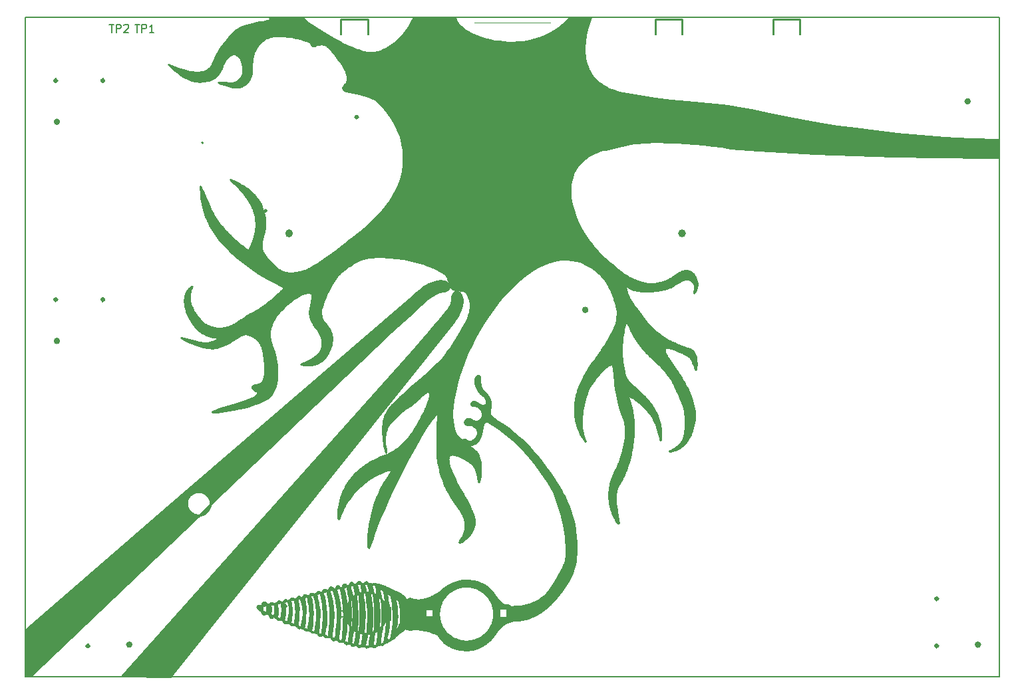
<source format=gbr>
%TF.GenerationSoftware,KiCad,Pcbnew,9.0.3*%
%TF.CreationDate,2025-08-10T03:43:02+02:00*%
%TF.ProjectId,Spikeling_v3.0,5370696b-656c-4696-9e67-5f76332e302e,rev?*%
%TF.SameCoordinates,Original*%
%TF.FileFunction,OtherDrawing,Comment*%
%FSLAX46Y46*%
G04 Gerber Fmt 4.6, Leading zero omitted, Abs format (unit mm)*
G04 Created by KiCad (PCBNEW 9.0.3) date 2025-08-10 03:43:02*
%MOMM*%
%LPD*%
G01*
G04 APERTURE LIST*
%ADD10C,0.150000*%
%ADD11C,0.254000*%
%ADD12C,0.500000*%
%ADD13C,0.350000*%
%ADD14C,0.400000*%
%ADD15C,0.266666*%
%ADD16C,0.000000*%
%ADD17C,0.300000*%
%ADD18C,0.050000*%
%ADD19C,0.200000*%
G04 APERTURE END LIST*
D10*
X98000000Y-48000000D02*
X222000000Y-48000000D01*
X222000000Y-132000000D01*
X98000000Y-132000000D01*
X98000000Y-48000000D01*
X108738095Y-48956819D02*
X109309523Y-48956819D01*
X109023809Y-49956819D02*
X109023809Y-48956819D01*
X109642857Y-49956819D02*
X109642857Y-48956819D01*
X109642857Y-48956819D02*
X110023809Y-48956819D01*
X110023809Y-48956819D02*
X110119047Y-49004438D01*
X110119047Y-49004438D02*
X110166666Y-49052057D01*
X110166666Y-49052057D02*
X110214285Y-49147295D01*
X110214285Y-49147295D02*
X110214285Y-49290152D01*
X110214285Y-49290152D02*
X110166666Y-49385390D01*
X110166666Y-49385390D02*
X110119047Y-49433009D01*
X110119047Y-49433009D02*
X110023809Y-49480628D01*
X110023809Y-49480628D02*
X109642857Y-49480628D01*
X110595238Y-49052057D02*
X110642857Y-49004438D01*
X110642857Y-49004438D02*
X110738095Y-48956819D01*
X110738095Y-48956819D02*
X110976190Y-48956819D01*
X110976190Y-48956819D02*
X111071428Y-49004438D01*
X111071428Y-49004438D02*
X111119047Y-49052057D01*
X111119047Y-49052057D02*
X111166666Y-49147295D01*
X111166666Y-49147295D02*
X111166666Y-49242533D01*
X111166666Y-49242533D02*
X111119047Y-49385390D01*
X111119047Y-49385390D02*
X110547619Y-49956819D01*
X110547619Y-49956819D02*
X111166666Y-49956819D01*
X111988095Y-48956819D02*
X112559523Y-48956819D01*
X112273809Y-49956819D02*
X112273809Y-48956819D01*
X112892857Y-49956819D02*
X112892857Y-48956819D01*
X112892857Y-48956819D02*
X113273809Y-48956819D01*
X113273809Y-48956819D02*
X113369047Y-49004438D01*
X113369047Y-49004438D02*
X113416666Y-49052057D01*
X113416666Y-49052057D02*
X113464285Y-49147295D01*
X113464285Y-49147295D02*
X113464285Y-49290152D01*
X113464285Y-49290152D02*
X113416666Y-49385390D01*
X113416666Y-49385390D02*
X113369047Y-49433009D01*
X113369047Y-49433009D02*
X113273809Y-49480628D01*
X113273809Y-49480628D02*
X112892857Y-49480628D01*
X114416666Y-49956819D02*
X113845238Y-49956819D01*
X114130952Y-49956819D02*
X114130952Y-48956819D01*
X114130952Y-48956819D02*
X114035714Y-49099676D01*
X114035714Y-49099676D02*
X113940476Y-49194914D01*
X113940476Y-49194914D02*
X113845238Y-49242533D01*
D11*
%TO.C,U7*%
X128735500Y-72692000D02*
G75*
G02*
X128481500Y-72692000I-127000J0D01*
G01*
X128481500Y-72692000D02*
G75*
G02*
X128735500Y-72692000I127000J0D01*
G01*
D12*
%TO.C,U3*%
X131850000Y-75555000D02*
G75*
G02*
X131350000Y-75555000I-250000J0D01*
G01*
X131350000Y-75555000D02*
G75*
G02*
X131850000Y-75555000I250000J0D01*
G01*
D13*
%TO.C,J4*%
X102075000Y-84000000D02*
G75*
G02*
X101725000Y-84000000I-175000J0D01*
G01*
X101725000Y-84000000D02*
G75*
G02*
X102075000Y-84000000I175000J0D01*
G01*
D14*
X102260000Y-89260000D02*
G75*
G02*
X101860000Y-89260000I-200000J0D01*
G01*
X101860000Y-89260000D02*
G75*
G02*
X102260000Y-89260000I200000J0D01*
G01*
D13*
X108075000Y-84000000D02*
G75*
G02*
X107725000Y-84000000I-175000J0D01*
G01*
X107725000Y-84000000D02*
G75*
G02*
X108075000Y-84000000I175000J0D01*
G01*
D15*
%TO.C,.*%
X142222007Y-120224451D02*
X142221416Y-120224390D01*
X142223525Y-120222289D01*
X142234439Y-120211706D01*
X142222007Y-120224451D01*
G36*
X142222007Y-120224451D02*
G01*
X142221416Y-120224390D01*
X142223525Y-120222289D01*
X142234439Y-120211706D01*
X142222007Y-120224451D01*
G37*
X142338782Y-120206021D02*
X142363347Y-120225344D01*
X142384328Y-120241146D01*
X142254449Y-120227788D01*
X142256096Y-120226748D01*
X142263646Y-120222378D01*
X142271329Y-120218233D01*
X142279120Y-120214364D01*
X142286996Y-120210823D01*
X142294931Y-120207661D01*
X142302900Y-120204928D01*
X142310880Y-120202676D01*
X142318846Y-120200955D01*
X142326773Y-120199817D01*
X142330904Y-120199552D01*
X142338782Y-120206021D01*
G36*
X142338782Y-120206021D02*
G01*
X142363347Y-120225344D01*
X142384328Y-120241146D01*
X142254449Y-120227788D01*
X142256096Y-120226748D01*
X142263646Y-120222378D01*
X142271329Y-120218233D01*
X142279120Y-120214364D01*
X142286996Y-120210823D01*
X142294931Y-120207661D01*
X142302900Y-120204928D01*
X142310880Y-120202676D01*
X142318846Y-120200955D01*
X142326773Y-120199817D01*
X142330904Y-120199552D01*
X142338782Y-120206021D01*
G37*
X142406538Y-120243430D02*
X142406996Y-120244007D01*
X142410113Y-120247813D01*
X142413493Y-120251821D01*
X142417156Y-120256034D01*
X142421119Y-120260454D01*
X142425403Y-120265086D01*
X142430024Y-120269932D01*
X142435003Y-120274996D01*
X142440358Y-120280281D01*
X142442058Y-120281910D01*
X142439390Y-120280153D01*
X142413659Y-120262416D01*
X142388308Y-120244144D01*
X142384328Y-120241146D01*
X142406538Y-120243430D01*
G36*
X142406538Y-120243430D02*
G01*
X142406996Y-120244007D01*
X142410113Y-120247813D01*
X142413493Y-120251821D01*
X142417156Y-120256034D01*
X142421119Y-120260454D01*
X142425403Y-120265086D01*
X142430024Y-120269932D01*
X142435003Y-120274996D01*
X142440358Y-120280281D01*
X142442058Y-120281910D01*
X142439390Y-120280153D01*
X142413659Y-120262416D01*
X142388308Y-120244144D01*
X142384328Y-120241146D01*
X142406538Y-120243430D01*
G37*
X142254449Y-120227788D02*
X142241494Y-120235961D01*
X142227719Y-120245463D01*
X142214967Y-120254847D01*
X142193317Y-120271625D01*
X142184813Y-120278202D01*
X142178118Y-120283028D01*
X142175509Y-120284656D01*
X142173427Y-120285693D01*
X142171895Y-120286088D01*
X142171815Y-120286063D01*
X142182235Y-120271584D01*
X142194402Y-120255940D01*
X142207164Y-120240733D01*
X142220513Y-120225983D01*
X142222007Y-120224451D01*
X142254449Y-120227788D01*
G36*
X142254449Y-120227788D02*
G01*
X142241494Y-120235961D01*
X142227719Y-120245463D01*
X142214967Y-120254847D01*
X142193317Y-120271625D01*
X142184813Y-120278202D01*
X142178118Y-120283028D01*
X142175509Y-120284656D01*
X142173427Y-120285693D01*
X142171895Y-120286088D01*
X142171815Y-120286063D01*
X142182235Y-120271584D01*
X142194402Y-120255940D01*
X142207164Y-120240733D01*
X142220513Y-120225983D01*
X142222007Y-120224451D01*
X142254449Y-120227788D01*
G37*
X142581046Y-120362959D02*
X142586221Y-120363544D01*
X142591189Y-120364413D01*
X142593608Y-120365004D01*
X142595992Y-120365726D01*
X142598344Y-120366600D01*
X142600670Y-120367644D01*
X142602976Y-120368880D01*
X142605266Y-120370327D01*
X142607546Y-120372006D01*
X142609820Y-120373935D01*
X142612095Y-120376137D01*
X142614375Y-120378629D01*
X142616665Y-120381433D01*
X142618825Y-120384371D01*
X142585007Y-120366472D01*
X142577830Y-120362683D01*
X142581046Y-120362959D01*
G36*
X142581046Y-120362959D02*
G01*
X142586221Y-120363544D01*
X142591189Y-120364413D01*
X142593608Y-120365004D01*
X142595992Y-120365726D01*
X142598344Y-120366600D01*
X142600670Y-120367644D01*
X142602976Y-120368880D01*
X142605266Y-120370327D01*
X142607546Y-120372006D01*
X142609820Y-120373935D01*
X142612095Y-120376137D01*
X142614375Y-120378629D01*
X142616665Y-120381433D01*
X142618825Y-120384371D01*
X142585007Y-120366472D01*
X142577830Y-120362683D01*
X142581046Y-120362959D01*
G37*
X137033789Y-127233471D02*
X137043834Y-127241799D01*
X137054046Y-127249908D01*
X137058414Y-127253228D01*
X137062513Y-127268542D01*
X137069774Y-127299013D01*
X137068711Y-127299110D01*
X137067515Y-127298762D01*
X137066196Y-127297995D01*
X137064765Y-127296841D01*
X137063233Y-127295328D01*
X137061612Y-127293484D01*
X137058144Y-127288924D01*
X137054448Y-127283391D01*
X137050613Y-127277120D01*
X137046726Y-127270343D01*
X137042875Y-127263291D01*
X137035634Y-127249297D01*
X137029591Y-127236998D01*
X137023914Y-127224926D01*
X137033789Y-127233471D01*
G36*
X137033789Y-127233471D02*
G01*
X137043834Y-127241799D01*
X137054046Y-127249908D01*
X137058414Y-127253228D01*
X137062513Y-127268542D01*
X137069774Y-127299013D01*
X137068711Y-127299110D01*
X137067515Y-127298762D01*
X137066196Y-127297995D01*
X137064765Y-127296841D01*
X137063233Y-127295328D01*
X137061612Y-127293484D01*
X137058144Y-127288924D01*
X137054448Y-127283391D01*
X137050613Y-127277120D01*
X137046726Y-127270343D01*
X137042875Y-127263291D01*
X137035634Y-127249297D01*
X137029591Y-127236998D01*
X137023914Y-127224926D01*
X137033789Y-127233471D01*
G37*
X159390636Y-122907472D02*
X159412135Y-122909107D01*
X159433321Y-122911799D01*
X159454168Y-122915522D01*
X159474649Y-122920249D01*
X159494738Y-122925954D01*
X159514408Y-122932609D01*
X159533632Y-122940189D01*
X159552384Y-122948667D01*
X159570637Y-122958016D01*
X159588365Y-122968209D01*
X159605541Y-122979220D01*
X159622138Y-122991023D01*
X159638130Y-123003591D01*
X159653491Y-123016896D01*
X159668193Y-123030913D01*
X159682210Y-123045615D01*
X159695516Y-123060976D01*
X159708083Y-123076968D01*
X159719886Y-123093565D01*
X159722750Y-123098034D01*
X159636101Y-123087868D01*
X159546498Y-123073771D01*
X159457517Y-123056169D01*
X159369262Y-123035080D01*
X159281839Y-123010523D01*
X159195351Y-122982516D01*
X159109904Y-122951078D01*
X159025601Y-122916227D01*
X159005391Y-122906921D01*
X159368852Y-122906921D01*
X159390636Y-122907472D01*
G36*
X159390636Y-122907472D02*
G01*
X159412135Y-122909107D01*
X159433321Y-122911799D01*
X159454168Y-122915522D01*
X159474649Y-122920249D01*
X159494738Y-122925954D01*
X159514408Y-122932609D01*
X159533632Y-122940189D01*
X159552384Y-122948667D01*
X159570637Y-122958016D01*
X159588365Y-122968209D01*
X159605541Y-122979220D01*
X159622138Y-122991023D01*
X159638130Y-123003591D01*
X159653491Y-123016896D01*
X159668193Y-123030913D01*
X159682210Y-123045615D01*
X159695516Y-123060976D01*
X159708083Y-123076968D01*
X159719886Y-123093565D01*
X159722750Y-123098034D01*
X159636101Y-123087868D01*
X159546498Y-123073771D01*
X159457517Y-123056169D01*
X159369262Y-123035080D01*
X159281839Y-123010523D01*
X159195351Y-122982516D01*
X159109904Y-122951078D01*
X159025601Y-122916227D01*
X159005391Y-122906921D01*
X159368852Y-122906921D01*
X159390636Y-122907472D01*
G37*
X142465494Y-120297349D02*
X142491963Y-120313999D01*
X142518221Y-120329824D01*
X142541957Y-120343376D01*
X142563958Y-120355358D01*
X142577830Y-120362683D01*
X142569911Y-120362002D01*
X142563869Y-120361308D01*
X142557454Y-120360258D01*
X142550626Y-120358691D01*
X142547044Y-120357664D01*
X142543343Y-120356447D01*
X142539518Y-120355021D01*
X142535564Y-120353366D01*
X142531475Y-120351461D01*
X142527247Y-120349287D01*
X142521653Y-120346034D01*
X142516122Y-120342681D01*
X142510656Y-120339229D01*
X142505256Y-120335679D01*
X142499924Y-120332031D01*
X142494661Y-120328288D01*
X142489468Y-120324450D01*
X142484347Y-120320517D01*
X142479299Y-120316491D01*
X142474324Y-120312373D01*
X142469425Y-120308165D01*
X142464603Y-120303866D01*
X142459859Y-120299478D01*
X142455194Y-120295002D01*
X142450610Y-120290439D01*
X142446107Y-120285790D01*
X142442058Y-120281910D01*
X142465494Y-120297349D01*
G36*
X142465494Y-120297349D02*
G01*
X142491963Y-120313999D01*
X142518221Y-120329824D01*
X142541957Y-120343376D01*
X142563958Y-120355358D01*
X142577830Y-120362683D01*
X142569911Y-120362002D01*
X142563869Y-120361308D01*
X142557454Y-120360258D01*
X142550626Y-120358691D01*
X142547044Y-120357664D01*
X142543343Y-120356447D01*
X142539518Y-120355021D01*
X142535564Y-120353366D01*
X142531475Y-120351461D01*
X142527247Y-120349287D01*
X142521653Y-120346034D01*
X142516122Y-120342681D01*
X142510656Y-120339229D01*
X142505256Y-120335679D01*
X142499924Y-120332031D01*
X142494661Y-120328288D01*
X142489468Y-120324450D01*
X142484347Y-120320517D01*
X142479299Y-120316491D01*
X142474324Y-120312373D01*
X142469425Y-120308165D01*
X142464603Y-120303866D01*
X142459859Y-120299478D01*
X142455194Y-120295002D01*
X142450610Y-120290439D01*
X142446107Y-120285790D01*
X142442058Y-120281910D01*
X142465494Y-120297349D01*
G37*
X131765081Y-125228672D02*
X131781200Y-125231794D01*
X131799442Y-125235796D01*
X131820558Y-125240996D01*
X131845296Y-125247715D01*
X131874407Y-125256274D01*
X131908638Y-125266993D01*
X131973653Y-125288497D01*
X132000508Y-125297898D01*
X132024613Y-125306735D01*
X132046734Y-125315263D01*
X132067635Y-125323733D01*
X132108839Y-125341517D01*
X132181209Y-125374360D01*
X132178980Y-125376223D01*
X132169695Y-125383417D01*
X132154597Y-125392860D01*
X132139053Y-125401303D01*
X132123112Y-125408740D01*
X132106822Y-125415167D01*
X132090231Y-125420579D01*
X132073386Y-125424970D01*
X132056337Y-125428335D01*
X132039131Y-125430670D01*
X132021815Y-125431969D01*
X132004439Y-125432227D01*
X131987049Y-125431440D01*
X131969694Y-125429601D01*
X131952423Y-125426707D01*
X131935282Y-125422752D01*
X131918320Y-125417731D01*
X131901586Y-125411638D01*
X131886244Y-125405252D01*
X131871494Y-125397900D01*
X131857370Y-125389626D01*
X131843907Y-125380472D01*
X131831140Y-125370482D01*
X131819102Y-125359698D01*
X131807827Y-125348163D01*
X131797350Y-125335919D01*
X131787704Y-125323010D01*
X131778926Y-125309478D01*
X131771047Y-125295366D01*
X131764103Y-125280717D01*
X131758129Y-125265574D01*
X131753157Y-125249979D01*
X131749223Y-125233975D01*
X131747783Y-125225740D01*
X131765081Y-125228672D01*
G36*
X131765081Y-125228672D02*
G01*
X131781200Y-125231794D01*
X131799442Y-125235796D01*
X131820558Y-125240996D01*
X131845296Y-125247715D01*
X131874407Y-125256274D01*
X131908638Y-125266993D01*
X131973653Y-125288497D01*
X132000508Y-125297898D01*
X132024613Y-125306735D01*
X132046734Y-125315263D01*
X132067635Y-125323733D01*
X132108839Y-125341517D01*
X132181209Y-125374360D01*
X132178980Y-125376223D01*
X132169695Y-125383417D01*
X132154597Y-125392860D01*
X132139053Y-125401303D01*
X132123112Y-125408740D01*
X132106822Y-125415167D01*
X132090231Y-125420579D01*
X132073386Y-125424970D01*
X132056337Y-125428335D01*
X132039131Y-125430670D01*
X132021815Y-125431969D01*
X132004439Y-125432227D01*
X131987049Y-125431440D01*
X131969694Y-125429601D01*
X131952423Y-125426707D01*
X131935282Y-125422752D01*
X131918320Y-125417731D01*
X131901586Y-125411638D01*
X131886244Y-125405252D01*
X131871494Y-125397900D01*
X131857370Y-125389626D01*
X131843907Y-125380472D01*
X131831140Y-125370482D01*
X131819102Y-125359698D01*
X131807827Y-125348163D01*
X131797350Y-125335919D01*
X131787704Y-125323010D01*
X131778926Y-125309478D01*
X131771047Y-125295366D01*
X131764103Y-125280717D01*
X131758129Y-125265574D01*
X131753157Y-125249979D01*
X131749223Y-125233975D01*
X131747783Y-125225740D01*
X131765081Y-125228672D01*
G37*
X134418984Y-126226608D02*
X134465879Y-126245990D01*
X134526250Y-126268887D01*
X134762085Y-126343361D01*
X134754999Y-126348421D01*
X134747324Y-126353481D01*
X134739474Y-126358248D01*
X134731457Y-126362716D01*
X134723283Y-126366882D01*
X134714959Y-126370741D01*
X134706496Y-126374290D01*
X134697900Y-126377524D01*
X134689181Y-126380439D01*
X134680348Y-126383031D01*
X134671409Y-126385295D01*
X134662373Y-126387227D01*
X134653247Y-126388824D01*
X134642417Y-126390170D01*
X134631575Y-126391027D01*
X134620738Y-126391398D01*
X134609922Y-126391287D01*
X134599142Y-126390697D01*
X134588414Y-126389631D01*
X134577754Y-126388093D01*
X134567177Y-126386086D01*
X134556699Y-126383613D01*
X134546335Y-126380678D01*
X134536103Y-126377283D01*
X134526016Y-126373434D01*
X134516091Y-126369132D01*
X134506344Y-126364381D01*
X134496790Y-126359184D01*
X134487444Y-126353545D01*
X134477177Y-126345873D01*
X134467315Y-126337763D01*
X134457870Y-126329233D01*
X134448853Y-126320298D01*
X134440274Y-126310977D01*
X134432146Y-126301286D01*
X134424480Y-126291242D01*
X134417285Y-126280861D01*
X134410575Y-126270162D01*
X134404359Y-126259160D01*
X134398650Y-126247874D01*
X134393458Y-126236318D01*
X134388794Y-126224512D01*
X134384669Y-126212471D01*
X134384229Y-126210961D01*
X134418984Y-126226608D01*
G36*
X134418984Y-126226608D02*
G01*
X134465879Y-126245990D01*
X134526250Y-126268887D01*
X134762085Y-126343361D01*
X134754999Y-126348421D01*
X134747324Y-126353481D01*
X134739474Y-126358248D01*
X134731457Y-126362716D01*
X134723283Y-126366882D01*
X134714959Y-126370741D01*
X134706496Y-126374290D01*
X134697900Y-126377524D01*
X134689181Y-126380439D01*
X134680348Y-126383031D01*
X134671409Y-126385295D01*
X134662373Y-126387227D01*
X134653247Y-126388824D01*
X134642417Y-126390170D01*
X134631575Y-126391027D01*
X134620738Y-126391398D01*
X134609922Y-126391287D01*
X134599142Y-126390697D01*
X134588414Y-126389631D01*
X134577754Y-126388093D01*
X134567177Y-126386086D01*
X134556699Y-126383613D01*
X134546335Y-126380678D01*
X134536103Y-126377283D01*
X134526016Y-126373434D01*
X134516091Y-126369132D01*
X134506344Y-126364381D01*
X134496790Y-126359184D01*
X134487444Y-126353545D01*
X134477177Y-126345873D01*
X134467315Y-126337763D01*
X134457870Y-126329233D01*
X134448853Y-126320298D01*
X134440274Y-126310977D01*
X134432146Y-126301286D01*
X134424480Y-126291242D01*
X134417285Y-126280861D01*
X134410575Y-126270162D01*
X134404359Y-126259160D01*
X134398650Y-126247874D01*
X134393458Y-126236318D01*
X134388794Y-126224512D01*
X134384669Y-126212471D01*
X134384229Y-126210961D01*
X134418984Y-126226608D01*
G37*
X143606749Y-127778769D02*
X143602355Y-127787777D01*
X143597668Y-127796613D01*
X143592694Y-127805271D01*
X143587439Y-127813745D01*
X143581908Y-127822028D01*
X143576107Y-127830114D01*
X143570042Y-127837996D01*
X143563717Y-127845668D01*
X143557138Y-127853124D01*
X143550311Y-127860357D01*
X143543241Y-127867361D01*
X143535933Y-127874128D01*
X143528394Y-127880653D01*
X143520629Y-127886930D01*
X143512642Y-127892951D01*
X143504440Y-127898711D01*
X143499306Y-127902245D01*
X143494072Y-127905610D01*
X143488743Y-127908804D01*
X143483322Y-127911825D01*
X143477814Y-127914671D01*
X143472224Y-127917341D01*
X143466555Y-127919833D01*
X143460813Y-127922146D01*
X143455000Y-127924278D01*
X143449122Y-127926227D01*
X143443184Y-127927991D01*
X143437188Y-127929570D01*
X143431140Y-127930961D01*
X143425044Y-127932163D01*
X143418903Y-127933173D01*
X143412724Y-127933992D01*
X143395148Y-127932582D01*
X143377649Y-127930560D01*
X143360241Y-127927930D01*
X143342942Y-127924694D01*
X143325766Y-127920857D01*
X143308730Y-127916421D01*
X143291848Y-127911390D01*
X143275138Y-127905768D01*
X143258782Y-127892140D01*
X143285726Y-127884604D01*
X143351418Y-127863962D01*
X143416760Y-127842279D01*
X143481740Y-127819559D01*
X143546345Y-127795808D01*
X143610130Y-127771196D01*
X143606749Y-127778769D01*
G36*
X143606749Y-127778769D02*
G01*
X143602355Y-127787777D01*
X143597668Y-127796613D01*
X143592694Y-127805271D01*
X143587439Y-127813745D01*
X143581908Y-127822028D01*
X143576107Y-127830114D01*
X143570042Y-127837996D01*
X143563717Y-127845668D01*
X143557138Y-127853124D01*
X143550311Y-127860357D01*
X143543241Y-127867361D01*
X143535933Y-127874128D01*
X143528394Y-127880653D01*
X143520629Y-127886930D01*
X143512642Y-127892951D01*
X143504440Y-127898711D01*
X143499306Y-127902245D01*
X143494072Y-127905610D01*
X143488743Y-127908804D01*
X143483322Y-127911825D01*
X143477814Y-127914671D01*
X143472224Y-127917341D01*
X143466555Y-127919833D01*
X143460813Y-127922146D01*
X143455000Y-127924278D01*
X143449122Y-127926227D01*
X143443184Y-127927991D01*
X143437188Y-127929570D01*
X143431140Y-127930961D01*
X143425044Y-127932163D01*
X143418903Y-127933173D01*
X143412724Y-127933992D01*
X143395148Y-127932582D01*
X143377649Y-127930560D01*
X143360241Y-127927930D01*
X143342942Y-127924694D01*
X143325766Y-127920857D01*
X143308730Y-127916421D01*
X143291848Y-127911390D01*
X143275138Y-127905768D01*
X143258782Y-127892140D01*
X143285726Y-127884604D01*
X143351418Y-127863962D01*
X143416760Y-127842279D01*
X143481740Y-127819559D01*
X143546345Y-127795808D01*
X143610130Y-127771196D01*
X143606749Y-127778769D01*
G37*
X140267512Y-126271126D02*
X140383775Y-126323688D01*
X140489910Y-126365535D01*
X140489237Y-126370312D01*
X140466437Y-126552902D01*
X140438799Y-126794527D01*
X140433572Y-126898969D01*
X140426176Y-127003246D01*
X140416616Y-127107325D01*
X140404896Y-127211170D01*
X140391020Y-127314750D01*
X140374992Y-127418030D01*
X140356817Y-127520977D01*
X140336499Y-127623557D01*
X140329473Y-127642359D01*
X140322993Y-127661326D01*
X140317062Y-127680446D01*
X140311680Y-127699708D01*
X140306851Y-127719099D01*
X140302574Y-127738608D01*
X140298854Y-127758222D01*
X140295690Y-127777930D01*
X140293084Y-127797719D01*
X140291039Y-127817579D01*
X140289557Y-127837495D01*
X140288638Y-127857458D01*
X140288285Y-127877455D01*
X140288499Y-127897474D01*
X140289282Y-127917502D01*
X140290636Y-127937529D01*
X140291320Y-127956381D01*
X140292696Y-127975176D01*
X140294762Y-127993894D01*
X140297514Y-128012518D01*
X140298305Y-128016776D01*
X140265063Y-128008519D01*
X140188444Y-127988400D01*
X140117778Y-127969273D01*
X139994361Y-127935599D01*
X139935210Y-127920296D01*
X139962547Y-127715272D01*
X139971966Y-127646314D01*
X139981674Y-127581656D01*
X140001794Y-127461271D01*
X140043687Y-127228436D01*
X140062704Y-127112734D01*
X140079406Y-126998687D01*
X140117771Y-126713378D01*
X140144505Y-126490852D01*
X140164955Y-126287838D01*
X140170712Y-126221548D01*
X140267512Y-126271126D01*
G36*
X140267512Y-126271126D02*
G01*
X140383775Y-126323688D01*
X140489910Y-126365535D01*
X140489237Y-126370312D01*
X140466437Y-126552902D01*
X140438799Y-126794527D01*
X140433572Y-126898969D01*
X140426176Y-127003246D01*
X140416616Y-127107325D01*
X140404896Y-127211170D01*
X140391020Y-127314750D01*
X140374992Y-127418030D01*
X140356817Y-127520977D01*
X140336499Y-127623557D01*
X140329473Y-127642359D01*
X140322993Y-127661326D01*
X140317062Y-127680446D01*
X140311680Y-127699708D01*
X140306851Y-127719099D01*
X140302574Y-127738608D01*
X140298854Y-127758222D01*
X140295690Y-127777930D01*
X140293084Y-127797719D01*
X140291039Y-127817579D01*
X140289557Y-127837495D01*
X140288638Y-127857458D01*
X140288285Y-127877455D01*
X140288499Y-127897474D01*
X140289282Y-127917502D01*
X140290636Y-127937529D01*
X140291320Y-127956381D01*
X140292696Y-127975176D01*
X140294762Y-127993894D01*
X140297514Y-128012518D01*
X140298305Y-128016776D01*
X140265063Y-128008519D01*
X140188444Y-127988400D01*
X140117778Y-127969273D01*
X139994361Y-127935599D01*
X139935210Y-127920296D01*
X139962547Y-127715272D01*
X139971966Y-127646314D01*
X139981674Y-127581656D01*
X140001794Y-127461271D01*
X140043687Y-127228436D01*
X140062704Y-127112734D01*
X140079406Y-126998687D01*
X140117771Y-126713378D01*
X140144505Y-126490852D01*
X140164955Y-126287838D01*
X140170712Y-126221548D01*
X140267512Y-126271126D01*
G37*
X139317742Y-122391263D02*
X139333507Y-122500838D01*
X139346957Y-122604542D01*
X139358422Y-122702748D01*
X139376722Y-122884153D01*
X139391054Y-123048030D01*
X139403512Y-123195259D01*
X139413985Y-123336866D01*
X139418270Y-123411246D01*
X139421812Y-123491041D01*
X139424526Y-123578526D01*
X139426332Y-123675974D01*
X139425891Y-123877773D01*
X139424843Y-123965629D01*
X139422804Y-124057413D01*
X139419441Y-124162592D01*
X139414425Y-124290633D01*
X139398109Y-124653170D01*
X139397834Y-124879112D01*
X139395904Y-125037255D01*
X139393802Y-125110230D01*
X139390667Y-125189447D01*
X139380469Y-125397532D01*
X139378932Y-125555758D01*
X139378404Y-125572662D01*
X139302176Y-125475660D01*
X139228999Y-125372756D01*
X139160729Y-125266265D01*
X139097531Y-125156352D01*
X139039568Y-125043182D01*
X138987007Y-124926919D01*
X138940012Y-124807729D01*
X138907954Y-124712986D01*
X138916124Y-124604223D01*
X138931613Y-124378611D01*
X138939496Y-124138117D01*
X138941727Y-123991579D01*
X138942059Y-123845042D01*
X138940494Y-123698525D01*
X138937030Y-123552046D01*
X138931670Y-123405625D01*
X138924414Y-123259279D01*
X138915263Y-123113027D01*
X138912974Y-123082741D01*
X138940012Y-123002832D01*
X138987007Y-122883641D01*
X139039568Y-122767378D01*
X139097531Y-122654208D01*
X139160729Y-122544295D01*
X139228999Y-122437804D01*
X139302176Y-122334900D01*
X139307671Y-122327907D01*
X139317742Y-122391263D01*
G36*
X139317742Y-122391263D02*
G01*
X139333507Y-122500838D01*
X139346957Y-122604542D01*
X139358422Y-122702748D01*
X139376722Y-122884153D01*
X139391054Y-123048030D01*
X139403512Y-123195259D01*
X139413985Y-123336866D01*
X139418270Y-123411246D01*
X139421812Y-123491041D01*
X139424526Y-123578526D01*
X139426332Y-123675974D01*
X139425891Y-123877773D01*
X139424843Y-123965629D01*
X139422804Y-124057413D01*
X139419441Y-124162592D01*
X139414425Y-124290633D01*
X139398109Y-124653170D01*
X139397834Y-124879112D01*
X139395904Y-125037255D01*
X139393802Y-125110230D01*
X139390667Y-125189447D01*
X139380469Y-125397532D01*
X139378932Y-125555758D01*
X139378404Y-125572662D01*
X139302176Y-125475660D01*
X139228999Y-125372756D01*
X139160729Y-125266265D01*
X139097531Y-125156352D01*
X139039568Y-125043182D01*
X138987007Y-124926919D01*
X138940012Y-124807729D01*
X138907954Y-124712986D01*
X138916124Y-124604223D01*
X138931613Y-124378611D01*
X138939496Y-124138117D01*
X138941727Y-123991579D01*
X138942059Y-123845042D01*
X138940494Y-123698525D01*
X138937030Y-123552046D01*
X138931670Y-123405625D01*
X138924414Y-123259279D01*
X138915263Y-123113027D01*
X138912974Y-123082741D01*
X138940012Y-123002832D01*
X138987007Y-122883641D01*
X139039568Y-122767378D01*
X139097531Y-122654208D01*
X139160729Y-122544295D01*
X139228999Y-122437804D01*
X139302176Y-122334900D01*
X139307671Y-122327907D01*
X139317742Y-122391263D01*
G37*
X130963358Y-124899558D02*
X131047859Y-124935386D01*
X131097205Y-124957653D01*
X131141166Y-124978251D01*
X131215539Y-125015038D01*
X131276186Y-125046947D01*
X131328317Y-125075175D01*
X131365402Y-125094733D01*
X131357309Y-125101349D01*
X131348744Y-125107924D01*
X131339982Y-125114234D01*
X131331029Y-125120274D01*
X131321891Y-125126039D01*
X131312574Y-125131526D01*
X131303085Y-125136730D01*
X131293429Y-125141645D01*
X131283613Y-125146268D01*
X131273642Y-125150594D01*
X131258228Y-125156631D01*
X131242589Y-125161772D01*
X131226762Y-125166018D01*
X131210783Y-125169372D01*
X131194692Y-125171835D01*
X131178524Y-125173408D01*
X131162316Y-125174092D01*
X131146107Y-125173889D01*
X131129933Y-125172801D01*
X131113832Y-125170828D01*
X131097840Y-125167974D01*
X131081996Y-125164238D01*
X131066335Y-125159623D01*
X131050896Y-125154130D01*
X131035716Y-125147760D01*
X131020831Y-125140515D01*
X131006374Y-125132452D01*
X130992465Y-125123645D01*
X130979127Y-125114124D01*
X130966383Y-125103919D01*
X130954255Y-125093060D01*
X130942766Y-125081577D01*
X130931938Y-125069498D01*
X130921793Y-125056854D01*
X130912354Y-125043675D01*
X130903645Y-125029990D01*
X130895686Y-125015828D01*
X130888501Y-125001220D01*
X130882112Y-124986196D01*
X130876542Y-124970784D01*
X130871813Y-124955015D01*
X130867947Y-124938919D01*
X130882056Y-124935394D01*
X130882180Y-124909569D01*
X130882474Y-124896729D01*
X130883048Y-124883579D01*
X130883994Y-124869850D01*
X130884177Y-124867962D01*
X130963358Y-124899558D01*
G36*
X130963358Y-124899558D02*
G01*
X131047859Y-124935386D01*
X131097205Y-124957653D01*
X131141166Y-124978251D01*
X131215539Y-125015038D01*
X131276186Y-125046947D01*
X131328317Y-125075175D01*
X131365402Y-125094733D01*
X131357309Y-125101349D01*
X131348744Y-125107924D01*
X131339982Y-125114234D01*
X131331029Y-125120274D01*
X131321891Y-125126039D01*
X131312574Y-125131526D01*
X131303085Y-125136730D01*
X131293429Y-125141645D01*
X131283613Y-125146268D01*
X131273642Y-125150594D01*
X131258228Y-125156631D01*
X131242589Y-125161772D01*
X131226762Y-125166018D01*
X131210783Y-125169372D01*
X131194692Y-125171835D01*
X131178524Y-125173408D01*
X131162316Y-125174092D01*
X131146107Y-125173889D01*
X131129933Y-125172801D01*
X131113832Y-125170828D01*
X131097840Y-125167974D01*
X131081996Y-125164238D01*
X131066335Y-125159623D01*
X131050896Y-125154130D01*
X131035716Y-125147760D01*
X131020831Y-125140515D01*
X131006374Y-125132452D01*
X130992465Y-125123645D01*
X130979127Y-125114124D01*
X130966383Y-125103919D01*
X130954255Y-125093060D01*
X130942766Y-125081577D01*
X130931938Y-125069498D01*
X130921793Y-125056854D01*
X130912354Y-125043675D01*
X130903645Y-125029990D01*
X130895686Y-125015828D01*
X130888501Y-125001220D01*
X130882112Y-124986196D01*
X130876542Y-124970784D01*
X130871813Y-124955015D01*
X130867947Y-124938919D01*
X130882056Y-124935394D01*
X130882180Y-124909569D01*
X130882474Y-124896729D01*
X130883048Y-124883579D01*
X130883994Y-124869850D01*
X130884177Y-124867962D01*
X130963358Y-124899558D01*
G37*
X132783527Y-125626828D02*
X132889692Y-125667399D01*
X133000486Y-125707968D01*
X133068697Y-125732159D01*
X133063810Y-125737165D01*
X133056484Y-125744150D01*
X133048898Y-125750881D01*
X133041056Y-125757349D01*
X133032466Y-125763170D01*
X133023669Y-125768615D01*
X133014678Y-125773680D01*
X133005506Y-125778360D01*
X132996164Y-125782652D01*
X132986666Y-125786553D01*
X132977023Y-125790059D01*
X132967250Y-125793165D01*
X132957357Y-125795869D01*
X132947358Y-125798167D01*
X132937265Y-125800055D01*
X132927091Y-125801528D01*
X132916847Y-125802585D01*
X132906548Y-125803220D01*
X132896205Y-125803430D01*
X132885831Y-125803212D01*
X132872621Y-125801874D01*
X132859547Y-125799902D01*
X132846630Y-125797306D01*
X132833890Y-125794096D01*
X132821349Y-125790284D01*
X132809027Y-125785879D01*
X132796945Y-125780891D01*
X132785122Y-125775331D01*
X132773581Y-125769209D01*
X132762341Y-125762536D01*
X132751423Y-125755321D01*
X132740848Y-125747576D01*
X132730637Y-125739310D01*
X132720810Y-125730533D01*
X132711387Y-125721257D01*
X132702390Y-125711491D01*
X132694016Y-125703333D01*
X132685967Y-125694892D01*
X132678248Y-125686179D01*
X132670866Y-125677205D01*
X132663827Y-125667978D01*
X132657136Y-125658509D01*
X132650799Y-125648809D01*
X132644822Y-125638887D01*
X132639211Y-125628754D01*
X132633971Y-125618419D01*
X132629109Y-125607894D01*
X132624631Y-125597187D01*
X132620541Y-125586310D01*
X132616847Y-125575272D01*
X132613554Y-125564083D01*
X132611642Y-125556579D01*
X132783527Y-125626828D01*
G36*
X132783527Y-125626828D02*
G01*
X132889692Y-125667399D01*
X133000486Y-125707968D01*
X133068697Y-125732159D01*
X133063810Y-125737165D01*
X133056484Y-125744150D01*
X133048898Y-125750881D01*
X133041056Y-125757349D01*
X133032466Y-125763170D01*
X133023669Y-125768615D01*
X133014678Y-125773680D01*
X133005506Y-125778360D01*
X132996164Y-125782652D01*
X132986666Y-125786553D01*
X132977023Y-125790059D01*
X132967250Y-125793165D01*
X132957357Y-125795869D01*
X132947358Y-125798167D01*
X132937265Y-125800055D01*
X132927091Y-125801528D01*
X132916847Y-125802585D01*
X132906548Y-125803220D01*
X132896205Y-125803430D01*
X132885831Y-125803212D01*
X132872621Y-125801874D01*
X132859547Y-125799902D01*
X132846630Y-125797306D01*
X132833890Y-125794096D01*
X132821349Y-125790284D01*
X132809027Y-125785879D01*
X132796945Y-125780891D01*
X132785122Y-125775331D01*
X132773581Y-125769209D01*
X132762341Y-125762536D01*
X132751423Y-125755321D01*
X132740848Y-125747576D01*
X132730637Y-125739310D01*
X132720810Y-125730533D01*
X132711387Y-125721257D01*
X132702390Y-125711491D01*
X132694016Y-125703333D01*
X132685967Y-125694892D01*
X132678248Y-125686179D01*
X132670866Y-125677205D01*
X132663827Y-125667978D01*
X132657136Y-125658509D01*
X132650799Y-125648809D01*
X132644822Y-125638887D01*
X132639211Y-125628754D01*
X132633971Y-125618419D01*
X132629109Y-125607894D01*
X132624631Y-125597187D01*
X132620541Y-125586310D01*
X132616847Y-125575272D01*
X132613554Y-125564083D01*
X132611642Y-125556579D01*
X132783527Y-125626828D01*
G37*
X133686640Y-125947857D02*
X133881715Y-126013785D01*
X133922092Y-126026983D01*
X133917460Y-126033022D01*
X133908227Y-126043282D01*
X133898250Y-126052613D01*
X133887446Y-126060998D01*
X133875732Y-126068422D01*
X133863026Y-126074869D01*
X133849568Y-126078102D01*
X133836026Y-126080653D01*
X133822424Y-126082527D01*
X133808787Y-126083725D01*
X133795140Y-126084251D01*
X133781506Y-126084109D01*
X133767911Y-126083302D01*
X133754380Y-126081833D01*
X133740936Y-126079706D01*
X133727605Y-126076923D01*
X133714411Y-126073488D01*
X133701379Y-126069404D01*
X133688533Y-126064674D01*
X133675897Y-126059303D01*
X133663497Y-126053292D01*
X133651358Y-126046645D01*
X133640338Y-126043235D01*
X133629498Y-126039390D01*
X133618851Y-126035117D01*
X133608407Y-126030426D01*
X133598178Y-126025322D01*
X133588176Y-126019816D01*
X133578413Y-126013914D01*
X133568900Y-126007626D01*
X133559648Y-126000958D01*
X133550670Y-125993919D01*
X133541977Y-125986517D01*
X133533580Y-125978760D01*
X133525492Y-125970656D01*
X133517724Y-125962213D01*
X133510287Y-125953439D01*
X133503194Y-125944343D01*
X133499709Y-125939996D01*
X133496331Y-125935573D01*
X133493061Y-125931074D01*
X133489900Y-125926504D01*
X133486849Y-125921862D01*
X133483909Y-125917152D01*
X133481081Y-125912376D01*
X133478366Y-125907535D01*
X133475766Y-125902632D01*
X133473281Y-125897668D01*
X133470913Y-125892646D01*
X133468663Y-125887568D01*
X133466531Y-125882435D01*
X133464519Y-125877250D01*
X133462628Y-125872015D01*
X133461809Y-125869568D01*
X133686640Y-125947857D01*
G36*
X133686640Y-125947857D02*
G01*
X133881715Y-126013785D01*
X133922092Y-126026983D01*
X133917460Y-126033022D01*
X133908227Y-126043282D01*
X133898250Y-126052613D01*
X133887446Y-126060998D01*
X133875732Y-126068422D01*
X133863026Y-126074869D01*
X133849568Y-126078102D01*
X133836026Y-126080653D01*
X133822424Y-126082527D01*
X133808787Y-126083725D01*
X133795140Y-126084251D01*
X133781506Y-126084109D01*
X133767911Y-126083302D01*
X133754380Y-126081833D01*
X133740936Y-126079706D01*
X133727605Y-126076923D01*
X133714411Y-126073488D01*
X133701379Y-126069404D01*
X133688533Y-126064674D01*
X133675897Y-126059303D01*
X133663497Y-126053292D01*
X133651358Y-126046645D01*
X133640338Y-126043235D01*
X133629498Y-126039390D01*
X133618851Y-126035117D01*
X133608407Y-126030426D01*
X133598178Y-126025322D01*
X133588176Y-126019816D01*
X133578413Y-126013914D01*
X133568900Y-126007626D01*
X133559648Y-126000958D01*
X133550670Y-125993919D01*
X133541977Y-125986517D01*
X133533580Y-125978760D01*
X133525492Y-125970656D01*
X133517724Y-125962213D01*
X133510287Y-125953439D01*
X133503194Y-125944343D01*
X133499709Y-125939996D01*
X133496331Y-125935573D01*
X133493061Y-125931074D01*
X133489900Y-125926504D01*
X133486849Y-125921862D01*
X133483909Y-125917152D01*
X133481081Y-125912376D01*
X133478366Y-125907535D01*
X133475766Y-125902632D01*
X133473281Y-125897668D01*
X133470913Y-125892646D01*
X133468663Y-125887568D01*
X133466531Y-125882435D01*
X133464519Y-125877250D01*
X133462628Y-125872015D01*
X133461809Y-125869568D01*
X133686640Y-125947857D01*
G37*
X143348238Y-122140513D02*
X143430733Y-122235748D01*
X143508651Y-122334900D01*
X143581827Y-122437804D01*
X143650097Y-122544295D01*
X143713296Y-122654208D01*
X143771258Y-122767378D01*
X143823819Y-122883641D01*
X143870815Y-123002832D01*
X143912079Y-123124785D01*
X143947447Y-123249335D01*
X143955149Y-123282705D01*
X143991276Y-123704185D01*
X143998968Y-123876979D01*
X144004463Y-124049833D01*
X144007760Y-124222726D01*
X144007880Y-124241692D01*
X143999837Y-124304991D01*
X143976755Y-124434242D01*
X143947447Y-124561225D01*
X143912079Y-124685776D01*
X143870815Y-124807729D01*
X143823819Y-124926919D01*
X143771258Y-125043182D01*
X143713296Y-125156352D01*
X143650097Y-125266265D01*
X143581827Y-125372756D01*
X143508651Y-125475660D01*
X143430733Y-125574812D01*
X143419025Y-125588328D01*
X143419774Y-125580970D01*
X143428236Y-125485175D01*
X143435208Y-125389422D01*
X143440858Y-125291437D01*
X143445350Y-125188946D01*
X143448850Y-125079675D01*
X143451523Y-124961350D01*
X143455051Y-124688443D01*
X143455051Y-123732414D01*
X143453825Y-123626814D01*
X143450531Y-123527250D01*
X143445750Y-123434136D01*
X143440058Y-123347885D01*
X143419774Y-123079773D01*
X143402742Y-122859067D01*
X143386702Y-122679371D01*
X143378123Y-122597875D01*
X143368677Y-122518197D01*
X143357990Y-122437527D01*
X143345692Y-122353053D01*
X143345159Y-122338442D01*
X143343576Y-122320993D01*
X143340971Y-122300599D01*
X143337368Y-122277151D01*
X143327275Y-122220658D01*
X143313501Y-122150647D01*
X143301329Y-122091311D01*
X143348238Y-122140513D01*
G36*
X143348238Y-122140513D02*
G01*
X143430733Y-122235748D01*
X143508651Y-122334900D01*
X143581827Y-122437804D01*
X143650097Y-122544295D01*
X143713296Y-122654208D01*
X143771258Y-122767378D01*
X143823819Y-122883641D01*
X143870815Y-123002832D01*
X143912079Y-123124785D01*
X143947447Y-123249335D01*
X143955149Y-123282705D01*
X143991276Y-123704185D01*
X143998968Y-123876979D01*
X144004463Y-124049833D01*
X144007760Y-124222726D01*
X144007880Y-124241692D01*
X143999837Y-124304991D01*
X143976755Y-124434242D01*
X143947447Y-124561225D01*
X143912079Y-124685776D01*
X143870815Y-124807729D01*
X143823819Y-124926919D01*
X143771258Y-125043182D01*
X143713296Y-125156352D01*
X143650097Y-125266265D01*
X143581827Y-125372756D01*
X143508651Y-125475660D01*
X143430733Y-125574812D01*
X143419025Y-125588328D01*
X143419774Y-125580970D01*
X143428236Y-125485175D01*
X143435208Y-125389422D01*
X143440858Y-125291437D01*
X143445350Y-125188946D01*
X143448850Y-125079675D01*
X143451523Y-124961350D01*
X143455051Y-124688443D01*
X143455051Y-123732414D01*
X143453825Y-123626814D01*
X143450531Y-123527250D01*
X143445750Y-123434136D01*
X143440058Y-123347885D01*
X143419774Y-123079773D01*
X143402742Y-122859067D01*
X143386702Y-122679371D01*
X143378123Y-122597875D01*
X143368677Y-122518197D01*
X143357990Y-122437527D01*
X143345692Y-122353053D01*
X143345159Y-122338442D01*
X143343576Y-122320993D01*
X143340971Y-122300599D01*
X143337368Y-122277151D01*
X143327275Y-122220658D01*
X143313501Y-122150647D01*
X143301329Y-122091311D01*
X143348238Y-122140513D01*
G37*
X135390557Y-126572275D02*
X135449574Y-126591946D01*
X135508886Y-126610664D01*
X135568483Y-126628427D01*
X135628353Y-126645231D01*
X135688485Y-126661074D01*
X135742185Y-126674305D01*
X135739803Y-126678115D01*
X135732090Y-126688339D01*
X135723946Y-126698162D01*
X135715388Y-126707573D01*
X135706434Y-126716562D01*
X135697098Y-126725116D01*
X135687399Y-126733226D01*
X135677352Y-126740880D01*
X135666973Y-126748068D01*
X135656280Y-126754778D01*
X135645288Y-126761001D01*
X135634015Y-126766724D01*
X135622476Y-126771937D01*
X135610689Y-126776630D01*
X135598669Y-126780791D01*
X135586433Y-126784410D01*
X135573998Y-126787475D01*
X135560113Y-126790106D01*
X135546180Y-126791975D01*
X135532227Y-126793088D01*
X135518283Y-126793451D01*
X135504378Y-126793070D01*
X135490540Y-126791952D01*
X135476800Y-126790103D01*
X135463186Y-126787530D01*
X135449727Y-126784238D01*
X135436454Y-126780234D01*
X135423394Y-126775524D01*
X135410578Y-126770115D01*
X135398035Y-126764013D01*
X135385794Y-126757224D01*
X135373884Y-126749755D01*
X135362334Y-126741612D01*
X135350886Y-126731499D01*
X135340075Y-126720827D01*
X135329914Y-126709626D01*
X135320418Y-126697929D01*
X135311601Y-126685764D01*
X135303478Y-126673164D01*
X135296062Y-126660158D01*
X135289370Y-126646778D01*
X135283413Y-126633054D01*
X135278208Y-126619017D01*
X135273768Y-126604698D01*
X135270108Y-126590127D01*
X135267243Y-126575336D01*
X135265185Y-126560354D01*
X135263951Y-126545214D01*
X135263554Y-126529950D01*
X135262740Y-126522061D01*
X135390557Y-126572275D01*
G36*
X135390557Y-126572275D02*
G01*
X135449574Y-126591946D01*
X135508886Y-126610664D01*
X135568483Y-126628427D01*
X135628353Y-126645231D01*
X135688485Y-126661074D01*
X135742185Y-126674305D01*
X135739803Y-126678115D01*
X135732090Y-126688339D01*
X135723946Y-126698162D01*
X135715388Y-126707573D01*
X135706434Y-126716562D01*
X135697098Y-126725116D01*
X135687399Y-126733226D01*
X135677352Y-126740880D01*
X135666973Y-126748068D01*
X135656280Y-126754778D01*
X135645288Y-126761001D01*
X135634015Y-126766724D01*
X135622476Y-126771937D01*
X135610689Y-126776630D01*
X135598669Y-126780791D01*
X135586433Y-126784410D01*
X135573998Y-126787475D01*
X135560113Y-126790106D01*
X135546180Y-126791975D01*
X135532227Y-126793088D01*
X135518283Y-126793451D01*
X135504378Y-126793070D01*
X135490540Y-126791952D01*
X135476800Y-126790103D01*
X135463186Y-126787530D01*
X135449727Y-126784238D01*
X135436454Y-126780234D01*
X135423394Y-126775524D01*
X135410578Y-126770115D01*
X135398035Y-126764013D01*
X135385794Y-126757224D01*
X135373884Y-126749755D01*
X135362334Y-126741612D01*
X135350886Y-126731499D01*
X135340075Y-126720827D01*
X135329914Y-126709626D01*
X135320418Y-126697929D01*
X135311601Y-126685764D01*
X135303478Y-126673164D01*
X135296062Y-126660158D01*
X135289370Y-126646778D01*
X135283413Y-126633054D01*
X135278208Y-126619017D01*
X135273768Y-126604698D01*
X135270108Y-126590127D01*
X135267243Y-126575336D01*
X135265185Y-126560354D01*
X135263951Y-126545214D01*
X135263554Y-126529950D01*
X135262740Y-126522061D01*
X135390557Y-126572275D01*
G37*
X136190832Y-126798506D02*
X136321284Y-126842700D01*
X136536665Y-126916323D01*
X136535103Y-126917744D01*
X136525758Y-126925446D01*
X136516029Y-126932692D01*
X136505932Y-126939466D01*
X136495482Y-126945753D01*
X136484694Y-126951537D01*
X136473584Y-126956801D01*
X136464409Y-126958646D01*
X136455200Y-126960244D01*
X136445961Y-126961597D01*
X136436698Y-126962704D01*
X136427415Y-126963565D01*
X136418118Y-126964179D01*
X136408811Y-126964549D01*
X136399499Y-126964672D01*
X136390187Y-126964549D01*
X136380880Y-126964180D01*
X136371583Y-126963566D01*
X136362300Y-126962706D01*
X136353038Y-126961600D01*
X136343799Y-126960248D01*
X136334590Y-126958650D01*
X136325416Y-126956806D01*
X136316972Y-126956765D01*
X136308544Y-126956489D01*
X136300136Y-126955979D01*
X136291754Y-126955237D01*
X136283403Y-126954264D01*
X136275086Y-126953060D01*
X136266809Y-126951628D01*
X136258576Y-126949967D01*
X136250393Y-126948078D01*
X136242263Y-126945964D01*
X136234192Y-126943624D01*
X136226185Y-126941061D01*
X136218246Y-126938274D01*
X136210379Y-126935265D01*
X136202590Y-126932035D01*
X136194884Y-126928585D01*
X136186386Y-126922740D01*
X136178210Y-126916520D01*
X136170366Y-126909941D01*
X136162865Y-126903015D01*
X136155716Y-126895757D01*
X136148929Y-126888182D01*
X136142514Y-126880303D01*
X136136481Y-126872134D01*
X136130840Y-126863690D01*
X136125601Y-126854985D01*
X136120774Y-126846033D01*
X136116368Y-126836847D01*
X136112394Y-126827443D01*
X136108862Y-126817834D01*
X136105781Y-126808035D01*
X136103161Y-126798059D01*
X136103164Y-126798059D01*
X136099956Y-126768311D01*
X136190832Y-126798506D01*
G36*
X136190832Y-126798506D02*
G01*
X136321284Y-126842700D01*
X136536665Y-126916323D01*
X136535103Y-126917744D01*
X136525758Y-126925446D01*
X136516029Y-126932692D01*
X136505932Y-126939466D01*
X136495482Y-126945753D01*
X136484694Y-126951537D01*
X136473584Y-126956801D01*
X136464409Y-126958646D01*
X136455200Y-126960244D01*
X136445961Y-126961597D01*
X136436698Y-126962704D01*
X136427415Y-126963565D01*
X136418118Y-126964179D01*
X136408811Y-126964549D01*
X136399499Y-126964672D01*
X136390187Y-126964549D01*
X136380880Y-126964180D01*
X136371583Y-126963566D01*
X136362300Y-126962706D01*
X136353038Y-126961600D01*
X136343799Y-126960248D01*
X136334590Y-126958650D01*
X136325416Y-126956806D01*
X136316972Y-126956765D01*
X136308544Y-126956489D01*
X136300136Y-126955979D01*
X136291754Y-126955237D01*
X136283403Y-126954264D01*
X136275086Y-126953060D01*
X136266809Y-126951628D01*
X136258576Y-126949967D01*
X136250393Y-126948078D01*
X136242263Y-126945964D01*
X136234192Y-126943624D01*
X136226185Y-126941061D01*
X136218246Y-126938274D01*
X136210379Y-126935265D01*
X136202590Y-126932035D01*
X136194884Y-126928585D01*
X136186386Y-126922740D01*
X136178210Y-126916520D01*
X136170366Y-126909941D01*
X136162865Y-126903015D01*
X136155716Y-126895757D01*
X136148929Y-126888182D01*
X136142514Y-126880303D01*
X136136481Y-126872134D01*
X136130840Y-126863690D01*
X136125601Y-126854985D01*
X136120774Y-126846033D01*
X136116368Y-126836847D01*
X136112394Y-126827443D01*
X136108862Y-126817834D01*
X136105781Y-126808035D01*
X136103161Y-126798059D01*
X136103164Y-126798059D01*
X136099956Y-126768311D01*
X136190832Y-126798506D01*
G37*
X130053082Y-124546283D02*
X130101540Y-124568973D01*
X130155332Y-124593193D01*
X130208338Y-124615965D01*
X130255929Y-124635141D01*
X130301618Y-124652415D01*
X130348919Y-124669481D01*
X130423946Y-124696118D01*
X130421967Y-124697729D01*
X130411798Y-124705477D01*
X130401380Y-124712899D01*
X130390721Y-124719988D01*
X130379829Y-124726739D01*
X130368712Y-124733143D01*
X130357376Y-124739196D01*
X130345830Y-124744890D01*
X130339487Y-124748210D01*
X130333056Y-124751328D01*
X130326541Y-124754244D01*
X130319948Y-124756955D01*
X130313282Y-124759461D01*
X130306546Y-124761760D01*
X130299747Y-124763851D01*
X130292888Y-124765733D01*
X130285975Y-124767405D01*
X130279013Y-124768865D01*
X130272006Y-124770112D01*
X130264959Y-124771145D01*
X130257878Y-124771963D01*
X130250766Y-124772564D01*
X130243629Y-124772947D01*
X130236472Y-124773112D01*
X130224232Y-124771649D01*
X130212143Y-124769563D01*
X130200227Y-124766864D01*
X130188504Y-124763564D01*
X130176996Y-124759676D01*
X130165724Y-124755210D01*
X130154709Y-124750179D01*
X130143973Y-124744594D01*
X130133537Y-124738467D01*
X130123422Y-124731811D01*
X130113649Y-124724635D01*
X130104240Y-124716953D01*
X130095216Y-124708776D01*
X130086597Y-124700116D01*
X130078406Y-124690985D01*
X130070664Y-124681393D01*
X130064067Y-124670441D01*
X130057951Y-124659257D01*
X130052318Y-124647860D01*
X130047173Y-124636263D01*
X130042519Y-124624483D01*
X130038360Y-124612537D01*
X130034699Y-124600439D01*
X130031541Y-124588205D01*
X130028888Y-124575852D01*
X130026746Y-124563395D01*
X130025117Y-124550851D01*
X130024005Y-124538234D01*
X130023714Y-124531989D01*
X130053082Y-124546283D01*
G36*
X130053082Y-124546283D02*
G01*
X130101540Y-124568973D01*
X130155332Y-124593193D01*
X130208338Y-124615965D01*
X130255929Y-124635141D01*
X130301618Y-124652415D01*
X130348919Y-124669481D01*
X130423946Y-124696118D01*
X130421967Y-124697729D01*
X130411798Y-124705477D01*
X130401380Y-124712899D01*
X130390721Y-124719988D01*
X130379829Y-124726739D01*
X130368712Y-124733143D01*
X130357376Y-124739196D01*
X130345830Y-124744890D01*
X130339487Y-124748210D01*
X130333056Y-124751328D01*
X130326541Y-124754244D01*
X130319948Y-124756955D01*
X130313282Y-124759461D01*
X130306546Y-124761760D01*
X130299747Y-124763851D01*
X130292888Y-124765733D01*
X130285975Y-124767405D01*
X130279013Y-124768865D01*
X130272006Y-124770112D01*
X130264959Y-124771145D01*
X130257878Y-124771963D01*
X130250766Y-124772564D01*
X130243629Y-124772947D01*
X130236472Y-124773112D01*
X130224232Y-124771649D01*
X130212143Y-124769563D01*
X130200227Y-124766864D01*
X130188504Y-124763564D01*
X130176996Y-124759676D01*
X130165724Y-124755210D01*
X130154709Y-124750179D01*
X130143973Y-124744594D01*
X130133537Y-124738467D01*
X130123422Y-124731811D01*
X130113649Y-124724635D01*
X130104240Y-124716953D01*
X130095216Y-124708776D01*
X130086597Y-124700116D01*
X130078406Y-124690985D01*
X130070664Y-124681393D01*
X130064067Y-124670441D01*
X130057951Y-124659257D01*
X130052318Y-124647860D01*
X130047173Y-124636263D01*
X130042519Y-124624483D01*
X130038360Y-124612537D01*
X130034699Y-124600439D01*
X130031541Y-124588205D01*
X130028888Y-124575852D01*
X130026746Y-124563395D01*
X130025117Y-124550851D01*
X130024005Y-124538234D01*
X130023714Y-124531989D01*
X130053082Y-124546283D01*
G37*
X140216469Y-120209153D02*
X140214441Y-120224489D01*
X140213025Y-120239912D01*
X140211127Y-120267889D01*
X140210407Y-120295885D01*
X140210861Y-120323861D01*
X140212489Y-120351781D01*
X140215285Y-120379609D01*
X140219248Y-120407308D01*
X140224374Y-120434840D01*
X140230662Y-120462169D01*
X140238971Y-120500986D01*
X140248192Y-120539579D01*
X140258320Y-120577933D01*
X140269349Y-120616031D01*
X140281276Y-120653858D01*
X140294094Y-120691398D01*
X140307799Y-120728634D01*
X140322387Y-120765552D01*
X140346245Y-120848299D01*
X140368214Y-120931534D01*
X140388286Y-121015223D01*
X140406454Y-121099335D01*
X140422714Y-121183837D01*
X140437057Y-121268697D01*
X140449477Y-121353882D01*
X140459968Y-121439359D01*
X140462645Y-121455774D01*
X140383775Y-121486872D01*
X140267512Y-121539433D01*
X140154342Y-121597395D01*
X140076570Y-121642113D01*
X140069706Y-121605930D01*
X140048815Y-121506339D01*
X140029577Y-121419068D01*
X140011663Y-121335435D01*
X139994741Y-121246758D01*
X139986548Y-121197815D01*
X139978480Y-121144356D01*
X139970494Y-121085295D01*
X139962549Y-121019547D01*
X139881410Y-120557409D01*
X139879292Y-120536210D01*
X139876587Y-120515107D01*
X139873298Y-120494112D01*
X139869428Y-120473236D01*
X139864983Y-120452493D01*
X139859964Y-120431893D01*
X139854376Y-120411448D01*
X139848223Y-120391170D01*
X139841509Y-120371071D01*
X139834237Y-120351162D01*
X139826410Y-120331456D01*
X139818034Y-120311964D01*
X139809111Y-120292698D01*
X139799645Y-120273670D01*
X139798045Y-120270666D01*
X139835886Y-120263295D01*
X139927277Y-120246979D01*
X140014700Y-120232703D01*
X140105430Y-120220081D01*
X140216814Y-120207163D01*
X140216469Y-120209153D01*
G36*
X140216469Y-120209153D02*
G01*
X140214441Y-120224489D01*
X140213025Y-120239912D01*
X140211127Y-120267889D01*
X140210407Y-120295885D01*
X140210861Y-120323861D01*
X140212489Y-120351781D01*
X140215285Y-120379609D01*
X140219248Y-120407308D01*
X140224374Y-120434840D01*
X140230662Y-120462169D01*
X140238971Y-120500986D01*
X140248192Y-120539579D01*
X140258320Y-120577933D01*
X140269349Y-120616031D01*
X140281276Y-120653858D01*
X140294094Y-120691398D01*
X140307799Y-120728634D01*
X140322387Y-120765552D01*
X140346245Y-120848299D01*
X140368214Y-120931534D01*
X140388286Y-121015223D01*
X140406454Y-121099335D01*
X140422714Y-121183837D01*
X140437057Y-121268697D01*
X140449477Y-121353882D01*
X140459968Y-121439359D01*
X140462645Y-121455774D01*
X140383775Y-121486872D01*
X140267512Y-121539433D01*
X140154342Y-121597395D01*
X140076570Y-121642113D01*
X140069706Y-121605930D01*
X140048815Y-121506339D01*
X140029577Y-121419068D01*
X140011663Y-121335435D01*
X139994741Y-121246758D01*
X139986548Y-121197815D01*
X139978480Y-121144356D01*
X139970494Y-121085295D01*
X139962549Y-121019547D01*
X139881410Y-120557409D01*
X139879292Y-120536210D01*
X139876587Y-120515107D01*
X139873298Y-120494112D01*
X139869428Y-120473236D01*
X139864983Y-120452493D01*
X139859964Y-120431893D01*
X139854376Y-120411448D01*
X139848223Y-120391170D01*
X139841509Y-120371071D01*
X139834237Y-120351162D01*
X139826410Y-120331456D01*
X139818034Y-120311964D01*
X139809111Y-120292698D01*
X139799645Y-120273670D01*
X139798045Y-120270666D01*
X139835886Y-120263295D01*
X139927277Y-120246979D01*
X140014700Y-120232703D01*
X140105430Y-120220081D01*
X140216814Y-120207163D01*
X140216469Y-120209153D01*
G37*
X137487006Y-127237553D02*
X137485209Y-127239477D01*
X137480612Y-127244180D01*
X137475910Y-127248776D01*
X137471105Y-127253265D01*
X137466197Y-127257645D01*
X137461188Y-127261913D01*
X137456082Y-127266069D01*
X137450878Y-127270110D01*
X137445580Y-127274035D01*
X137440189Y-127277841D01*
X137433593Y-127283044D01*
X137426852Y-127288035D01*
X137419972Y-127292812D01*
X137412958Y-127297373D01*
X137405815Y-127301714D01*
X137398549Y-127305833D01*
X137391165Y-127309728D01*
X137383667Y-127313397D01*
X137376062Y-127316836D01*
X137368354Y-127320044D01*
X137360549Y-127323017D01*
X137352651Y-127325755D01*
X137344667Y-127328253D01*
X137336601Y-127330509D01*
X137328459Y-127332522D01*
X137320246Y-127334288D01*
X137312835Y-127335948D01*
X137305390Y-127337386D01*
X137297915Y-127338603D01*
X137290417Y-127339598D01*
X137282898Y-127340373D01*
X137275365Y-127340926D01*
X137267822Y-127341258D01*
X137260274Y-127341369D01*
X137252726Y-127341258D01*
X137245183Y-127340926D01*
X137237650Y-127340373D01*
X137230132Y-127339598D01*
X137222633Y-127338603D01*
X137215158Y-127337386D01*
X137207713Y-127335948D01*
X137200302Y-127334288D01*
X137188258Y-127329243D01*
X137176332Y-127323949D01*
X137164529Y-127318408D01*
X137152852Y-127312621D01*
X137141305Y-127306593D01*
X137129891Y-127300324D01*
X137118615Y-127293817D01*
X137107480Y-127287075D01*
X137096489Y-127280099D01*
X137085646Y-127272892D01*
X137074956Y-127265456D01*
X137064421Y-127257794D01*
X137058414Y-127253228D01*
X137054418Y-127238302D01*
X137045493Y-127208308D01*
X137035746Y-127178578D01*
X137025180Y-127149128D01*
X137013803Y-127119977D01*
X137001620Y-127091141D01*
X136992352Y-127070794D01*
X137487006Y-127237553D01*
G36*
X137487006Y-127237553D02*
G01*
X137485209Y-127239477D01*
X137480612Y-127244180D01*
X137475910Y-127248776D01*
X137471105Y-127253265D01*
X137466197Y-127257645D01*
X137461188Y-127261913D01*
X137456082Y-127266069D01*
X137450878Y-127270110D01*
X137445580Y-127274035D01*
X137440189Y-127277841D01*
X137433593Y-127283044D01*
X137426852Y-127288035D01*
X137419972Y-127292812D01*
X137412958Y-127297373D01*
X137405815Y-127301714D01*
X137398549Y-127305833D01*
X137391165Y-127309728D01*
X137383667Y-127313397D01*
X137376062Y-127316836D01*
X137368354Y-127320044D01*
X137360549Y-127323017D01*
X137352651Y-127325755D01*
X137344667Y-127328253D01*
X137336601Y-127330509D01*
X137328459Y-127332522D01*
X137320246Y-127334288D01*
X137312835Y-127335948D01*
X137305390Y-127337386D01*
X137297915Y-127338603D01*
X137290417Y-127339598D01*
X137282898Y-127340373D01*
X137275365Y-127340926D01*
X137267822Y-127341258D01*
X137260274Y-127341369D01*
X137252726Y-127341258D01*
X137245183Y-127340926D01*
X137237650Y-127340373D01*
X137230132Y-127339598D01*
X137222633Y-127338603D01*
X137215158Y-127337386D01*
X137207713Y-127335948D01*
X137200302Y-127334288D01*
X137188258Y-127329243D01*
X137176332Y-127323949D01*
X137164529Y-127318408D01*
X137152852Y-127312621D01*
X137141305Y-127306593D01*
X137129891Y-127300324D01*
X137118615Y-127293817D01*
X137107480Y-127287075D01*
X137096489Y-127280099D01*
X137085646Y-127272892D01*
X137074956Y-127265456D01*
X137064421Y-127257794D01*
X137058414Y-127253228D01*
X137054418Y-127238302D01*
X137045493Y-127208308D01*
X137035746Y-127178578D01*
X137025180Y-127149128D01*
X137013803Y-127119977D01*
X137001620Y-127091141D01*
X136992352Y-127070794D01*
X137487006Y-127237553D01*
G37*
X133633720Y-121598119D02*
X133647086Y-121600345D01*
X133660284Y-121603175D01*
X133673297Y-121606599D01*
X133686106Y-121610606D01*
X133698692Y-121615185D01*
X133711038Y-121620328D01*
X133723123Y-121626022D01*
X133734931Y-121632259D01*
X133746442Y-121639027D01*
X133757638Y-121646317D01*
X133768501Y-121654118D01*
X133779011Y-121662419D01*
X133789151Y-121671211D01*
X133798902Y-121680483D01*
X133808246Y-121690225D01*
X133817163Y-121700427D01*
X133827419Y-121710255D01*
X133837413Y-121720327D01*
X133847142Y-121730637D01*
X133856601Y-121741180D01*
X133865787Y-121751951D01*
X133871904Y-121759499D01*
X133609037Y-121827406D01*
X133528987Y-121845693D01*
X133467375Y-121859267D01*
X133425075Y-121868133D01*
X133423503Y-121856272D01*
X133422264Y-121843896D01*
X133421422Y-121831478D01*
X133420979Y-121819026D01*
X133420936Y-121806550D01*
X133421294Y-121794060D01*
X133422057Y-121781566D01*
X133422642Y-121773372D01*
X133423546Y-121765230D01*
X133424768Y-121757149D01*
X133426302Y-121749138D01*
X133428146Y-121741205D01*
X133430296Y-121733359D01*
X133432750Y-121725609D01*
X133435503Y-121717963D01*
X133438553Y-121710431D01*
X133441895Y-121703021D01*
X133445527Y-121695742D01*
X133449445Y-121688602D01*
X133453647Y-121681611D01*
X133458128Y-121674777D01*
X133462885Y-121668110D01*
X133467915Y-121661616D01*
X133476231Y-121653534D01*
X133484930Y-121645958D01*
X133493987Y-121638898D01*
X133503380Y-121632362D01*
X133513085Y-121626360D01*
X133523079Y-121620900D01*
X133533338Y-121615992D01*
X133543838Y-121611644D01*
X133554556Y-121607866D01*
X133565469Y-121604666D01*
X133576553Y-121602054D01*
X133587785Y-121600038D01*
X133599141Y-121598628D01*
X133610598Y-121597832D01*
X133622132Y-121597659D01*
X133633720Y-121598119D01*
G36*
X133633720Y-121598119D02*
G01*
X133647086Y-121600345D01*
X133660284Y-121603175D01*
X133673297Y-121606599D01*
X133686106Y-121610606D01*
X133698692Y-121615185D01*
X133711038Y-121620328D01*
X133723123Y-121626022D01*
X133734931Y-121632259D01*
X133746442Y-121639027D01*
X133757638Y-121646317D01*
X133768501Y-121654118D01*
X133779011Y-121662419D01*
X133789151Y-121671211D01*
X133798902Y-121680483D01*
X133808246Y-121690225D01*
X133817163Y-121700427D01*
X133827419Y-121710255D01*
X133837413Y-121720327D01*
X133847142Y-121730637D01*
X133856601Y-121741180D01*
X133865787Y-121751951D01*
X133871904Y-121759499D01*
X133609037Y-121827406D01*
X133528987Y-121845693D01*
X133467375Y-121859267D01*
X133425075Y-121868133D01*
X133423503Y-121856272D01*
X133422264Y-121843896D01*
X133421422Y-121831478D01*
X133420979Y-121819026D01*
X133420936Y-121806550D01*
X133421294Y-121794060D01*
X133422057Y-121781566D01*
X133422642Y-121773372D01*
X133423546Y-121765230D01*
X133424768Y-121757149D01*
X133426302Y-121749138D01*
X133428146Y-121741205D01*
X133430296Y-121733359D01*
X133432750Y-121725609D01*
X133435503Y-121717963D01*
X133438553Y-121710431D01*
X133441895Y-121703021D01*
X133445527Y-121695742D01*
X133449445Y-121688602D01*
X133453647Y-121681611D01*
X133458128Y-121674777D01*
X133462885Y-121668110D01*
X133467915Y-121661616D01*
X133476231Y-121653534D01*
X133484930Y-121645958D01*
X133493987Y-121638898D01*
X133503380Y-121632362D01*
X133513085Y-121626360D01*
X133523079Y-121620900D01*
X133533338Y-121615992D01*
X133543838Y-121611644D01*
X133554556Y-121607866D01*
X133565469Y-121604666D01*
X133576553Y-121602054D01*
X133587785Y-121600038D01*
X133599141Y-121598628D01*
X133610598Y-121597832D01*
X133622132Y-121597659D01*
X133633720Y-121598119D01*
G37*
X132863294Y-121817749D02*
X132875890Y-121822536D01*
X132888341Y-121827655D01*
X132900638Y-121833102D01*
X132912776Y-121838872D01*
X132924748Y-121844962D01*
X132936549Y-121851369D01*
X132948172Y-121858089D01*
X132959610Y-121865117D01*
X132970858Y-121872451D01*
X132981910Y-121880087D01*
X132992758Y-121888020D01*
X133003397Y-121896248D01*
X133013821Y-121904766D01*
X133024023Y-121913571D01*
X133033997Y-121922659D01*
X133038144Y-121927591D01*
X133041996Y-121932479D01*
X133045570Y-121937340D01*
X133048880Y-121942191D01*
X133051942Y-121947050D01*
X133054771Y-121951934D01*
X133055731Y-121953743D01*
X132758844Y-122032013D01*
X132663222Y-122058003D01*
X132592610Y-122077761D01*
X132591790Y-122070586D01*
X132591025Y-122059753D01*
X132590732Y-122048929D01*
X132590906Y-122038126D01*
X132591544Y-122027361D01*
X132592643Y-122016647D01*
X132594200Y-122006000D01*
X132596212Y-121995434D01*
X132598676Y-121984964D01*
X132601588Y-121974605D01*
X132604946Y-121964372D01*
X132608746Y-121954279D01*
X132612985Y-121944341D01*
X132617659Y-121934574D01*
X132622767Y-121924990D01*
X132628304Y-121915606D01*
X132632801Y-121909616D01*
X132637485Y-121903789D01*
X132642350Y-121898129D01*
X132647394Y-121892640D01*
X132652610Y-121887326D01*
X132657994Y-121882191D01*
X132663541Y-121877239D01*
X132669247Y-121872474D01*
X132675106Y-121867898D01*
X132681115Y-121863517D01*
X132687268Y-121859334D01*
X132693560Y-121855353D01*
X132699987Y-121851578D01*
X132706544Y-121848012D01*
X132713227Y-121844660D01*
X132720030Y-121841525D01*
X132735798Y-121835780D01*
X132751760Y-121830661D01*
X132767897Y-121826171D01*
X132784191Y-121822314D01*
X132800622Y-121819094D01*
X132817172Y-121816515D01*
X132833823Y-121814581D01*
X132850556Y-121813296D01*
X132863294Y-121817749D01*
G36*
X132863294Y-121817749D02*
G01*
X132875890Y-121822536D01*
X132888341Y-121827655D01*
X132900638Y-121833102D01*
X132912776Y-121838872D01*
X132924748Y-121844962D01*
X132936549Y-121851369D01*
X132948172Y-121858089D01*
X132959610Y-121865117D01*
X132970858Y-121872451D01*
X132981910Y-121880087D01*
X132992758Y-121888020D01*
X133003397Y-121896248D01*
X133013821Y-121904766D01*
X133024023Y-121913571D01*
X133033997Y-121922659D01*
X133038144Y-121927591D01*
X133041996Y-121932479D01*
X133045570Y-121937340D01*
X133048880Y-121942191D01*
X133051942Y-121947050D01*
X133054771Y-121951934D01*
X133055731Y-121953743D01*
X132758844Y-122032013D01*
X132663222Y-122058003D01*
X132592610Y-122077761D01*
X132591790Y-122070586D01*
X132591025Y-122059753D01*
X132590732Y-122048929D01*
X132590906Y-122038126D01*
X132591544Y-122027361D01*
X132592643Y-122016647D01*
X132594200Y-122006000D01*
X132596212Y-121995434D01*
X132598676Y-121984964D01*
X132601588Y-121974605D01*
X132604946Y-121964372D01*
X132608746Y-121954279D01*
X132612985Y-121944341D01*
X132617659Y-121934574D01*
X132622767Y-121924990D01*
X132628304Y-121915606D01*
X132632801Y-121909616D01*
X132637485Y-121903789D01*
X132642350Y-121898129D01*
X132647394Y-121892640D01*
X132652610Y-121887326D01*
X132657994Y-121882191D01*
X132663541Y-121877239D01*
X132669247Y-121872474D01*
X132675106Y-121867898D01*
X132681115Y-121863517D01*
X132687268Y-121859334D01*
X132693560Y-121855353D01*
X132699987Y-121851578D01*
X132706544Y-121848012D01*
X132713227Y-121844660D01*
X132720030Y-121841525D01*
X132735798Y-121835780D01*
X132751760Y-121830661D01*
X132767897Y-121826171D01*
X132784191Y-121822314D01*
X132800622Y-121819094D01*
X132817172Y-121816515D01*
X132833823Y-121814581D01*
X132850556Y-121813296D01*
X132863294Y-121817749D01*
G37*
X140306639Y-128018847D02*
X140350943Y-128029298D01*
X140398388Y-128039833D01*
X140449390Y-128050409D01*
X140511097Y-128061716D01*
X140572961Y-128072062D01*
X140634970Y-128081448D01*
X140697114Y-128089870D01*
X140751525Y-128096388D01*
X140737462Y-128105315D01*
X140715249Y-128118762D01*
X140692753Y-128131735D01*
X140669980Y-128144229D01*
X140646939Y-128156238D01*
X140639032Y-128161271D01*
X140631015Y-128166111D01*
X140622893Y-128170755D01*
X140614670Y-128175202D01*
X140606347Y-128179451D01*
X140597930Y-128183500D01*
X140589422Y-128187348D01*
X140580827Y-128190994D01*
X140572148Y-128194435D01*
X140563389Y-128197670D01*
X140554553Y-128200699D01*
X140545645Y-128203519D01*
X140536667Y-128206129D01*
X140527624Y-128208527D01*
X140518519Y-128210713D01*
X140509356Y-128212683D01*
X140501048Y-128214578D01*
X140492693Y-128216064D01*
X140484306Y-128217143D01*
X140475901Y-128217817D01*
X140467491Y-128218088D01*
X140459092Y-128217959D01*
X140450718Y-128217430D01*
X140442383Y-128216505D01*
X140434101Y-128215184D01*
X140425887Y-128213471D01*
X140417755Y-128211366D01*
X140409719Y-128208872D01*
X140401795Y-128205991D01*
X140393995Y-128202725D01*
X140386335Y-128199075D01*
X140378828Y-128195044D01*
X140372804Y-128189613D01*
X140367029Y-128183952D01*
X140361510Y-128178071D01*
X140356250Y-128171980D01*
X140351256Y-128165686D01*
X140346532Y-128159199D01*
X140342085Y-128152527D01*
X140337918Y-128145681D01*
X140334037Y-128138668D01*
X140330448Y-128131499D01*
X140327156Y-128124181D01*
X140324165Y-128116724D01*
X140321482Y-128109137D01*
X140319111Y-128101429D01*
X140317058Y-128093608D01*
X140315327Y-128085684D01*
X140309860Y-128067630D01*
X140305066Y-128049404D01*
X140300950Y-128031027D01*
X140298305Y-128016776D01*
X140306639Y-128018847D01*
G36*
X140306639Y-128018847D02*
G01*
X140350943Y-128029298D01*
X140398388Y-128039833D01*
X140449390Y-128050409D01*
X140511097Y-128061716D01*
X140572961Y-128072062D01*
X140634970Y-128081448D01*
X140697114Y-128089870D01*
X140751525Y-128096388D01*
X140737462Y-128105315D01*
X140715249Y-128118762D01*
X140692753Y-128131735D01*
X140669980Y-128144229D01*
X140646939Y-128156238D01*
X140639032Y-128161271D01*
X140631015Y-128166111D01*
X140622893Y-128170755D01*
X140614670Y-128175202D01*
X140606347Y-128179451D01*
X140597930Y-128183500D01*
X140589422Y-128187348D01*
X140580827Y-128190994D01*
X140572148Y-128194435D01*
X140563389Y-128197670D01*
X140554553Y-128200699D01*
X140545645Y-128203519D01*
X140536667Y-128206129D01*
X140527624Y-128208527D01*
X140518519Y-128210713D01*
X140509356Y-128212683D01*
X140501048Y-128214578D01*
X140492693Y-128216064D01*
X140484306Y-128217143D01*
X140475901Y-128217817D01*
X140467491Y-128218088D01*
X140459092Y-128217959D01*
X140450718Y-128217430D01*
X140442383Y-128216505D01*
X140434101Y-128215184D01*
X140425887Y-128213471D01*
X140417755Y-128211366D01*
X140409719Y-128208872D01*
X140401795Y-128205991D01*
X140393995Y-128202725D01*
X140386335Y-128199075D01*
X140378828Y-128195044D01*
X140372804Y-128189613D01*
X140367029Y-128183952D01*
X140361510Y-128178071D01*
X140356250Y-128171980D01*
X140351256Y-128165686D01*
X140346532Y-128159199D01*
X140342085Y-128152527D01*
X140337918Y-128145681D01*
X140334037Y-128138668D01*
X140330448Y-128131499D01*
X140327156Y-128124181D01*
X140324165Y-128116724D01*
X140321482Y-128109137D01*
X140319111Y-128101429D01*
X140317058Y-128093608D01*
X140315327Y-128085684D01*
X140309860Y-128067630D01*
X140305066Y-128049404D01*
X140300950Y-128031027D01*
X140298305Y-128016776D01*
X140306639Y-128018847D01*
G37*
X137913800Y-127369551D02*
X138105732Y-127422907D01*
X138253251Y-127464799D01*
X138260496Y-127466886D01*
X138258367Y-127468657D01*
X138250246Y-127475149D01*
X138242003Y-127481484D01*
X138233638Y-127487658D01*
X138225154Y-127493672D01*
X138216553Y-127499523D01*
X138207838Y-127505209D01*
X138199011Y-127510728D01*
X138190074Y-127516079D01*
X138181030Y-127521259D01*
X138175111Y-127524667D01*
X138169115Y-127527920D01*
X138163044Y-127531016D01*
X138156901Y-127533954D01*
X138150690Y-127536734D01*
X138144413Y-127539354D01*
X138138074Y-127541813D01*
X138131675Y-127544111D01*
X138125220Y-127546245D01*
X138118712Y-127548216D01*
X138112155Y-127550021D01*
X138105550Y-127551660D01*
X138098901Y-127553132D01*
X138092212Y-127554435D01*
X138085485Y-127555569D01*
X138078724Y-127556533D01*
X138069753Y-127557839D01*
X138060766Y-127558722D01*
X138051776Y-127559185D01*
X138042798Y-127559231D01*
X138033846Y-127558863D01*
X138024935Y-127558084D01*
X138016078Y-127556896D01*
X138007289Y-127555303D01*
X137998583Y-127553307D01*
X137989973Y-127550911D01*
X137981475Y-127548119D01*
X137973101Y-127544933D01*
X137964867Y-127541356D01*
X137956786Y-127537390D01*
X137948873Y-127533040D01*
X137941141Y-127528306D01*
X137934570Y-127522185D01*
X137928238Y-127515846D01*
X137922148Y-127509297D01*
X137916304Y-127502546D01*
X137910712Y-127495599D01*
X137905375Y-127488464D01*
X137900299Y-127481149D01*
X137895487Y-127473659D01*
X137890944Y-127466004D01*
X137886675Y-127458189D01*
X137882684Y-127450222D01*
X137878976Y-127442111D01*
X137875555Y-127433863D01*
X137872425Y-127425485D01*
X137869591Y-127416984D01*
X137867058Y-127408367D01*
X137860835Y-127395526D01*
X137854875Y-127382565D01*
X137849179Y-127369490D01*
X137843748Y-127356303D01*
X137840978Y-127349169D01*
X137913800Y-127369551D01*
G36*
X137913800Y-127369551D02*
G01*
X138105732Y-127422907D01*
X138253251Y-127464799D01*
X138260496Y-127466886D01*
X138258367Y-127468657D01*
X138250246Y-127475149D01*
X138242003Y-127481484D01*
X138233638Y-127487658D01*
X138225154Y-127493672D01*
X138216553Y-127499523D01*
X138207838Y-127505209D01*
X138199011Y-127510728D01*
X138190074Y-127516079D01*
X138181030Y-127521259D01*
X138175111Y-127524667D01*
X138169115Y-127527920D01*
X138163044Y-127531016D01*
X138156901Y-127533954D01*
X138150690Y-127536734D01*
X138144413Y-127539354D01*
X138138074Y-127541813D01*
X138131675Y-127544111D01*
X138125220Y-127546245D01*
X138118712Y-127548216D01*
X138112155Y-127550021D01*
X138105550Y-127551660D01*
X138098901Y-127553132D01*
X138092212Y-127554435D01*
X138085485Y-127555569D01*
X138078724Y-127556533D01*
X138069753Y-127557839D01*
X138060766Y-127558722D01*
X138051776Y-127559185D01*
X138042798Y-127559231D01*
X138033846Y-127558863D01*
X138024935Y-127558084D01*
X138016078Y-127556896D01*
X138007289Y-127555303D01*
X137998583Y-127553307D01*
X137989973Y-127550911D01*
X137981475Y-127548119D01*
X137973101Y-127544933D01*
X137964867Y-127541356D01*
X137956786Y-127537390D01*
X137948873Y-127533040D01*
X137941141Y-127528306D01*
X137934570Y-127522185D01*
X137928238Y-127515846D01*
X137922148Y-127509297D01*
X137916304Y-127502546D01*
X137910712Y-127495599D01*
X137905375Y-127488464D01*
X137900299Y-127481149D01*
X137895487Y-127473659D01*
X137890944Y-127466004D01*
X137886675Y-127458189D01*
X137882684Y-127450222D01*
X137878976Y-127442111D01*
X137875555Y-127433863D01*
X137872425Y-127425485D01*
X137869591Y-127416984D01*
X137867058Y-127408367D01*
X137860835Y-127395526D01*
X137854875Y-127382565D01*
X137849179Y-127369490D01*
X137843748Y-127356303D01*
X137840978Y-127349169D01*
X137913800Y-127369551D01*
G37*
X139380094Y-125574812D02*
X139462588Y-125670047D01*
X139549495Y-125761200D01*
X139640648Y-125848106D01*
X139714050Y-125911689D01*
X139711438Y-125949663D01*
X139703555Y-126042104D01*
X139694162Y-126134398D01*
X139683260Y-126226525D01*
X139670851Y-126318469D01*
X139656938Y-126410208D01*
X139641521Y-126501726D01*
X139608990Y-126660296D01*
X139579192Y-126819367D01*
X139552131Y-126978902D01*
X139527814Y-127138867D01*
X139506245Y-127299226D01*
X139487429Y-127459942D01*
X139471373Y-127620981D01*
X139458080Y-127782307D01*
X139457974Y-127794509D01*
X139458338Y-127806574D01*
X139443697Y-127803017D01*
X139306389Y-127768187D01*
X139150615Y-127727121D01*
X139112162Y-127716006D01*
X139112737Y-127715435D01*
X139117890Y-127710120D01*
X139122945Y-127704706D01*
X139129122Y-127694348D01*
X139134787Y-127683754D01*
X139139935Y-127672943D01*
X139144563Y-127661934D01*
X139148668Y-127650746D01*
X139152245Y-127639397D01*
X139155292Y-127627907D01*
X139157804Y-127616294D01*
X139159778Y-127604578D01*
X139161210Y-127592777D01*
X139162097Y-127580910D01*
X139162434Y-127568997D01*
X139162219Y-127557056D01*
X139161447Y-127545106D01*
X139160115Y-127533166D01*
X139158219Y-127521254D01*
X139158219Y-127489373D01*
X139160865Y-127438186D01*
X139174094Y-127274749D01*
X139232303Y-126681642D01*
X139238181Y-126631930D01*
X139243934Y-126589210D01*
X139249605Y-126552370D01*
X139255234Y-126520301D01*
X139266534Y-126466026D01*
X139278165Y-126417499D01*
X139290457Y-126365829D01*
X139303741Y-126302129D01*
X139310858Y-126262990D01*
X139318348Y-126217511D01*
X139326251Y-126164579D01*
X139334608Y-126103085D01*
X139346239Y-126018640D01*
X139353770Y-125960459D01*
X139361507Y-125887892D01*
X139368749Y-125798127D01*
X139374791Y-125688352D01*
X139378404Y-125572662D01*
X139380094Y-125574812D01*
G36*
X139380094Y-125574812D02*
G01*
X139462588Y-125670047D01*
X139549495Y-125761200D01*
X139640648Y-125848106D01*
X139714050Y-125911689D01*
X139711438Y-125949663D01*
X139703555Y-126042104D01*
X139694162Y-126134398D01*
X139683260Y-126226525D01*
X139670851Y-126318469D01*
X139656938Y-126410208D01*
X139641521Y-126501726D01*
X139608990Y-126660296D01*
X139579192Y-126819367D01*
X139552131Y-126978902D01*
X139527814Y-127138867D01*
X139506245Y-127299226D01*
X139487429Y-127459942D01*
X139471373Y-127620981D01*
X139458080Y-127782307D01*
X139457974Y-127794509D01*
X139458338Y-127806574D01*
X139443697Y-127803017D01*
X139306389Y-127768187D01*
X139150615Y-127727121D01*
X139112162Y-127716006D01*
X139112737Y-127715435D01*
X139117890Y-127710120D01*
X139122945Y-127704706D01*
X139129122Y-127694348D01*
X139134787Y-127683754D01*
X139139935Y-127672943D01*
X139144563Y-127661934D01*
X139148668Y-127650746D01*
X139152245Y-127639397D01*
X139155292Y-127627907D01*
X139157804Y-127616294D01*
X139159778Y-127604578D01*
X139161210Y-127592777D01*
X139162097Y-127580910D01*
X139162434Y-127568997D01*
X139162219Y-127557056D01*
X139161447Y-127545106D01*
X139160115Y-127533166D01*
X139158219Y-127521254D01*
X139158219Y-127489373D01*
X139160865Y-127438186D01*
X139174094Y-127274749D01*
X139232303Y-126681642D01*
X139238181Y-126631930D01*
X139243934Y-126589210D01*
X139249605Y-126552370D01*
X139255234Y-126520301D01*
X139266534Y-126466026D01*
X139278165Y-126417499D01*
X139290457Y-126365829D01*
X139303741Y-126302129D01*
X139310858Y-126262990D01*
X139318348Y-126217511D01*
X139326251Y-126164579D01*
X139334608Y-126103085D01*
X139346239Y-126018640D01*
X139353770Y-125960459D01*
X139361507Y-125887892D01*
X139368749Y-125798127D01*
X139374791Y-125688352D01*
X139378404Y-125572662D01*
X139380094Y-125574812D01*
G37*
X142627394Y-120388906D02*
X142650303Y-120401632D01*
X142675403Y-120416301D01*
X142705662Y-120434739D01*
X142735488Y-120453847D01*
X142764868Y-120473616D01*
X142793793Y-120494038D01*
X142822250Y-120515106D01*
X142850230Y-120536812D01*
X142877720Y-120559148D01*
X142904712Y-120582106D01*
X142985860Y-120638288D01*
X142985860Y-120719689D01*
X143021137Y-120850215D01*
X143045412Y-120936302D01*
X143067825Y-121020983D01*
X143088172Y-121101860D01*
X143106245Y-121176536D01*
X143134743Y-121297693D01*
X143144755Y-121339379D01*
X143151666Y-121365273D01*
X143162745Y-121405016D01*
X143176801Y-121466257D01*
X143196810Y-121565200D01*
X143225749Y-121718051D01*
X143252172Y-121850819D01*
X143275743Y-121966595D01*
X143301329Y-122091311D01*
X143261332Y-122049360D01*
X143170179Y-121962453D01*
X143074944Y-121879959D01*
X142975792Y-121802041D01*
X142872889Y-121728864D01*
X142856751Y-121718519D01*
X142837736Y-121627161D01*
X142817981Y-121525410D01*
X142799598Y-121423412D01*
X142782588Y-121321181D01*
X142766954Y-121218731D01*
X142752699Y-121116075D01*
X142739824Y-121013228D01*
X142728331Y-120910202D01*
X142724144Y-120856782D01*
X142718880Y-120803474D01*
X142712542Y-120750292D01*
X142705133Y-120697255D01*
X142696654Y-120644377D01*
X142687110Y-120591676D01*
X142676501Y-120539167D01*
X142664831Y-120486865D01*
X142664411Y-120479619D01*
X142663640Y-120472432D01*
X142662525Y-120465316D01*
X142661069Y-120458283D01*
X142659279Y-120451344D01*
X142657158Y-120444512D01*
X142654714Y-120437797D01*
X142651950Y-120431211D01*
X142648873Y-120424767D01*
X142645486Y-120418474D01*
X142641796Y-120412346D01*
X142637807Y-120406393D01*
X142633525Y-120400627D01*
X142628955Y-120395060D01*
X142624101Y-120389703D01*
X142618970Y-120384568D01*
X142618825Y-120384371D01*
X142627394Y-120388906D01*
G36*
X142627394Y-120388906D02*
G01*
X142650303Y-120401632D01*
X142675403Y-120416301D01*
X142705662Y-120434739D01*
X142735488Y-120453847D01*
X142764868Y-120473616D01*
X142793793Y-120494038D01*
X142822250Y-120515106D01*
X142850230Y-120536812D01*
X142877720Y-120559148D01*
X142904712Y-120582106D01*
X142985860Y-120638288D01*
X142985860Y-120719689D01*
X143021137Y-120850215D01*
X143045412Y-120936302D01*
X143067825Y-121020983D01*
X143088172Y-121101860D01*
X143106245Y-121176536D01*
X143134743Y-121297693D01*
X143144755Y-121339379D01*
X143151666Y-121365273D01*
X143162745Y-121405016D01*
X143176801Y-121466257D01*
X143196810Y-121565200D01*
X143225749Y-121718051D01*
X143252172Y-121850819D01*
X143275743Y-121966595D01*
X143301329Y-122091311D01*
X143261332Y-122049360D01*
X143170179Y-121962453D01*
X143074944Y-121879959D01*
X142975792Y-121802041D01*
X142872889Y-121728864D01*
X142856751Y-121718519D01*
X142837736Y-121627161D01*
X142817981Y-121525410D01*
X142799598Y-121423412D01*
X142782588Y-121321181D01*
X142766954Y-121218731D01*
X142752699Y-121116075D01*
X142739824Y-121013228D01*
X142728331Y-120910202D01*
X142724144Y-120856782D01*
X142718880Y-120803474D01*
X142712542Y-120750292D01*
X142705133Y-120697255D01*
X142696654Y-120644377D01*
X142687110Y-120591676D01*
X142676501Y-120539167D01*
X142664831Y-120486865D01*
X142664411Y-120479619D01*
X142663640Y-120472432D01*
X142662525Y-120465316D01*
X142661069Y-120458283D01*
X142659279Y-120451344D01*
X142657158Y-120444512D01*
X142654714Y-120437797D01*
X142651950Y-120431211D01*
X142648873Y-120424767D01*
X142645486Y-120418474D01*
X142641796Y-120412346D01*
X142637807Y-120406393D01*
X142633525Y-120400627D01*
X142628955Y-120395060D01*
X142624101Y-120389703D01*
X142618970Y-120384568D01*
X142618825Y-120384371D01*
X142627394Y-120388906D01*
G37*
X129185415Y-124147924D02*
X129287307Y-124189499D01*
X129377458Y-124224542D01*
X129464963Y-124258924D01*
X129558918Y-124298514D01*
X129596637Y-124315543D01*
X129586727Y-124331357D01*
X129569786Y-124356701D01*
X129552093Y-124381551D01*
X129547070Y-124388660D01*
X129541844Y-124395603D01*
X129536419Y-124402377D01*
X129530799Y-124408978D01*
X129524990Y-124415402D01*
X129518994Y-124421646D01*
X129512818Y-124427704D01*
X129506464Y-124433574D01*
X129499938Y-124439251D01*
X129493244Y-124444731D01*
X129486386Y-124450012D01*
X129479368Y-124455088D01*
X129472195Y-124459955D01*
X129464871Y-124464611D01*
X129457400Y-124469051D01*
X129449788Y-124473271D01*
X129437789Y-124478807D01*
X129425564Y-124483605D01*
X129413143Y-124487665D01*
X129400559Y-124490987D01*
X129387845Y-124493570D01*
X129375034Y-124495416D01*
X129362157Y-124496523D01*
X129349248Y-124496892D01*
X129336339Y-124496523D01*
X129323463Y-124495416D01*
X129310651Y-124493570D01*
X129297937Y-124490987D01*
X129285353Y-124487665D01*
X129272932Y-124483605D01*
X129260706Y-124478807D01*
X129248707Y-124473271D01*
X129239490Y-124465227D01*
X129230693Y-124456794D01*
X129222326Y-124447989D01*
X129214398Y-124438829D01*
X129206918Y-124429332D01*
X129199898Y-124419513D01*
X129193345Y-124409392D01*
X129187269Y-124398983D01*
X129181680Y-124388306D01*
X129176587Y-124377376D01*
X129172000Y-124366212D01*
X129167928Y-124354829D01*
X129164380Y-124343246D01*
X129161367Y-124331480D01*
X129158898Y-124319547D01*
X129156982Y-124307464D01*
X129151993Y-124292008D01*
X129147542Y-124276403D01*
X129143632Y-124260664D01*
X129140264Y-124244805D01*
X129137442Y-124228839D01*
X129135169Y-124212782D01*
X129133447Y-124196646D01*
X129132279Y-124180448D01*
X129132803Y-124158786D01*
X129134318Y-124138618D01*
X129135916Y-124126154D01*
X129185415Y-124147924D01*
G36*
X129185415Y-124147924D02*
G01*
X129287307Y-124189499D01*
X129377458Y-124224542D01*
X129464963Y-124258924D01*
X129558918Y-124298514D01*
X129596637Y-124315543D01*
X129586727Y-124331357D01*
X129569786Y-124356701D01*
X129552093Y-124381551D01*
X129547070Y-124388660D01*
X129541844Y-124395603D01*
X129536419Y-124402377D01*
X129530799Y-124408978D01*
X129524990Y-124415402D01*
X129518994Y-124421646D01*
X129512818Y-124427704D01*
X129506464Y-124433574D01*
X129499938Y-124439251D01*
X129493244Y-124444731D01*
X129486386Y-124450012D01*
X129479368Y-124455088D01*
X129472195Y-124459955D01*
X129464871Y-124464611D01*
X129457400Y-124469051D01*
X129449788Y-124473271D01*
X129437789Y-124478807D01*
X129425564Y-124483605D01*
X129413143Y-124487665D01*
X129400559Y-124490987D01*
X129387845Y-124493570D01*
X129375034Y-124495416D01*
X129362157Y-124496523D01*
X129349248Y-124496892D01*
X129336339Y-124496523D01*
X129323463Y-124495416D01*
X129310651Y-124493570D01*
X129297937Y-124490987D01*
X129285353Y-124487665D01*
X129272932Y-124483605D01*
X129260706Y-124478807D01*
X129248707Y-124473271D01*
X129239490Y-124465227D01*
X129230693Y-124456794D01*
X129222326Y-124447989D01*
X129214398Y-124438829D01*
X129206918Y-124429332D01*
X129199898Y-124419513D01*
X129193345Y-124409392D01*
X129187269Y-124398983D01*
X129181680Y-124388306D01*
X129176587Y-124377376D01*
X129172000Y-124366212D01*
X129167928Y-124354829D01*
X129164380Y-124343246D01*
X129161367Y-124331480D01*
X129158898Y-124319547D01*
X129156982Y-124307464D01*
X129151993Y-124292008D01*
X129147542Y-124276403D01*
X129143632Y-124260664D01*
X129140264Y-124244805D01*
X129137442Y-124228839D01*
X129135169Y-124212782D01*
X129133447Y-124196646D01*
X129132279Y-124180448D01*
X129132803Y-124158786D01*
X129134318Y-124138618D01*
X129135916Y-124126154D01*
X129185415Y-124147924D01*
G37*
X129374945Y-122615729D02*
X129384763Y-122616324D01*
X129394556Y-122617317D01*
X129404312Y-122618706D01*
X129414019Y-122620493D01*
X129423666Y-122622677D01*
X129433240Y-122625257D01*
X129442728Y-122628235D01*
X129453382Y-122630555D01*
X129463942Y-122633198D01*
X129474400Y-122636162D01*
X129484749Y-122639442D01*
X129494983Y-122643037D01*
X129505095Y-122646941D01*
X129515077Y-122651153D01*
X129524924Y-122655668D01*
X129534626Y-122660483D01*
X129544179Y-122665595D01*
X129553574Y-122671001D01*
X129562806Y-122676697D01*
X129571866Y-122682679D01*
X129580748Y-122688945D01*
X129589446Y-122695491D01*
X129597951Y-122702314D01*
X129608965Y-122712273D01*
X129619630Y-122722567D01*
X129628434Y-122731637D01*
X129627057Y-122731823D01*
X129516814Y-122746541D01*
X129435317Y-122757806D01*
X129329842Y-122772832D01*
X129162024Y-122797390D01*
X129162087Y-122796870D01*
X129163462Y-122788402D01*
X129165184Y-122780005D01*
X129167249Y-122771689D01*
X129169654Y-122763465D01*
X129172397Y-122755344D01*
X129175475Y-122747337D01*
X129178884Y-122739453D01*
X129182622Y-122731704D01*
X129186687Y-122724100D01*
X129191074Y-122716652D01*
X129195782Y-122709371D01*
X129200060Y-122702851D01*
X129204558Y-122696501D01*
X129209269Y-122690327D01*
X129214189Y-122684333D01*
X129219313Y-122678524D01*
X129224634Y-122672906D01*
X129230147Y-122667482D01*
X129235847Y-122662258D01*
X129241727Y-122657238D01*
X129247784Y-122652428D01*
X129254010Y-122647832D01*
X129260401Y-122643456D01*
X129266952Y-122639304D01*
X129273655Y-122635380D01*
X129280507Y-122631691D01*
X129287502Y-122628240D01*
X129296991Y-122625261D01*
X129306565Y-122622680D01*
X129316212Y-122620496D01*
X129325920Y-122618708D01*
X129335676Y-122617318D01*
X129345469Y-122616325D01*
X129355286Y-122615729D01*
X129365116Y-122615531D01*
X129374945Y-122615729D01*
G36*
X129374945Y-122615729D02*
G01*
X129384763Y-122616324D01*
X129394556Y-122617317D01*
X129404312Y-122618706D01*
X129414019Y-122620493D01*
X129423666Y-122622677D01*
X129433240Y-122625257D01*
X129442728Y-122628235D01*
X129453382Y-122630555D01*
X129463942Y-122633198D01*
X129474400Y-122636162D01*
X129484749Y-122639442D01*
X129494983Y-122643037D01*
X129505095Y-122646941D01*
X129515077Y-122651153D01*
X129524924Y-122655668D01*
X129534626Y-122660483D01*
X129544179Y-122665595D01*
X129553574Y-122671001D01*
X129562806Y-122676697D01*
X129571866Y-122682679D01*
X129580748Y-122688945D01*
X129589446Y-122695491D01*
X129597951Y-122702314D01*
X129608965Y-122712273D01*
X129619630Y-122722567D01*
X129628434Y-122731637D01*
X129627057Y-122731823D01*
X129516814Y-122746541D01*
X129435317Y-122757806D01*
X129329842Y-122772832D01*
X129162024Y-122797390D01*
X129162087Y-122796870D01*
X129163462Y-122788402D01*
X129165184Y-122780005D01*
X129167249Y-122771689D01*
X129169654Y-122763465D01*
X129172397Y-122755344D01*
X129175475Y-122747337D01*
X129178884Y-122739453D01*
X129182622Y-122731704D01*
X129186687Y-122724100D01*
X129191074Y-122716652D01*
X129195782Y-122709371D01*
X129200060Y-122702851D01*
X129204558Y-122696501D01*
X129209269Y-122690327D01*
X129214189Y-122684333D01*
X129219313Y-122678524D01*
X129224634Y-122672906D01*
X129230147Y-122667482D01*
X129235847Y-122662258D01*
X129241727Y-122657238D01*
X129247784Y-122652428D01*
X129254010Y-122647832D01*
X129260401Y-122643456D01*
X129266952Y-122639304D01*
X129273655Y-122635380D01*
X129280507Y-122631691D01*
X129287502Y-122628240D01*
X129296991Y-122625261D01*
X129306565Y-122622680D01*
X129316212Y-122620496D01*
X129325920Y-122618708D01*
X129335676Y-122617318D01*
X129345469Y-122616325D01*
X129355286Y-122615729D01*
X129365116Y-122615531D01*
X129374945Y-122615729D01*
G37*
X137795026Y-120462825D02*
X137805192Y-120463360D01*
X137815302Y-120464391D01*
X137825338Y-120465911D01*
X137835283Y-120467917D01*
X137845118Y-120470406D01*
X137854826Y-120473372D01*
X137864388Y-120476813D01*
X137873787Y-120480723D01*
X137883005Y-120485099D01*
X137892023Y-120489936D01*
X137900823Y-120495231D01*
X137909389Y-120500980D01*
X137915985Y-120506549D01*
X137922395Y-120512310D01*
X137928615Y-120518258D01*
X137934642Y-120524388D01*
X137940471Y-120530695D01*
X137946099Y-120537174D01*
X137951523Y-120543820D01*
X137956739Y-120550628D01*
X137961742Y-120557593D01*
X137966530Y-120564711D01*
X137971099Y-120571976D01*
X137975445Y-120579384D01*
X137979564Y-120586929D01*
X137983454Y-120594606D01*
X137987109Y-120602412D01*
X137990527Y-120610339D01*
X138031574Y-120680229D01*
X137708309Y-120744388D01*
X137559756Y-120776573D01*
X137559607Y-120756665D01*
X137560140Y-120733821D01*
X137560839Y-120720515D01*
X137562092Y-120707292D01*
X137563890Y-120694166D01*
X137566229Y-120681155D01*
X137569103Y-120668275D01*
X137572505Y-120655540D01*
X137576428Y-120642969D01*
X137580868Y-120630575D01*
X137585818Y-120618377D01*
X137591271Y-120606389D01*
X137597221Y-120594629D01*
X137603664Y-120583111D01*
X137610591Y-120571852D01*
X137617997Y-120560868D01*
X137625877Y-120550176D01*
X137634223Y-120539790D01*
X137640051Y-120532863D01*
X137646149Y-120526212D01*
X137652508Y-120519843D01*
X137659116Y-120513764D01*
X137665965Y-120507981D01*
X137673043Y-120502500D01*
X137680339Y-120497328D01*
X137687845Y-120492470D01*
X137695549Y-120487933D01*
X137703441Y-120483724D01*
X137711511Y-120479849D01*
X137719748Y-120476314D01*
X137728143Y-120473126D01*
X137736684Y-120470291D01*
X137745362Y-120467816D01*
X137754166Y-120465706D01*
X137764375Y-120464224D01*
X137774600Y-120463252D01*
X137784823Y-120462787D01*
X137795026Y-120462825D01*
G36*
X137795026Y-120462825D02*
G01*
X137805192Y-120463360D01*
X137815302Y-120464391D01*
X137825338Y-120465911D01*
X137835283Y-120467917D01*
X137845118Y-120470406D01*
X137854826Y-120473372D01*
X137864388Y-120476813D01*
X137873787Y-120480723D01*
X137883005Y-120485099D01*
X137892023Y-120489936D01*
X137900823Y-120495231D01*
X137909389Y-120500980D01*
X137915985Y-120506549D01*
X137922395Y-120512310D01*
X137928615Y-120518258D01*
X137934642Y-120524388D01*
X137940471Y-120530695D01*
X137946099Y-120537174D01*
X137951523Y-120543820D01*
X137956739Y-120550628D01*
X137961742Y-120557593D01*
X137966530Y-120564711D01*
X137971099Y-120571976D01*
X137975445Y-120579384D01*
X137979564Y-120586929D01*
X137983454Y-120594606D01*
X137987109Y-120602412D01*
X137990527Y-120610339D01*
X138031574Y-120680229D01*
X137708309Y-120744388D01*
X137559756Y-120776573D01*
X137559607Y-120756665D01*
X137560140Y-120733821D01*
X137560839Y-120720515D01*
X137562092Y-120707292D01*
X137563890Y-120694166D01*
X137566229Y-120681155D01*
X137569103Y-120668275D01*
X137572505Y-120655540D01*
X137576428Y-120642969D01*
X137580868Y-120630575D01*
X137585818Y-120618377D01*
X137591271Y-120606389D01*
X137597221Y-120594629D01*
X137603664Y-120583111D01*
X137610591Y-120571852D01*
X137617997Y-120560868D01*
X137625877Y-120550176D01*
X137634223Y-120539790D01*
X137640051Y-120532863D01*
X137646149Y-120526212D01*
X137652508Y-120519843D01*
X137659116Y-120513764D01*
X137665965Y-120507981D01*
X137673043Y-120502500D01*
X137680339Y-120497328D01*
X137687845Y-120492470D01*
X137695549Y-120487933D01*
X137703441Y-120483724D01*
X137711511Y-120479849D01*
X137719748Y-120476314D01*
X137728143Y-120473126D01*
X137736684Y-120470291D01*
X137745362Y-120467816D01*
X137754166Y-120465706D01*
X137764375Y-120464224D01*
X137774600Y-120463252D01*
X137784823Y-120462787D01*
X137795026Y-120462825D01*
G37*
X139554215Y-127829867D02*
X139727959Y-127870051D01*
X139807720Y-127888592D01*
X139893765Y-127909574D01*
X139935210Y-127920296D01*
X139934324Y-127926940D01*
X139927448Y-127938303D01*
X139920139Y-127949347D01*
X139912409Y-127960062D01*
X139904271Y-127970436D01*
X139895736Y-127980459D01*
X139886816Y-127990121D01*
X139877524Y-127999411D01*
X139867872Y-128008317D01*
X139857870Y-128016831D01*
X139847532Y-128024940D01*
X139836869Y-128032635D01*
X139825893Y-128039904D01*
X139814616Y-128046738D01*
X139803051Y-128053125D01*
X139791208Y-128059055D01*
X139779101Y-128064518D01*
X139769707Y-128066346D01*
X139760274Y-128067777D01*
X139750815Y-128068812D01*
X139741341Y-128069452D01*
X139731865Y-128069699D01*
X139722398Y-128069554D01*
X139712953Y-128069019D01*
X139703543Y-128068095D01*
X139694178Y-128066785D01*
X139684872Y-128065088D01*
X139675635Y-128063007D01*
X139666482Y-128060543D01*
X139657423Y-128057698D01*
X139648471Y-128054473D01*
X139639638Y-128050869D01*
X139630935Y-128046889D01*
X139622342Y-128043648D01*
X139613869Y-128040146D01*
X139605522Y-128036386D01*
X139597306Y-128032372D01*
X139589227Y-128028108D01*
X139581291Y-128023596D01*
X139573503Y-128018842D01*
X139565869Y-128013849D01*
X139558394Y-128008621D01*
X139551083Y-128003161D01*
X139543943Y-127997473D01*
X139536979Y-127991560D01*
X139530196Y-127985428D01*
X139523601Y-127979079D01*
X139517198Y-127972517D01*
X139510992Y-127965745D01*
X139504404Y-127955473D01*
X139498235Y-127944982D01*
X139492490Y-127934283D01*
X139487173Y-127923391D01*
X139482287Y-127912318D01*
X139477836Y-127901077D01*
X139473824Y-127889681D01*
X139470254Y-127878144D01*
X139467131Y-127866478D01*
X139464458Y-127854696D01*
X139462238Y-127842812D01*
X139460477Y-127830838D01*
X139459176Y-127818788D01*
X139458341Y-127806673D01*
X139458338Y-127806574D01*
X139554215Y-127829867D01*
G36*
X139554215Y-127829867D02*
G01*
X139727959Y-127870051D01*
X139807720Y-127888592D01*
X139893765Y-127909574D01*
X139935210Y-127920296D01*
X139934324Y-127926940D01*
X139927448Y-127938303D01*
X139920139Y-127949347D01*
X139912409Y-127960062D01*
X139904271Y-127970436D01*
X139895736Y-127980459D01*
X139886816Y-127990121D01*
X139877524Y-127999411D01*
X139867872Y-128008317D01*
X139857870Y-128016831D01*
X139847532Y-128024940D01*
X139836869Y-128032635D01*
X139825893Y-128039904D01*
X139814616Y-128046738D01*
X139803051Y-128053125D01*
X139791208Y-128059055D01*
X139779101Y-128064518D01*
X139769707Y-128066346D01*
X139760274Y-128067777D01*
X139750815Y-128068812D01*
X139741341Y-128069452D01*
X139731865Y-128069699D01*
X139722398Y-128069554D01*
X139712953Y-128069019D01*
X139703543Y-128068095D01*
X139694178Y-128066785D01*
X139684872Y-128065088D01*
X139675635Y-128063007D01*
X139666482Y-128060543D01*
X139657423Y-128057698D01*
X139648471Y-128054473D01*
X139639638Y-128050869D01*
X139630935Y-128046889D01*
X139622342Y-128043648D01*
X139613869Y-128040146D01*
X139605522Y-128036386D01*
X139597306Y-128032372D01*
X139589227Y-128028108D01*
X139581291Y-128023596D01*
X139573503Y-128018842D01*
X139565869Y-128013849D01*
X139558394Y-128008621D01*
X139551083Y-128003161D01*
X139543943Y-127997473D01*
X139536979Y-127991560D01*
X139530196Y-127985428D01*
X139523601Y-127979079D01*
X139517198Y-127972517D01*
X139510992Y-127965745D01*
X139504404Y-127955473D01*
X139498235Y-127944982D01*
X139492490Y-127934283D01*
X139487173Y-127923391D01*
X139482287Y-127912318D01*
X139477836Y-127901077D01*
X139473824Y-127889681D01*
X139470254Y-127878144D01*
X139467131Y-127866478D01*
X139464458Y-127854696D01*
X139462238Y-127842812D01*
X139460477Y-127830838D01*
X139459176Y-127818788D01*
X139458341Y-127806673D01*
X139458338Y-127806574D01*
X139554215Y-127829867D01*
G37*
X128146795Y-123640584D02*
X128191514Y-123661431D01*
X128236614Y-123681460D01*
X128282084Y-123700666D01*
X128333513Y-123723921D01*
X128378663Y-123744990D01*
X128418533Y-123764250D01*
X128454118Y-123782079D01*
X128516426Y-123814952D01*
X128573566Y-123846626D01*
X128633518Y-123880120D01*
X128649557Y-123888810D01*
X128640786Y-123896885D01*
X128627444Y-123908356D01*
X128613693Y-123919390D01*
X128583473Y-123946993D01*
X128555816Y-123971537D01*
X128542716Y-123982635D01*
X128529978Y-123992938D01*
X128517508Y-124002435D01*
X128505214Y-124011115D01*
X128493003Y-124018968D01*
X128480782Y-124025984D01*
X128468457Y-124032152D01*
X128455936Y-124037462D01*
X128443125Y-124041904D01*
X128429932Y-124045467D01*
X128416264Y-124048141D01*
X128402027Y-124049916D01*
X128391652Y-124050135D01*
X128381309Y-124049925D01*
X128371010Y-124049290D01*
X128360767Y-124048234D01*
X128350593Y-124046760D01*
X128340500Y-124044873D01*
X128330501Y-124042575D01*
X128320608Y-124039871D01*
X128310834Y-124036764D01*
X128301192Y-124033258D01*
X128291694Y-124029357D01*
X128282353Y-124025065D01*
X128273181Y-124020384D01*
X128264190Y-124015320D01*
X128255393Y-124009875D01*
X128246804Y-124004053D01*
X128236787Y-123996432D01*
X128227147Y-123988406D01*
X128217896Y-123979990D01*
X128209042Y-123971197D01*
X128200595Y-123962044D01*
X128192566Y-123952545D01*
X128184965Y-123942714D01*
X128177802Y-123932567D01*
X128171086Y-123922119D01*
X128164828Y-123911384D01*
X128159037Y-123900376D01*
X128153724Y-123889112D01*
X128148898Y-123877605D01*
X128144570Y-123865871D01*
X128140749Y-123853924D01*
X128137446Y-123841779D01*
X128131129Y-123818929D01*
X128126021Y-123796648D01*
X128122049Y-123774884D01*
X128119139Y-123753585D01*
X128117219Y-123732699D01*
X128116215Y-123712175D01*
X128116665Y-123672005D01*
X128119906Y-123632662D01*
X128120589Y-123627779D01*
X128146795Y-123640584D01*
G36*
X128146795Y-123640584D02*
G01*
X128191514Y-123661431D01*
X128236614Y-123681460D01*
X128282084Y-123700666D01*
X128333513Y-123723921D01*
X128378663Y-123744990D01*
X128418533Y-123764250D01*
X128454118Y-123782079D01*
X128516426Y-123814952D01*
X128573566Y-123846626D01*
X128633518Y-123880120D01*
X128649557Y-123888810D01*
X128640786Y-123896885D01*
X128627444Y-123908356D01*
X128613693Y-123919390D01*
X128583473Y-123946993D01*
X128555816Y-123971537D01*
X128542716Y-123982635D01*
X128529978Y-123992938D01*
X128517508Y-124002435D01*
X128505214Y-124011115D01*
X128493003Y-124018968D01*
X128480782Y-124025984D01*
X128468457Y-124032152D01*
X128455936Y-124037462D01*
X128443125Y-124041904D01*
X128429932Y-124045467D01*
X128416264Y-124048141D01*
X128402027Y-124049916D01*
X128391652Y-124050135D01*
X128381309Y-124049925D01*
X128371010Y-124049290D01*
X128360767Y-124048234D01*
X128350593Y-124046760D01*
X128340500Y-124044873D01*
X128330501Y-124042575D01*
X128320608Y-124039871D01*
X128310834Y-124036764D01*
X128301192Y-124033258D01*
X128291694Y-124029357D01*
X128282353Y-124025065D01*
X128273181Y-124020384D01*
X128264190Y-124015320D01*
X128255393Y-124009875D01*
X128246804Y-124004053D01*
X128236787Y-123996432D01*
X128227147Y-123988406D01*
X128217896Y-123979990D01*
X128209042Y-123971197D01*
X128200595Y-123962044D01*
X128192566Y-123952545D01*
X128184965Y-123942714D01*
X128177802Y-123932567D01*
X128171086Y-123922119D01*
X128164828Y-123911384D01*
X128159037Y-123900376D01*
X128153724Y-123889112D01*
X128148898Y-123877605D01*
X128144570Y-123865871D01*
X128140749Y-123853924D01*
X128137446Y-123841779D01*
X128131129Y-123818929D01*
X128126021Y-123796648D01*
X128122049Y-123774884D01*
X128119139Y-123753585D01*
X128117219Y-123732699D01*
X128116215Y-123712175D01*
X128116665Y-123672005D01*
X128119906Y-123632662D01*
X128120589Y-123627779D01*
X128146795Y-123640584D01*
G37*
X138681438Y-120245093D02*
X138701104Y-120248303D01*
X138720447Y-120253211D01*
X138739349Y-120259803D01*
X138748597Y-120263726D01*
X138757690Y-120268066D01*
X138766614Y-120272819D01*
X138775353Y-120277984D01*
X138783893Y-120283560D01*
X138792218Y-120289544D01*
X138800314Y-120295935D01*
X138808166Y-120302732D01*
X138815760Y-120309932D01*
X138823079Y-120317533D01*
X138831652Y-120329433D01*
X138839804Y-120341608D01*
X138847528Y-120354049D01*
X138854819Y-120366744D01*
X138861671Y-120379682D01*
X138868077Y-120392851D01*
X138874030Y-120406241D01*
X138879525Y-120419839D01*
X138888884Y-120437491D01*
X138898469Y-120455017D01*
X138908279Y-120472416D01*
X138909377Y-120474305D01*
X138583196Y-120560947D01*
X138419448Y-120597335D01*
X138416582Y-120586562D01*
X138413496Y-120572747D01*
X138410971Y-120558848D01*
X138409007Y-120544881D01*
X138407604Y-120530862D01*
X138406763Y-120516810D01*
X138406482Y-120502741D01*
X138406763Y-120488671D01*
X138407605Y-120474619D01*
X138409008Y-120460601D01*
X138410972Y-120446634D01*
X138413498Y-120432734D01*
X138416585Y-120418920D01*
X138420233Y-120405208D01*
X138424442Y-120391615D01*
X138428904Y-120383185D01*
X138433652Y-120374938D01*
X138438679Y-120366879D01*
X138443981Y-120359016D01*
X138449550Y-120351354D01*
X138455382Y-120343901D01*
X138461468Y-120336662D01*
X138467805Y-120329645D01*
X138474384Y-120322856D01*
X138481202Y-120316301D01*
X138488250Y-120309986D01*
X138495523Y-120303920D01*
X138503016Y-120298106D01*
X138510722Y-120292554D01*
X138518634Y-120287268D01*
X138526747Y-120282255D01*
X138535647Y-120276585D01*
X138544719Y-120271369D01*
X138553948Y-120266606D01*
X138563318Y-120262294D01*
X138572816Y-120258431D01*
X138582426Y-120255016D01*
X138592134Y-120252047D01*
X138601924Y-120249522D01*
X138611782Y-120247439D01*
X138621693Y-120245796D01*
X138641614Y-120243826D01*
X138661569Y-120243596D01*
X138681438Y-120245093D01*
G36*
X138681438Y-120245093D02*
G01*
X138701104Y-120248303D01*
X138720447Y-120253211D01*
X138739349Y-120259803D01*
X138748597Y-120263726D01*
X138757690Y-120268066D01*
X138766614Y-120272819D01*
X138775353Y-120277984D01*
X138783893Y-120283560D01*
X138792218Y-120289544D01*
X138800314Y-120295935D01*
X138808166Y-120302732D01*
X138815760Y-120309932D01*
X138823079Y-120317533D01*
X138831652Y-120329433D01*
X138839804Y-120341608D01*
X138847528Y-120354049D01*
X138854819Y-120366744D01*
X138861671Y-120379682D01*
X138868077Y-120392851D01*
X138874030Y-120406241D01*
X138879525Y-120419839D01*
X138888884Y-120437491D01*
X138898469Y-120455017D01*
X138908279Y-120472416D01*
X138909377Y-120474305D01*
X138583196Y-120560947D01*
X138419448Y-120597335D01*
X138416582Y-120586562D01*
X138413496Y-120572747D01*
X138410971Y-120558848D01*
X138409007Y-120544881D01*
X138407604Y-120530862D01*
X138406763Y-120516810D01*
X138406482Y-120502741D01*
X138406763Y-120488671D01*
X138407605Y-120474619D01*
X138409008Y-120460601D01*
X138410972Y-120446634D01*
X138413498Y-120432734D01*
X138416585Y-120418920D01*
X138420233Y-120405208D01*
X138424442Y-120391615D01*
X138428904Y-120383185D01*
X138433652Y-120374938D01*
X138438679Y-120366879D01*
X138443981Y-120359016D01*
X138449550Y-120351354D01*
X138455382Y-120343901D01*
X138461468Y-120336662D01*
X138467805Y-120329645D01*
X138474384Y-120322856D01*
X138481202Y-120316301D01*
X138488250Y-120309986D01*
X138495523Y-120303920D01*
X138503016Y-120298106D01*
X138510722Y-120292554D01*
X138518634Y-120287268D01*
X138526747Y-120282255D01*
X138535647Y-120276585D01*
X138544719Y-120271369D01*
X138553948Y-120266606D01*
X138563318Y-120262294D01*
X138572816Y-120258431D01*
X138582426Y-120255016D01*
X138592134Y-120252047D01*
X138601924Y-120249522D01*
X138611782Y-120247439D01*
X138621693Y-120245796D01*
X138641614Y-120243826D01*
X138661569Y-120243596D01*
X138681438Y-120245093D01*
G37*
X140092582Y-121726521D02*
X140117773Y-121876796D01*
X140138502Y-122025567D01*
X140157219Y-122174583D01*
X140173920Y-122323825D01*
X140188604Y-122473272D01*
X140201269Y-122622903D01*
X140211914Y-122772698D01*
X140220536Y-122922638D01*
X140227133Y-123072700D01*
X140227574Y-123186919D01*
X140228621Y-123232699D01*
X140230661Y-123285258D01*
X140255355Y-123778267D01*
X140290192Y-124578630D01*
X140294547Y-124756068D01*
X140293603Y-124830338D01*
X140290634Y-124910685D01*
X140284901Y-125032338D01*
X140281704Y-125077186D01*
X140276522Y-125132493D01*
X140209493Y-125774988D01*
X140170712Y-126221548D01*
X140154342Y-126213164D01*
X140044429Y-126149965D01*
X139937938Y-126081695D01*
X139835034Y-126008518D01*
X139735882Y-125930600D01*
X139714050Y-125911689D01*
X139717807Y-125857095D01*
X139722661Y-125764416D01*
X139727727Y-125660623D01*
X139730105Y-125572373D01*
X139730415Y-125493053D01*
X139729278Y-125416049D01*
X139725144Y-125242526D01*
X139723387Y-125132780D01*
X139722664Y-124998891D01*
X139724489Y-124824740D01*
X139729333Y-124689162D01*
X139736244Y-124581117D01*
X139744271Y-124489567D01*
X139752464Y-124403475D01*
X139759871Y-124311801D01*
X139765541Y-124203508D01*
X139768524Y-124067558D01*
X139767807Y-123864985D01*
X139766105Y-123759916D01*
X139762791Y-123648191D01*
X139757327Y-123526710D01*
X139749176Y-123392371D01*
X139737801Y-123242075D01*
X139722664Y-123072721D01*
X139722505Y-123044534D01*
X139722129Y-123032406D01*
X139721396Y-123019198D01*
X139720187Y-123003118D01*
X139718385Y-122982370D01*
X139712521Y-122919704D01*
X139702854Y-122816854D01*
X139688433Y-122659475D01*
X139668306Y-122433222D01*
X139641524Y-122123749D01*
X139637081Y-122034765D01*
X139632395Y-121970321D01*
X139640648Y-121962453D01*
X139735882Y-121879959D01*
X139835034Y-121802041D01*
X139937938Y-121728864D01*
X140044429Y-121660594D01*
X140076570Y-121642113D01*
X140092582Y-121726521D01*
G36*
X140092582Y-121726521D02*
G01*
X140117773Y-121876796D01*
X140138502Y-122025567D01*
X140157219Y-122174583D01*
X140173920Y-122323825D01*
X140188604Y-122473272D01*
X140201269Y-122622903D01*
X140211914Y-122772698D01*
X140220536Y-122922638D01*
X140227133Y-123072700D01*
X140227574Y-123186919D01*
X140228621Y-123232699D01*
X140230661Y-123285258D01*
X140255355Y-123778267D01*
X140290192Y-124578630D01*
X140294547Y-124756068D01*
X140293603Y-124830338D01*
X140290634Y-124910685D01*
X140284901Y-125032338D01*
X140281704Y-125077186D01*
X140276522Y-125132493D01*
X140209493Y-125774988D01*
X140170712Y-126221548D01*
X140154342Y-126213164D01*
X140044429Y-126149965D01*
X139937938Y-126081695D01*
X139835034Y-126008518D01*
X139735882Y-125930600D01*
X139714050Y-125911689D01*
X139717807Y-125857095D01*
X139722661Y-125764416D01*
X139727727Y-125660623D01*
X139730105Y-125572373D01*
X139730415Y-125493053D01*
X139729278Y-125416049D01*
X139725144Y-125242526D01*
X139723387Y-125132780D01*
X139722664Y-124998891D01*
X139724489Y-124824740D01*
X139729333Y-124689162D01*
X139736244Y-124581117D01*
X139744271Y-124489567D01*
X139752464Y-124403475D01*
X139759871Y-124311801D01*
X139765541Y-124203508D01*
X139768524Y-124067558D01*
X139767807Y-123864985D01*
X139766105Y-123759916D01*
X139762791Y-123648191D01*
X139757327Y-123526710D01*
X139749176Y-123392371D01*
X139737801Y-123242075D01*
X139722664Y-123072721D01*
X139722505Y-123044534D01*
X139722129Y-123032406D01*
X139721396Y-123019198D01*
X139720187Y-123003118D01*
X139718385Y-122982370D01*
X139712521Y-122919704D01*
X139702854Y-122816854D01*
X139688433Y-122659475D01*
X139668306Y-122433222D01*
X139641524Y-122123749D01*
X139637081Y-122034765D01*
X139632395Y-121970321D01*
X139640648Y-121962453D01*
X139735882Y-121879959D01*
X139835034Y-121802041D01*
X139937938Y-121728864D01*
X140044429Y-121660594D01*
X140076570Y-121642113D01*
X140092582Y-121726521D01*
G37*
X139303435Y-120404698D02*
X139305794Y-120446419D01*
X139309528Y-120488028D01*
X139314632Y-120529491D01*
X139321103Y-120570775D01*
X139328938Y-120611845D01*
X139338132Y-120652667D01*
X139348853Y-120701154D01*
X139359740Y-120746208D01*
X139370627Y-120788038D01*
X139381348Y-120826850D01*
X139419272Y-120956055D01*
X139459401Y-121089228D01*
X139501129Y-121235852D01*
X139549803Y-121418198D01*
X139568259Y-121505363D01*
X139584726Y-121592890D01*
X139599201Y-121680745D01*
X139611678Y-121768894D01*
X139622153Y-121857304D01*
X139630623Y-121945939D01*
X139632395Y-121970321D01*
X139549495Y-122049360D01*
X139462588Y-122140513D01*
X139380094Y-122235748D01*
X139307671Y-122327907D01*
X139299331Y-122275447D01*
X139275850Y-122134336D01*
X139246415Y-121974705D01*
X139228845Y-121887531D01*
X139209042Y-121795230D01*
X139186759Y-121697637D01*
X139161748Y-121594587D01*
X139150362Y-121554976D01*
X139139580Y-121515202D01*
X139129404Y-121475274D01*
X139119836Y-121435198D01*
X139110876Y-121394981D01*
X139102527Y-121354630D01*
X139094789Y-121314153D01*
X139087665Y-121273557D01*
X139080052Y-121212504D01*
X139075043Y-121159512D01*
X139068704Y-121064978D01*
X139065306Y-121017071D01*
X139060380Y-120964492D01*
X139052889Y-120904058D01*
X139047860Y-120869901D01*
X139041803Y-120832586D01*
X139039816Y-120814615D01*
X139037409Y-120796714D01*
X139034583Y-120778890D01*
X139031339Y-120761149D01*
X139027681Y-120743499D01*
X139023610Y-120725948D01*
X139019128Y-120708502D01*
X139014238Y-120691169D01*
X139008942Y-120673956D01*
X139003241Y-120656870D01*
X138997138Y-120639918D01*
X138990635Y-120623108D01*
X138983735Y-120606446D01*
X138976439Y-120589941D01*
X138968749Y-120573599D01*
X138960668Y-120557427D01*
X138949749Y-120540696D01*
X138939050Y-120523827D01*
X138928571Y-120506823D01*
X138918314Y-120489686D01*
X138909377Y-120474305D01*
X139034750Y-120441002D01*
X139302827Y-120378811D01*
X139303435Y-120404698D01*
G36*
X139303435Y-120404698D02*
G01*
X139305794Y-120446419D01*
X139309528Y-120488028D01*
X139314632Y-120529491D01*
X139321103Y-120570775D01*
X139328938Y-120611845D01*
X139338132Y-120652667D01*
X139348853Y-120701154D01*
X139359740Y-120746208D01*
X139370627Y-120788038D01*
X139381348Y-120826850D01*
X139419272Y-120956055D01*
X139459401Y-121089228D01*
X139501129Y-121235852D01*
X139549803Y-121418198D01*
X139568259Y-121505363D01*
X139584726Y-121592890D01*
X139599201Y-121680745D01*
X139611678Y-121768894D01*
X139622153Y-121857304D01*
X139630623Y-121945939D01*
X139632395Y-121970321D01*
X139549495Y-122049360D01*
X139462588Y-122140513D01*
X139380094Y-122235748D01*
X139307671Y-122327907D01*
X139299331Y-122275447D01*
X139275850Y-122134336D01*
X139246415Y-121974705D01*
X139228845Y-121887531D01*
X139209042Y-121795230D01*
X139186759Y-121697637D01*
X139161748Y-121594587D01*
X139150362Y-121554976D01*
X139139580Y-121515202D01*
X139129404Y-121475274D01*
X139119836Y-121435198D01*
X139110876Y-121394981D01*
X139102527Y-121354630D01*
X139094789Y-121314153D01*
X139087665Y-121273557D01*
X139080052Y-121212504D01*
X139075043Y-121159512D01*
X139068704Y-121064978D01*
X139065306Y-121017071D01*
X139060380Y-120964492D01*
X139052889Y-120904058D01*
X139047860Y-120869901D01*
X139041803Y-120832586D01*
X139039816Y-120814615D01*
X139037409Y-120796714D01*
X139034583Y-120778890D01*
X139031339Y-120761149D01*
X139027681Y-120743499D01*
X139023610Y-120725948D01*
X139019128Y-120708502D01*
X139014238Y-120691169D01*
X139008942Y-120673956D01*
X139003241Y-120656870D01*
X138997138Y-120639918D01*
X138990635Y-120623108D01*
X138983735Y-120606446D01*
X138976439Y-120589941D01*
X138968749Y-120573599D01*
X138960668Y-120557427D01*
X138949749Y-120540696D01*
X138939050Y-120523827D01*
X138928571Y-120506823D01*
X138918314Y-120489686D01*
X138909377Y-120474305D01*
X139034750Y-120441002D01*
X139302827Y-120378811D01*
X139303435Y-120404698D01*
G37*
X143410190Y-125675036D02*
X143399986Y-125764637D01*
X143389203Y-125850600D01*
X143377882Y-125933751D01*
X143353793Y-126094926D01*
X143328051Y-126254778D01*
X143281254Y-126547584D01*
X143244708Y-126766308D01*
X143215439Y-126929471D01*
X143190469Y-127055594D01*
X143175732Y-127121219D01*
X143162927Y-127187204D01*
X143152060Y-127253506D01*
X143143136Y-127320083D01*
X143136160Y-127386892D01*
X143131136Y-127453889D01*
X143128071Y-127521031D01*
X143126968Y-127588276D01*
X143126968Y-127782307D01*
X143258782Y-127892140D01*
X143189152Y-127911613D01*
X143092578Y-127936638D01*
X142984099Y-127962985D01*
X142851808Y-127993964D01*
X142788161Y-128010241D01*
X142724281Y-128025525D01*
X142668659Y-128037925D01*
X142668888Y-128034727D01*
X142670013Y-128025345D01*
X142671758Y-128016149D01*
X142672918Y-128011646D01*
X142674299Y-128007217D01*
X142675923Y-128002874D01*
X142677811Y-127998627D01*
X142679987Y-127994483D01*
X142682471Y-127990454D01*
X142687439Y-127982719D01*
X142691787Y-127975372D01*
X142695556Y-127968386D01*
X142698787Y-127961737D01*
X142701523Y-127955397D01*
X142703803Y-127949342D01*
X142705671Y-127943545D01*
X142707166Y-127937980D01*
X142708330Y-127932623D01*
X142709205Y-127927446D01*
X142709832Y-127922424D01*
X142710253Y-127917531D01*
X142710507Y-127912741D01*
X142710638Y-127908029D01*
X142710694Y-127898734D01*
X142730946Y-127828244D01*
X142750080Y-127757458D01*
X142768093Y-127686387D01*
X142784980Y-127615046D01*
X142800740Y-127543447D01*
X142815369Y-127471604D01*
X142828864Y-127399529D01*
X142841222Y-127327236D01*
X142854982Y-127234769D01*
X142867295Y-127144451D01*
X142878368Y-127055127D01*
X142888407Y-126965636D01*
X142906212Y-126781531D01*
X142922362Y-126582875D01*
X142966224Y-126015322D01*
X142975792Y-126008518D01*
X143074944Y-125930600D01*
X143170179Y-125848106D01*
X143261332Y-125761200D01*
X143348238Y-125670047D01*
X143419025Y-125588328D01*
X143410190Y-125675036D01*
G36*
X143410190Y-125675036D02*
G01*
X143399986Y-125764637D01*
X143389203Y-125850600D01*
X143377882Y-125933751D01*
X143353793Y-126094926D01*
X143328051Y-126254778D01*
X143281254Y-126547584D01*
X143244708Y-126766308D01*
X143215439Y-126929471D01*
X143190469Y-127055594D01*
X143175732Y-127121219D01*
X143162927Y-127187204D01*
X143152060Y-127253506D01*
X143143136Y-127320083D01*
X143136160Y-127386892D01*
X143131136Y-127453889D01*
X143128071Y-127521031D01*
X143126968Y-127588276D01*
X143126968Y-127782307D01*
X143258782Y-127892140D01*
X143189152Y-127911613D01*
X143092578Y-127936638D01*
X142984099Y-127962985D01*
X142851808Y-127993964D01*
X142788161Y-128010241D01*
X142724281Y-128025525D01*
X142668659Y-128037925D01*
X142668888Y-128034727D01*
X142670013Y-128025345D01*
X142671758Y-128016149D01*
X142672918Y-128011646D01*
X142674299Y-128007217D01*
X142675923Y-128002874D01*
X142677811Y-127998627D01*
X142679987Y-127994483D01*
X142682471Y-127990454D01*
X142687439Y-127982719D01*
X142691787Y-127975372D01*
X142695556Y-127968386D01*
X142698787Y-127961737D01*
X142701523Y-127955397D01*
X142703803Y-127949342D01*
X142705671Y-127943545D01*
X142707166Y-127937980D01*
X142708330Y-127932623D01*
X142709205Y-127927446D01*
X142709832Y-127922424D01*
X142710253Y-127917531D01*
X142710507Y-127912741D01*
X142710638Y-127908029D01*
X142710694Y-127898734D01*
X142730946Y-127828244D01*
X142750080Y-127757458D01*
X142768093Y-127686387D01*
X142784980Y-127615046D01*
X142800740Y-127543447D01*
X142815369Y-127471604D01*
X142828864Y-127399529D01*
X142841222Y-127327236D01*
X142854982Y-127234769D01*
X142867295Y-127144451D01*
X142878368Y-127055127D01*
X142888407Y-126965636D01*
X142906212Y-126781531D01*
X142922362Y-126582875D01*
X142966224Y-126015322D01*
X142975792Y-126008518D01*
X143074944Y-125930600D01*
X143170179Y-125848106D01*
X143261332Y-125761200D01*
X143348238Y-125670047D01*
X143419025Y-125588328D01*
X143410190Y-125675036D01*
G37*
X136916542Y-120605359D02*
X136927510Y-120606393D01*
X136938393Y-120607975D01*
X136949170Y-120610099D01*
X136959821Y-120612759D01*
X136970324Y-120615950D01*
X136980661Y-120619667D01*
X136990809Y-120623903D01*
X137000750Y-120628653D01*
X137010462Y-120633911D01*
X137019926Y-120639671D01*
X137029120Y-120645929D01*
X137038025Y-120652677D01*
X137047684Y-120660139D01*
X137057231Y-120667739D01*
X137066667Y-120675477D01*
X137075988Y-120683350D01*
X137085194Y-120691358D01*
X137094283Y-120699499D01*
X137103254Y-120707771D01*
X137112105Y-120716174D01*
X137112109Y-120716174D01*
X137163423Y-120864417D01*
X137108147Y-120877559D01*
X136983848Y-120908538D01*
X136915477Y-120926300D01*
X136844005Y-120945468D01*
X136691469Y-120988057D01*
X136678551Y-120991956D01*
X136678366Y-120987741D01*
X136678078Y-120971911D01*
X136678193Y-120956060D01*
X136679440Y-120936302D01*
X136681345Y-120916612D01*
X136683904Y-120897007D01*
X136687114Y-120877505D01*
X136690974Y-120858120D01*
X136695479Y-120838870D01*
X136700626Y-120819770D01*
X136706414Y-120800838D01*
X136708501Y-120791883D01*
X136710852Y-120783010D01*
X136713463Y-120774222D01*
X136716333Y-120765526D01*
X136719457Y-120756926D01*
X136722835Y-120748430D01*
X136726462Y-120740041D01*
X136730336Y-120731766D01*
X136734455Y-120723609D01*
X136738816Y-120715578D01*
X136743417Y-120707676D01*
X136748254Y-120699910D01*
X136753324Y-120692285D01*
X136758626Y-120684807D01*
X136764157Y-120677480D01*
X136769914Y-120670311D01*
X136774991Y-120664518D01*
X136780280Y-120658946D01*
X136785772Y-120653601D01*
X136791459Y-120648485D01*
X136797335Y-120643606D01*
X136803392Y-120638966D01*
X136809621Y-120634571D01*
X136816016Y-120630426D01*
X136822568Y-120626535D01*
X136829271Y-120622904D01*
X136836117Y-120619535D01*
X136843097Y-120616436D01*
X136850206Y-120613609D01*
X136857434Y-120611060D01*
X136864774Y-120608794D01*
X136872219Y-120606815D01*
X136883327Y-120605601D01*
X136894430Y-120604957D01*
X136905508Y-120604879D01*
X136916542Y-120605359D01*
G36*
X136916542Y-120605359D02*
G01*
X136927510Y-120606393D01*
X136938393Y-120607975D01*
X136949170Y-120610099D01*
X136959821Y-120612759D01*
X136970324Y-120615950D01*
X136980661Y-120619667D01*
X136990809Y-120623903D01*
X137000750Y-120628653D01*
X137010462Y-120633911D01*
X137019926Y-120639671D01*
X137029120Y-120645929D01*
X137038025Y-120652677D01*
X137047684Y-120660139D01*
X137057231Y-120667739D01*
X137066667Y-120675477D01*
X137075988Y-120683350D01*
X137085194Y-120691358D01*
X137094283Y-120699499D01*
X137103254Y-120707771D01*
X137112105Y-120716174D01*
X137112109Y-120716174D01*
X137163423Y-120864417D01*
X137108147Y-120877559D01*
X136983848Y-120908538D01*
X136915477Y-120926300D01*
X136844005Y-120945468D01*
X136691469Y-120988057D01*
X136678551Y-120991956D01*
X136678366Y-120987741D01*
X136678078Y-120971911D01*
X136678193Y-120956060D01*
X136679440Y-120936302D01*
X136681345Y-120916612D01*
X136683904Y-120897007D01*
X136687114Y-120877505D01*
X136690974Y-120858120D01*
X136695479Y-120838870D01*
X136700626Y-120819770D01*
X136706414Y-120800838D01*
X136708501Y-120791883D01*
X136710852Y-120783010D01*
X136713463Y-120774222D01*
X136716333Y-120765526D01*
X136719457Y-120756926D01*
X136722835Y-120748430D01*
X136726462Y-120740041D01*
X136730336Y-120731766D01*
X136734455Y-120723609D01*
X136738816Y-120715578D01*
X136743417Y-120707676D01*
X136748254Y-120699910D01*
X136753324Y-120692285D01*
X136758626Y-120684807D01*
X136764157Y-120677480D01*
X136769914Y-120670311D01*
X136774991Y-120664518D01*
X136780280Y-120658946D01*
X136785772Y-120653601D01*
X136791459Y-120648485D01*
X136797335Y-120643606D01*
X136803392Y-120638966D01*
X136809621Y-120634571D01*
X136816016Y-120630426D01*
X136822568Y-120626535D01*
X136829271Y-120622904D01*
X136836117Y-120619535D01*
X136843097Y-120616436D01*
X136850206Y-120613609D01*
X136857434Y-120611060D01*
X136864774Y-120608794D01*
X136872219Y-120606815D01*
X136883327Y-120605601D01*
X136894430Y-120604957D01*
X136905508Y-120604879D01*
X136916542Y-120605359D01*
G37*
X131975097Y-122025753D02*
X131983339Y-122026220D01*
X131991564Y-122026998D01*
X131999762Y-122028088D01*
X132007925Y-122029489D01*
X132016043Y-122031202D01*
X132024107Y-122033225D01*
X132032109Y-122035561D01*
X132042413Y-122038462D01*
X132052608Y-122041669D01*
X132062687Y-122045178D01*
X132072644Y-122048986D01*
X132082472Y-122053089D01*
X132092166Y-122057484D01*
X132101718Y-122062167D01*
X132111123Y-122067134D01*
X132120374Y-122072383D01*
X132129464Y-122077910D01*
X132138387Y-122083710D01*
X132147137Y-122089781D01*
X132155708Y-122096120D01*
X132164092Y-122102722D01*
X132172284Y-122109583D01*
X132180278Y-122116702D01*
X132186750Y-122121647D01*
X132193130Y-122126704D01*
X132199417Y-122131870D01*
X132205608Y-122137145D01*
X132211703Y-122142527D01*
X132217700Y-122148016D01*
X132223598Y-122153609D01*
X132229396Y-122159304D01*
X132235092Y-122165102D01*
X132240060Y-122170342D01*
X131901594Y-122243675D01*
X131728681Y-122283445D01*
X131728723Y-122282504D01*
X131730451Y-122272020D01*
X131732490Y-122261610D01*
X131734839Y-122251280D01*
X131737493Y-122241037D01*
X131740450Y-122230887D01*
X131743708Y-122220837D01*
X131747264Y-122210893D01*
X131751115Y-122201062D01*
X131755258Y-122191351D01*
X131759691Y-122181767D01*
X131764411Y-122172315D01*
X131769416Y-122163002D01*
X131774702Y-122153836D01*
X131780267Y-122144822D01*
X131786108Y-122135968D01*
X131792223Y-122127279D01*
X131797200Y-122119622D01*
X131802463Y-122112189D01*
X131808004Y-122104988D01*
X131813814Y-122098025D01*
X131819885Y-122091308D01*
X131826210Y-122084843D01*
X131832779Y-122078636D01*
X131839586Y-122072696D01*
X131846621Y-122067028D01*
X131853876Y-122061639D01*
X131861344Y-122056537D01*
X131869016Y-122051728D01*
X131876884Y-122047219D01*
X131884940Y-122043017D01*
X131893176Y-122039129D01*
X131901583Y-122035561D01*
X131909585Y-122033225D01*
X131917649Y-122031202D01*
X131925767Y-122029489D01*
X131933929Y-122028088D01*
X131942127Y-122026998D01*
X131950351Y-122026220D01*
X131958594Y-122025753D01*
X131966845Y-122025597D01*
X131975097Y-122025753D01*
G36*
X131975097Y-122025753D02*
G01*
X131983339Y-122026220D01*
X131991564Y-122026998D01*
X131999762Y-122028088D01*
X132007925Y-122029489D01*
X132016043Y-122031202D01*
X132024107Y-122033225D01*
X132032109Y-122035561D01*
X132042413Y-122038462D01*
X132052608Y-122041669D01*
X132062687Y-122045178D01*
X132072644Y-122048986D01*
X132082472Y-122053089D01*
X132092166Y-122057484D01*
X132101718Y-122062167D01*
X132111123Y-122067134D01*
X132120374Y-122072383D01*
X132129464Y-122077910D01*
X132138387Y-122083710D01*
X132147137Y-122089781D01*
X132155708Y-122096120D01*
X132164092Y-122102722D01*
X132172284Y-122109583D01*
X132180278Y-122116702D01*
X132186750Y-122121647D01*
X132193130Y-122126704D01*
X132199417Y-122131870D01*
X132205608Y-122137145D01*
X132211703Y-122142527D01*
X132217700Y-122148016D01*
X132223598Y-122153609D01*
X132229396Y-122159304D01*
X132235092Y-122165102D01*
X132240060Y-122170342D01*
X131901594Y-122243675D01*
X131728681Y-122283445D01*
X131728723Y-122282504D01*
X131730451Y-122272020D01*
X131732490Y-122261610D01*
X131734839Y-122251280D01*
X131737493Y-122241037D01*
X131740450Y-122230887D01*
X131743708Y-122220837D01*
X131747264Y-122210893D01*
X131751115Y-122201062D01*
X131755258Y-122191351D01*
X131759691Y-122181767D01*
X131764411Y-122172315D01*
X131769416Y-122163002D01*
X131774702Y-122153836D01*
X131780267Y-122144822D01*
X131786108Y-122135968D01*
X131792223Y-122127279D01*
X131797200Y-122119622D01*
X131802463Y-122112189D01*
X131808004Y-122104988D01*
X131813814Y-122098025D01*
X131819885Y-122091308D01*
X131826210Y-122084843D01*
X131832779Y-122078636D01*
X131839586Y-122072696D01*
X131846621Y-122067028D01*
X131853876Y-122061639D01*
X131861344Y-122056537D01*
X131869016Y-122051728D01*
X131876884Y-122047219D01*
X131884940Y-122043017D01*
X131893176Y-122039129D01*
X131901583Y-122035561D01*
X131909585Y-122033225D01*
X131917649Y-122031202D01*
X131925767Y-122029489D01*
X131933929Y-122028088D01*
X131942127Y-122026998D01*
X131950351Y-122026220D01*
X131958594Y-122025753D01*
X131966845Y-122025597D01*
X131975097Y-122025753D01*
G37*
X139007409Y-127685724D02*
X139112162Y-127716006D01*
X139107488Y-127720650D01*
X139102145Y-127725764D01*
X139096710Y-127730775D01*
X139091182Y-127735683D01*
X139085565Y-127740486D01*
X139079860Y-127745182D01*
X139074068Y-127749771D01*
X139068191Y-127754252D01*
X139062229Y-127758622D01*
X139056186Y-127762882D01*
X139050062Y-127767029D01*
X139043858Y-127771063D01*
X139037577Y-127774981D01*
X139031219Y-127778784D01*
X139010005Y-127793667D01*
X138991146Y-127806565D01*
X138974355Y-127817479D01*
X138966644Y-127822191D01*
X138959341Y-127826408D01*
X138952410Y-127830128D01*
X138945816Y-127833353D01*
X138939521Y-127836081D01*
X138933489Y-127838313D01*
X138927685Y-127840049D01*
X138922073Y-127841289D01*
X138916615Y-127842033D01*
X138911276Y-127842281D01*
X138906123Y-127842262D01*
X138901135Y-127842123D01*
X138896146Y-127841747D01*
X138893600Y-127841432D01*
X138890992Y-127841014D01*
X138888302Y-127840476D01*
X138885508Y-127839805D01*
X138882590Y-127838986D01*
X138879527Y-127838003D01*
X138876299Y-127836841D01*
X138872885Y-127835487D01*
X138869264Y-127833925D01*
X138865416Y-127832139D01*
X138861319Y-127830116D01*
X138856954Y-127827841D01*
X138852300Y-127825298D01*
X138847336Y-127822473D01*
X138842040Y-127819350D01*
X138836394Y-127815916D01*
X138823964Y-127808052D01*
X138809880Y-127798762D01*
X138793977Y-127787927D01*
X138776090Y-127775427D01*
X138756054Y-127761145D01*
X138736416Y-127747175D01*
X138719666Y-127735535D01*
X138705553Y-127725993D01*
X138693821Y-127718316D01*
X138676492Y-127707630D01*
X138665654Y-127701614D01*
X138659281Y-127698410D01*
X138655346Y-127696156D01*
X138653661Y-127694805D01*
X138651826Y-127692993D01*
X138646693Y-127687059D01*
X138641605Y-127678937D01*
X138636859Y-127670642D01*
X138632457Y-127662185D01*
X138628402Y-127653576D01*
X138624698Y-127644827D01*
X138621346Y-127635948D01*
X138618350Y-127626951D01*
X138615714Y-127617846D01*
X138613438Y-127608643D01*
X138611528Y-127599354D01*
X138609985Y-127589990D01*
X138608812Y-127580562D01*
X138608013Y-127571079D01*
X138607877Y-127568011D01*
X139007409Y-127685724D01*
G36*
X139007409Y-127685724D02*
G01*
X139112162Y-127716006D01*
X139107488Y-127720650D01*
X139102145Y-127725764D01*
X139096710Y-127730775D01*
X139091182Y-127735683D01*
X139085565Y-127740486D01*
X139079860Y-127745182D01*
X139074068Y-127749771D01*
X139068191Y-127754252D01*
X139062229Y-127758622D01*
X139056186Y-127762882D01*
X139050062Y-127767029D01*
X139043858Y-127771063D01*
X139037577Y-127774981D01*
X139031219Y-127778784D01*
X139010005Y-127793667D01*
X138991146Y-127806565D01*
X138974355Y-127817479D01*
X138966644Y-127822191D01*
X138959341Y-127826408D01*
X138952410Y-127830128D01*
X138945816Y-127833353D01*
X138939521Y-127836081D01*
X138933489Y-127838313D01*
X138927685Y-127840049D01*
X138922073Y-127841289D01*
X138916615Y-127842033D01*
X138911276Y-127842281D01*
X138906123Y-127842262D01*
X138901135Y-127842123D01*
X138896146Y-127841747D01*
X138893600Y-127841432D01*
X138890992Y-127841014D01*
X138888302Y-127840476D01*
X138885508Y-127839805D01*
X138882590Y-127838986D01*
X138879527Y-127838003D01*
X138876299Y-127836841D01*
X138872885Y-127835487D01*
X138869264Y-127833925D01*
X138865416Y-127832139D01*
X138861319Y-127830116D01*
X138856954Y-127827841D01*
X138852300Y-127825298D01*
X138847336Y-127822473D01*
X138842040Y-127819350D01*
X138836394Y-127815916D01*
X138823964Y-127808052D01*
X138809880Y-127798762D01*
X138793977Y-127787927D01*
X138776090Y-127775427D01*
X138756054Y-127761145D01*
X138736416Y-127747175D01*
X138719666Y-127735535D01*
X138705553Y-127725993D01*
X138693821Y-127718316D01*
X138676492Y-127707630D01*
X138665654Y-127701614D01*
X138659281Y-127698410D01*
X138655346Y-127696156D01*
X138653661Y-127694805D01*
X138651826Y-127692993D01*
X138646693Y-127687059D01*
X138641605Y-127678937D01*
X138636859Y-127670642D01*
X138632457Y-127662185D01*
X138628402Y-127653576D01*
X138624698Y-127644827D01*
X138621346Y-127635948D01*
X138618350Y-127626951D01*
X138615714Y-127617846D01*
X138613438Y-127608643D01*
X138611528Y-127599354D01*
X138609985Y-127589990D01*
X138608812Y-127580562D01*
X138608013Y-127571079D01*
X138607877Y-127568011D01*
X139007409Y-127685724D01*
G37*
X131150877Y-122226783D02*
X131163855Y-122228056D01*
X131176743Y-122229983D01*
X131189518Y-122232559D01*
X131202154Y-122235779D01*
X131214626Y-122239641D01*
X131226908Y-122244138D01*
X131238976Y-122249267D01*
X131250804Y-122255023D01*
X131262367Y-122261402D01*
X131273640Y-122268400D01*
X131281349Y-122273883D01*
X131288899Y-122279564D01*
X131296286Y-122285439D01*
X131303508Y-122291504D01*
X131310559Y-122297755D01*
X131317438Y-122304188D01*
X131324140Y-122310801D01*
X131330662Y-122317589D01*
X131337001Y-122324549D01*
X131343153Y-122331676D01*
X131349115Y-122338968D01*
X131354882Y-122346420D01*
X131360453Y-122354029D01*
X131365822Y-122361791D01*
X131367621Y-122364546D01*
X131355505Y-122367203D01*
X131240577Y-122391400D01*
X131155414Y-122409645D01*
X131051398Y-122434174D01*
X130964892Y-122455801D01*
X130897775Y-122473584D01*
X130879817Y-122478646D01*
X130879752Y-122474773D01*
X130879898Y-122466096D01*
X130880337Y-122457426D01*
X130881068Y-122448772D01*
X130882092Y-122440139D01*
X130883408Y-122431537D01*
X130885016Y-122422972D01*
X130886917Y-122414451D01*
X130889110Y-122405983D01*
X130892298Y-122397921D01*
X130895758Y-122389993D01*
X130899487Y-122382205D01*
X130903479Y-122374564D01*
X130907731Y-122367076D01*
X130912237Y-122359747D01*
X130916992Y-122352584D01*
X130921993Y-122345593D01*
X130927233Y-122338780D01*
X130932709Y-122332152D01*
X130938416Y-122325716D01*
X130944350Y-122319476D01*
X130950504Y-122313440D01*
X130956876Y-122307615D01*
X130963459Y-122302005D01*
X130970250Y-122296618D01*
X130975703Y-122291293D01*
X130981300Y-122286136D01*
X130987038Y-122281151D01*
X130992913Y-122276340D01*
X130998919Y-122271706D01*
X131005054Y-122267251D01*
X131011313Y-122262978D01*
X131017692Y-122258889D01*
X131024187Y-122254987D01*
X131030794Y-122251274D01*
X131037509Y-122247754D01*
X131044327Y-122244428D01*
X131051245Y-122241298D01*
X131058259Y-122238369D01*
X131065364Y-122235642D01*
X131072556Y-122233119D01*
X131085538Y-122230377D01*
X131098582Y-122228316D01*
X131111663Y-122226930D01*
X131124756Y-122226215D01*
X131137836Y-122226168D01*
X131150877Y-122226783D01*
G36*
X131150877Y-122226783D02*
G01*
X131163855Y-122228056D01*
X131176743Y-122229983D01*
X131189518Y-122232559D01*
X131202154Y-122235779D01*
X131214626Y-122239641D01*
X131226908Y-122244138D01*
X131238976Y-122249267D01*
X131250804Y-122255023D01*
X131262367Y-122261402D01*
X131273640Y-122268400D01*
X131281349Y-122273883D01*
X131288899Y-122279564D01*
X131296286Y-122285439D01*
X131303508Y-122291504D01*
X131310559Y-122297755D01*
X131317438Y-122304188D01*
X131324140Y-122310801D01*
X131330662Y-122317589D01*
X131337001Y-122324549D01*
X131343153Y-122331676D01*
X131349115Y-122338968D01*
X131354882Y-122346420D01*
X131360453Y-122354029D01*
X131365822Y-122361791D01*
X131367621Y-122364546D01*
X131355505Y-122367203D01*
X131240577Y-122391400D01*
X131155414Y-122409645D01*
X131051398Y-122434174D01*
X130964892Y-122455801D01*
X130897775Y-122473584D01*
X130879817Y-122478646D01*
X130879752Y-122474773D01*
X130879898Y-122466096D01*
X130880337Y-122457426D01*
X130881068Y-122448772D01*
X130882092Y-122440139D01*
X130883408Y-122431537D01*
X130885016Y-122422972D01*
X130886917Y-122414451D01*
X130889110Y-122405983D01*
X130892298Y-122397921D01*
X130895758Y-122389993D01*
X130899487Y-122382205D01*
X130903479Y-122374564D01*
X130907731Y-122367076D01*
X130912237Y-122359747D01*
X130916992Y-122352584D01*
X130921993Y-122345593D01*
X130927233Y-122338780D01*
X130932709Y-122332152D01*
X130938416Y-122325716D01*
X130944350Y-122319476D01*
X130950504Y-122313440D01*
X130956876Y-122307615D01*
X130963459Y-122302005D01*
X130970250Y-122296618D01*
X130975703Y-122291293D01*
X130981300Y-122286136D01*
X130987038Y-122281151D01*
X130992913Y-122276340D01*
X130998919Y-122271706D01*
X131005054Y-122267251D01*
X131011313Y-122262978D01*
X131017692Y-122258889D01*
X131024187Y-122254987D01*
X131030794Y-122251274D01*
X131037509Y-122247754D01*
X131044327Y-122244428D01*
X131051245Y-122241298D01*
X131058259Y-122238369D01*
X131065364Y-122235642D01*
X131072556Y-122233119D01*
X131085538Y-122230377D01*
X131098582Y-122228316D01*
X131111663Y-122226930D01*
X131124756Y-122226215D01*
X131137836Y-122226168D01*
X131150877Y-122226783D01*
G37*
X139517955Y-120030633D02*
X139526668Y-120031191D01*
X139535358Y-120032122D01*
X139544011Y-120033424D01*
X139552616Y-120035099D01*
X139561161Y-120037146D01*
X139569633Y-120039565D01*
X139578020Y-120042357D01*
X139586851Y-120046114D01*
X139595533Y-120050157D01*
X139604061Y-120054481D01*
X139612428Y-120059082D01*
X139620628Y-120063954D01*
X139628654Y-120069093D01*
X139636500Y-120074493D01*
X139644160Y-120080151D01*
X139651627Y-120086060D01*
X139658895Y-120092217D01*
X139665957Y-120098616D01*
X139672807Y-120105253D01*
X139679440Y-120112122D01*
X139685847Y-120119219D01*
X139692024Y-120126539D01*
X139697963Y-120134077D01*
X139709090Y-120146055D01*
X139719943Y-120158273D01*
X139730518Y-120170728D01*
X139740812Y-120183415D01*
X139750821Y-120196328D01*
X139760542Y-120209462D01*
X139769969Y-120222812D01*
X139779101Y-120236375D01*
X139789641Y-120254892D01*
X139798045Y-120270666D01*
X139738542Y-120282257D01*
X139622677Y-120306510D01*
X139475723Y-120338700D01*
X139302827Y-120378811D01*
X139302453Y-120362899D01*
X139302852Y-120321056D01*
X139302031Y-120306195D01*
X139301876Y-120291365D01*
X139302383Y-120276587D01*
X139303544Y-120261883D01*
X139305353Y-120247272D01*
X139307806Y-120232777D01*
X139310895Y-120218418D01*
X139314615Y-120204216D01*
X139318960Y-120190193D01*
X139323923Y-120176370D01*
X139329499Y-120162768D01*
X139335681Y-120149407D01*
X139342464Y-120136309D01*
X139349842Y-120123495D01*
X139357808Y-120110986D01*
X139366357Y-120098804D01*
X139370216Y-120094360D01*
X139374191Y-120090029D01*
X139378277Y-120085813D01*
X139382474Y-120081714D01*
X139386777Y-120077734D01*
X139391185Y-120073874D01*
X139395694Y-120070137D01*
X139400303Y-120066525D01*
X139405009Y-120063040D01*
X139409809Y-120059683D01*
X139414700Y-120056457D01*
X139419679Y-120053364D01*
X139424745Y-120050405D01*
X139429895Y-120047583D01*
X139435126Y-120044899D01*
X139440434Y-120042357D01*
X139448823Y-120039565D01*
X139457295Y-120037146D01*
X139465841Y-120035099D01*
X139474446Y-120033424D01*
X139483099Y-120032122D01*
X139491789Y-120031191D01*
X139500503Y-120030633D01*
X139509229Y-120030447D01*
X139517955Y-120030633D01*
G36*
X139517955Y-120030633D02*
G01*
X139526668Y-120031191D01*
X139535358Y-120032122D01*
X139544011Y-120033424D01*
X139552616Y-120035099D01*
X139561161Y-120037146D01*
X139569633Y-120039565D01*
X139578020Y-120042357D01*
X139586851Y-120046114D01*
X139595533Y-120050157D01*
X139604061Y-120054481D01*
X139612428Y-120059082D01*
X139620628Y-120063954D01*
X139628654Y-120069093D01*
X139636500Y-120074493D01*
X139644160Y-120080151D01*
X139651627Y-120086060D01*
X139658895Y-120092217D01*
X139665957Y-120098616D01*
X139672807Y-120105253D01*
X139679440Y-120112122D01*
X139685847Y-120119219D01*
X139692024Y-120126539D01*
X139697963Y-120134077D01*
X139709090Y-120146055D01*
X139719943Y-120158273D01*
X139730518Y-120170728D01*
X139740812Y-120183415D01*
X139750821Y-120196328D01*
X139760542Y-120209462D01*
X139769969Y-120222812D01*
X139779101Y-120236375D01*
X139789641Y-120254892D01*
X139798045Y-120270666D01*
X139738542Y-120282257D01*
X139622677Y-120306510D01*
X139475723Y-120338700D01*
X139302827Y-120378811D01*
X139302453Y-120362899D01*
X139302852Y-120321056D01*
X139302031Y-120306195D01*
X139301876Y-120291365D01*
X139302383Y-120276587D01*
X139303544Y-120261883D01*
X139305353Y-120247272D01*
X139307806Y-120232777D01*
X139310895Y-120218418D01*
X139314615Y-120204216D01*
X139318960Y-120190193D01*
X139323923Y-120176370D01*
X139329499Y-120162768D01*
X139335681Y-120149407D01*
X139342464Y-120136309D01*
X139349842Y-120123495D01*
X139357808Y-120110986D01*
X139366357Y-120098804D01*
X139370216Y-120094360D01*
X139374191Y-120090029D01*
X139378277Y-120085813D01*
X139382474Y-120081714D01*
X139386777Y-120077734D01*
X139391185Y-120073874D01*
X139395694Y-120070137D01*
X139400303Y-120066525D01*
X139405009Y-120063040D01*
X139409809Y-120059683D01*
X139414700Y-120056457D01*
X139419679Y-120053364D01*
X139424745Y-120050405D01*
X139429895Y-120047583D01*
X139435126Y-120044899D01*
X139440434Y-120042357D01*
X139448823Y-120039565D01*
X139457295Y-120037146D01*
X139465841Y-120035099D01*
X139474446Y-120033424D01*
X139483099Y-120032122D01*
X139491789Y-120031191D01*
X139500503Y-120030633D01*
X139509229Y-120030447D01*
X139517955Y-120030633D01*
G37*
X128149969Y-122971159D02*
X128153052Y-123012702D01*
X128157874Y-123054097D01*
X128164432Y-123095290D01*
X128172723Y-123136225D01*
X128175516Y-123165483D01*
X128177327Y-123193758D01*
X128178230Y-123221103D01*
X128178297Y-123247570D01*
X128176219Y-123298075D01*
X128171676Y-123345686D01*
X128165252Y-123390816D01*
X128157530Y-123433880D01*
X128140533Y-123515460D01*
X128132424Y-123554803D01*
X128125354Y-123593732D01*
X128120589Y-123627779D01*
X128102468Y-123618925D01*
X128058544Y-123596458D01*
X128015035Y-123573191D01*
X127971952Y-123549128D01*
X127929306Y-123524277D01*
X127870092Y-123489213D01*
X127804181Y-123448155D01*
X127770238Y-123425675D01*
X127736450Y-123402053D01*
X127703427Y-123377407D01*
X127671779Y-123351857D01*
X127642115Y-123325522D01*
X127615045Y-123298520D01*
X127602674Y-123284807D01*
X127591179Y-123270971D01*
X127580638Y-123257028D01*
X127571127Y-123242992D01*
X127562722Y-123228879D01*
X127555498Y-123214704D01*
X127549533Y-123200481D01*
X127544903Y-123186225D01*
X127541683Y-123171950D01*
X127539951Y-123157673D01*
X127539781Y-123143407D01*
X127541251Y-123129168D01*
X127541251Y-123129173D01*
X127543056Y-123118485D01*
X127545450Y-123107977D01*
X127548420Y-123097670D01*
X127551950Y-123087586D01*
X127556028Y-123077745D01*
X127560639Y-123068168D01*
X127565769Y-123058876D01*
X127571404Y-123049890D01*
X127577530Y-123041232D01*
X127584132Y-123032922D01*
X127591198Y-123024981D01*
X127598713Y-123017431D01*
X127606663Y-123010291D01*
X127615034Y-123003585D01*
X127623811Y-122997331D01*
X127632982Y-122991552D01*
X127639473Y-122988867D01*
X127646033Y-122986390D01*
X127652656Y-122984121D01*
X127659340Y-122982060D01*
X127666077Y-122980209D01*
X127672863Y-122978568D01*
X127679694Y-122977138D01*
X127686564Y-122975921D01*
X127693468Y-122974916D01*
X127700402Y-122974125D01*
X127707360Y-122973549D01*
X127714338Y-122973187D01*
X127721329Y-122973042D01*
X127728331Y-122973114D01*
X127735337Y-122973404D01*
X127742342Y-122973913D01*
X127943428Y-122973913D01*
X127987637Y-122975030D01*
X128031845Y-122975196D01*
X128076036Y-122974413D01*
X128120195Y-122972680D01*
X128149960Y-122970871D01*
X128149969Y-122971159D01*
G36*
X128149969Y-122971159D02*
G01*
X128153052Y-123012702D01*
X128157874Y-123054097D01*
X128164432Y-123095290D01*
X128172723Y-123136225D01*
X128175516Y-123165483D01*
X128177327Y-123193758D01*
X128178230Y-123221103D01*
X128178297Y-123247570D01*
X128176219Y-123298075D01*
X128171676Y-123345686D01*
X128165252Y-123390816D01*
X128157530Y-123433880D01*
X128140533Y-123515460D01*
X128132424Y-123554803D01*
X128125354Y-123593732D01*
X128120589Y-123627779D01*
X128102468Y-123618925D01*
X128058544Y-123596458D01*
X128015035Y-123573191D01*
X127971952Y-123549128D01*
X127929306Y-123524277D01*
X127870092Y-123489213D01*
X127804181Y-123448155D01*
X127770238Y-123425675D01*
X127736450Y-123402053D01*
X127703427Y-123377407D01*
X127671779Y-123351857D01*
X127642115Y-123325522D01*
X127615045Y-123298520D01*
X127602674Y-123284807D01*
X127591179Y-123270971D01*
X127580638Y-123257028D01*
X127571127Y-123242992D01*
X127562722Y-123228879D01*
X127555498Y-123214704D01*
X127549533Y-123200481D01*
X127544903Y-123186225D01*
X127541683Y-123171950D01*
X127539951Y-123157673D01*
X127539781Y-123143407D01*
X127541251Y-123129168D01*
X127541251Y-123129173D01*
X127543056Y-123118485D01*
X127545450Y-123107977D01*
X127548420Y-123097670D01*
X127551950Y-123087586D01*
X127556028Y-123077745D01*
X127560639Y-123068168D01*
X127565769Y-123058876D01*
X127571404Y-123049890D01*
X127577530Y-123041232D01*
X127584132Y-123032922D01*
X127591198Y-123024981D01*
X127598713Y-123017431D01*
X127606663Y-123010291D01*
X127615034Y-123003585D01*
X127623811Y-122997331D01*
X127632982Y-122991552D01*
X127639473Y-122988867D01*
X127646033Y-122986390D01*
X127652656Y-122984121D01*
X127659340Y-122982060D01*
X127666077Y-122980209D01*
X127672863Y-122978568D01*
X127679694Y-122977138D01*
X127686564Y-122975921D01*
X127693468Y-122974916D01*
X127700402Y-122974125D01*
X127707360Y-122973549D01*
X127714338Y-122973187D01*
X127721329Y-122973042D01*
X127728331Y-122973114D01*
X127735337Y-122973404D01*
X127742342Y-122973913D01*
X127943428Y-122973913D01*
X127987637Y-122975030D01*
X128031845Y-122975196D01*
X128076036Y-122974413D01*
X128120195Y-122972680D01*
X128149960Y-122970871D01*
X128149969Y-122971159D01*
G37*
X135307134Y-121203451D02*
X135316546Y-121203781D01*
X135325937Y-121204425D01*
X135335298Y-121205381D01*
X135344622Y-121206649D01*
X135353902Y-121208228D01*
X135363128Y-121210116D01*
X135372294Y-121212313D01*
X135381392Y-121214818D01*
X135390413Y-121217629D01*
X135399350Y-121220747D01*
X135408194Y-121224170D01*
X135416956Y-121226111D01*
X135425656Y-121228272D01*
X135434290Y-121230651D01*
X135442854Y-121233246D01*
X135451344Y-121236055D01*
X135459756Y-121239077D01*
X135468086Y-121242310D01*
X135476331Y-121245753D01*
X135484485Y-121249403D01*
X135492546Y-121253259D01*
X135500509Y-121257319D01*
X135508371Y-121261581D01*
X135516126Y-121266045D01*
X135523773Y-121270707D01*
X135531305Y-121275567D01*
X135538720Y-121280622D01*
X135544479Y-121285656D01*
X135549862Y-121290839D01*
X135554882Y-121296175D01*
X135559557Y-121301670D01*
X135563380Y-121306650D01*
X135542600Y-121313034D01*
X135493639Y-121328833D01*
X135413492Y-121356008D01*
X135375197Y-121368954D01*
X135333346Y-121382521D01*
X135284384Y-121397494D01*
X135224756Y-121414658D01*
X135145719Y-121436141D01*
X135082598Y-121451589D01*
X135046265Y-121459475D01*
X135046372Y-121458542D01*
X135048362Y-121446427D01*
X135051349Y-121434753D01*
X135054725Y-121423211D01*
X135058486Y-121411811D01*
X135062627Y-121400561D01*
X135067142Y-121389471D01*
X135072026Y-121378550D01*
X135077275Y-121367807D01*
X135082883Y-121357250D01*
X135088846Y-121346890D01*
X135095158Y-121336735D01*
X135101814Y-121326794D01*
X135108810Y-121317077D01*
X135116140Y-121307592D01*
X135123799Y-121298348D01*
X135131783Y-121289355D01*
X135140085Y-121280622D01*
X135146138Y-121273966D01*
X135152421Y-121267556D01*
X135158925Y-121261399D01*
X135165643Y-121255499D01*
X135172566Y-121249861D01*
X135179688Y-121244490D01*
X135186999Y-121239390D01*
X135194491Y-121234568D01*
X135202158Y-121230027D01*
X135209991Y-121225772D01*
X135217982Y-121221809D01*
X135226123Y-121218142D01*
X135234406Y-121214777D01*
X135242823Y-121211717D01*
X135251366Y-121208968D01*
X135260028Y-121206536D01*
X135269429Y-121205284D01*
X135278848Y-121204351D01*
X135288277Y-121203735D01*
X135297709Y-121203435D01*
X135307134Y-121203451D01*
G36*
X135307134Y-121203451D02*
G01*
X135316546Y-121203781D01*
X135325937Y-121204425D01*
X135335298Y-121205381D01*
X135344622Y-121206649D01*
X135353902Y-121208228D01*
X135363128Y-121210116D01*
X135372294Y-121212313D01*
X135381392Y-121214818D01*
X135390413Y-121217629D01*
X135399350Y-121220747D01*
X135408194Y-121224170D01*
X135416956Y-121226111D01*
X135425656Y-121228272D01*
X135434290Y-121230651D01*
X135442854Y-121233246D01*
X135451344Y-121236055D01*
X135459756Y-121239077D01*
X135468086Y-121242310D01*
X135476331Y-121245753D01*
X135484485Y-121249403D01*
X135492546Y-121253259D01*
X135500509Y-121257319D01*
X135508371Y-121261581D01*
X135516126Y-121266045D01*
X135523773Y-121270707D01*
X135531305Y-121275567D01*
X135538720Y-121280622D01*
X135544479Y-121285656D01*
X135549862Y-121290839D01*
X135554882Y-121296175D01*
X135559557Y-121301670D01*
X135563380Y-121306650D01*
X135542600Y-121313034D01*
X135493639Y-121328833D01*
X135413492Y-121356008D01*
X135375197Y-121368954D01*
X135333346Y-121382521D01*
X135284384Y-121397494D01*
X135224756Y-121414658D01*
X135145719Y-121436141D01*
X135082598Y-121451589D01*
X135046265Y-121459475D01*
X135046372Y-121458542D01*
X135048362Y-121446427D01*
X135051349Y-121434753D01*
X135054725Y-121423211D01*
X135058486Y-121411811D01*
X135062627Y-121400561D01*
X135067142Y-121389471D01*
X135072026Y-121378550D01*
X135077275Y-121367807D01*
X135082883Y-121357250D01*
X135088846Y-121346890D01*
X135095158Y-121336735D01*
X135101814Y-121326794D01*
X135108810Y-121317077D01*
X135116140Y-121307592D01*
X135123799Y-121298348D01*
X135131783Y-121289355D01*
X135140085Y-121280622D01*
X135146138Y-121273966D01*
X135152421Y-121267556D01*
X135158925Y-121261399D01*
X135165643Y-121255499D01*
X135172566Y-121249861D01*
X135179688Y-121244490D01*
X135186999Y-121239390D01*
X135194491Y-121234568D01*
X135202158Y-121230027D01*
X135209991Y-121225772D01*
X135217982Y-121221809D01*
X135226123Y-121218142D01*
X135234406Y-121214777D01*
X135242823Y-121211717D01*
X135251366Y-121208968D01*
X135260028Y-121206536D01*
X135269429Y-121205284D01*
X135278848Y-121204351D01*
X135288277Y-121203735D01*
X135297709Y-121203435D01*
X135307134Y-121203451D01*
G37*
X130294521Y-122398654D02*
X130301412Y-122399002D01*
X130308292Y-122399584D01*
X130315154Y-122400398D01*
X130321992Y-122401444D01*
X130328800Y-122402723D01*
X130335573Y-122404234D01*
X130342304Y-122405978D01*
X130348596Y-122408509D01*
X130354824Y-122411179D01*
X130360986Y-122413987D01*
X130367078Y-122416931D01*
X130373100Y-122420011D01*
X130379049Y-122423225D01*
X130384922Y-122426571D01*
X130390718Y-122430048D01*
X130396433Y-122433655D01*
X130402067Y-122437391D01*
X130407617Y-122441253D01*
X130413080Y-122445241D01*
X130418454Y-122449354D01*
X130423738Y-122453589D01*
X130428929Y-122457946D01*
X130434024Y-122462423D01*
X130543387Y-122543561D01*
X130550210Y-122552066D01*
X130552311Y-122554858D01*
X130510930Y-122561392D01*
X130429185Y-122572637D01*
X130387589Y-122578260D01*
X130340164Y-122585205D01*
X130282899Y-122594464D01*
X130211786Y-122607030D01*
X130140893Y-122620830D01*
X130083849Y-122633431D01*
X130035983Y-122645289D01*
X130024307Y-122648404D01*
X130023923Y-122644102D01*
X130022559Y-122621778D01*
X130022482Y-122611546D01*
X130022931Y-122601768D01*
X130024001Y-122592321D01*
X130025784Y-122583081D01*
X130028372Y-122573924D01*
X130031861Y-122564725D01*
X130037680Y-122557321D01*
X130043646Y-122550041D01*
X130049754Y-122542889D01*
X130056003Y-122535867D01*
X130062392Y-122528975D01*
X130068917Y-122522218D01*
X130075577Y-122515595D01*
X130082369Y-122509110D01*
X130089292Y-122502765D01*
X130096343Y-122496561D01*
X130103520Y-122490500D01*
X130110821Y-122484584D01*
X130118243Y-122478817D01*
X130125786Y-122473198D01*
X130133445Y-122467731D01*
X130141221Y-122462418D01*
X130146234Y-122457830D01*
X130151356Y-122453376D01*
X130156584Y-122449056D01*
X130161915Y-122444874D01*
X130167347Y-122440830D01*
X130172877Y-122436926D01*
X130178502Y-122433165D01*
X130184219Y-122429547D01*
X130190025Y-122426074D01*
X130195919Y-122422748D01*
X130201896Y-122419572D01*
X130207954Y-122416545D01*
X130214091Y-122413671D01*
X130220303Y-122410950D01*
X130226588Y-122408386D01*
X130232944Y-122405978D01*
X130239675Y-122404234D01*
X130246447Y-122402723D01*
X130253256Y-122401444D01*
X130260094Y-122400398D01*
X130266955Y-122399584D01*
X130273835Y-122399002D01*
X130280726Y-122398654D01*
X130287624Y-122398537D01*
X130294521Y-122398654D01*
G36*
X130294521Y-122398654D02*
G01*
X130301412Y-122399002D01*
X130308292Y-122399584D01*
X130315154Y-122400398D01*
X130321992Y-122401444D01*
X130328800Y-122402723D01*
X130335573Y-122404234D01*
X130342304Y-122405978D01*
X130348596Y-122408509D01*
X130354824Y-122411179D01*
X130360986Y-122413987D01*
X130367078Y-122416931D01*
X130373100Y-122420011D01*
X130379049Y-122423225D01*
X130384922Y-122426571D01*
X130390718Y-122430048D01*
X130396433Y-122433655D01*
X130402067Y-122437391D01*
X130407617Y-122441253D01*
X130413080Y-122445241D01*
X130418454Y-122449354D01*
X130423738Y-122453589D01*
X130428929Y-122457946D01*
X130434024Y-122462423D01*
X130543387Y-122543561D01*
X130550210Y-122552066D01*
X130552311Y-122554858D01*
X130510930Y-122561392D01*
X130429185Y-122572637D01*
X130387589Y-122578260D01*
X130340164Y-122585205D01*
X130282899Y-122594464D01*
X130211786Y-122607030D01*
X130140893Y-122620830D01*
X130083849Y-122633431D01*
X130035983Y-122645289D01*
X130024307Y-122648404D01*
X130023923Y-122644102D01*
X130022559Y-122621778D01*
X130022482Y-122611546D01*
X130022931Y-122601768D01*
X130024001Y-122592321D01*
X130025784Y-122583081D01*
X130028372Y-122573924D01*
X130031861Y-122564725D01*
X130037680Y-122557321D01*
X130043646Y-122550041D01*
X130049754Y-122542889D01*
X130056003Y-122535867D01*
X130062392Y-122528975D01*
X130068917Y-122522218D01*
X130075577Y-122515595D01*
X130082369Y-122509110D01*
X130089292Y-122502765D01*
X130096343Y-122496561D01*
X130103520Y-122490500D01*
X130110821Y-122484584D01*
X130118243Y-122478817D01*
X130125786Y-122473198D01*
X130133445Y-122467731D01*
X130141221Y-122462418D01*
X130146234Y-122457830D01*
X130151356Y-122453376D01*
X130156584Y-122449056D01*
X130161915Y-122444874D01*
X130167347Y-122440830D01*
X130172877Y-122436926D01*
X130178502Y-122433165D01*
X130184219Y-122429547D01*
X130190025Y-122426074D01*
X130195919Y-122422748D01*
X130201896Y-122419572D01*
X130207954Y-122416545D01*
X130214091Y-122413671D01*
X130220303Y-122410950D01*
X130226588Y-122408386D01*
X130232944Y-122405978D01*
X130239675Y-122404234D01*
X130246447Y-122402723D01*
X130253256Y-122401444D01*
X130260094Y-122400398D01*
X130266955Y-122399584D01*
X130273835Y-122399002D01*
X130280726Y-122398654D01*
X130287624Y-122398537D01*
X130294521Y-122398654D01*
G37*
X142668208Y-128044218D02*
X142667478Y-128063214D01*
X142667076Y-128072565D01*
X142666417Y-128081715D01*
X142665323Y-128090585D01*
X142663620Y-128099099D01*
X142662484Y-128103198D01*
X142661131Y-128107179D01*
X142659537Y-128111032D01*
X142657681Y-128114747D01*
X142655540Y-128118315D01*
X142653094Y-128121726D01*
X142650319Y-128124970D01*
X142647194Y-128128038D01*
X142642586Y-128133437D01*
X142637804Y-128138661D01*
X142632853Y-128143709D01*
X142627738Y-128148575D01*
X142622464Y-128153256D01*
X142617037Y-128157750D01*
X142611462Y-128162051D01*
X142605744Y-128166157D01*
X142599888Y-128170063D01*
X142593899Y-128173767D01*
X142587783Y-128177265D01*
X142581544Y-128180553D01*
X142575189Y-128183628D01*
X142568721Y-128186485D01*
X142562147Y-128189122D01*
X142555471Y-128191535D01*
X142543012Y-128196174D01*
X142530446Y-128200499D01*
X142517781Y-128204508D01*
X142505022Y-128208199D01*
X142492175Y-128211572D01*
X142479246Y-128214623D01*
X142466240Y-128217353D01*
X142453165Y-128219758D01*
X142445240Y-128222197D01*
X142437270Y-128224460D01*
X142429259Y-128226546D01*
X142421208Y-128228455D01*
X142413121Y-128230186D01*
X142405002Y-128231739D01*
X142396852Y-128233114D01*
X142388675Y-128234310D01*
X142380474Y-128235326D01*
X142372252Y-128236164D01*
X142364011Y-128236821D01*
X142355755Y-128237297D01*
X142347486Y-128237593D01*
X142339208Y-128237708D01*
X142330924Y-128237641D01*
X142322636Y-128237392D01*
X142314386Y-128234114D01*
X142306333Y-128230464D01*
X142298488Y-128226450D01*
X142290861Y-128222083D01*
X142283463Y-128217373D01*
X142276306Y-128212329D01*
X142269400Y-128206961D01*
X142262755Y-128201279D01*
X142256384Y-128195292D01*
X142250296Y-128189011D01*
X142244502Y-128182445D01*
X142239014Y-128175604D01*
X142233842Y-128168497D01*
X142228998Y-128161135D01*
X142224491Y-128153526D01*
X142220333Y-128145682D01*
X142216396Y-128139653D01*
X142212624Y-128133530D01*
X142209019Y-128127316D01*
X142205582Y-128121015D01*
X142202316Y-128114629D01*
X142201511Y-128112947D01*
X142246353Y-128111701D01*
X142278151Y-128109599D01*
X142300648Y-128106464D01*
X142318597Y-128102089D01*
X142336753Y-128096266D01*
X142401789Y-128086984D01*
X142466662Y-128076695D01*
X142531358Y-128065403D01*
X142595868Y-128053109D01*
X142660180Y-128039816D01*
X142668659Y-128037925D01*
X142668208Y-128044218D01*
G36*
X142668208Y-128044218D02*
G01*
X142667478Y-128063214D01*
X142667076Y-128072565D01*
X142666417Y-128081715D01*
X142665323Y-128090585D01*
X142663620Y-128099099D01*
X142662484Y-128103198D01*
X142661131Y-128107179D01*
X142659537Y-128111032D01*
X142657681Y-128114747D01*
X142655540Y-128118315D01*
X142653094Y-128121726D01*
X142650319Y-128124970D01*
X142647194Y-128128038D01*
X142642586Y-128133437D01*
X142637804Y-128138661D01*
X142632853Y-128143709D01*
X142627738Y-128148575D01*
X142622464Y-128153256D01*
X142617037Y-128157750D01*
X142611462Y-128162051D01*
X142605744Y-128166157D01*
X142599888Y-128170063D01*
X142593899Y-128173767D01*
X142587783Y-128177265D01*
X142581544Y-128180553D01*
X142575189Y-128183628D01*
X142568721Y-128186485D01*
X142562147Y-128189122D01*
X142555471Y-128191535D01*
X142543012Y-128196174D01*
X142530446Y-128200499D01*
X142517781Y-128204508D01*
X142505022Y-128208199D01*
X142492175Y-128211572D01*
X142479246Y-128214623D01*
X142466240Y-128217353D01*
X142453165Y-128219758D01*
X142445240Y-128222197D01*
X142437270Y-128224460D01*
X142429259Y-128226546D01*
X142421208Y-128228455D01*
X142413121Y-128230186D01*
X142405002Y-128231739D01*
X142396852Y-128233114D01*
X142388675Y-128234310D01*
X142380474Y-128235326D01*
X142372252Y-128236164D01*
X142364011Y-128236821D01*
X142355755Y-128237297D01*
X142347486Y-128237593D01*
X142339208Y-128237708D01*
X142330924Y-128237641D01*
X142322636Y-128237392D01*
X142314386Y-128234114D01*
X142306333Y-128230464D01*
X142298488Y-128226450D01*
X142290861Y-128222083D01*
X142283463Y-128217373D01*
X142276306Y-128212329D01*
X142269400Y-128206961D01*
X142262755Y-128201279D01*
X142256384Y-128195292D01*
X142250296Y-128189011D01*
X142244502Y-128182445D01*
X142239014Y-128175604D01*
X142233842Y-128168497D01*
X142228998Y-128161135D01*
X142224491Y-128153526D01*
X142220333Y-128145682D01*
X142216396Y-128139653D01*
X142212624Y-128133530D01*
X142209019Y-128127316D01*
X142205582Y-128121015D01*
X142202316Y-128114629D01*
X142201511Y-128112947D01*
X142246353Y-128111701D01*
X142278151Y-128109599D01*
X142300648Y-128106464D01*
X142318597Y-128102089D01*
X142336753Y-128096266D01*
X142401789Y-128086984D01*
X142466662Y-128076695D01*
X142531358Y-128065403D01*
X142595868Y-128053109D01*
X142660180Y-128039816D01*
X142668659Y-128037925D01*
X142668208Y-128044218D01*
G37*
X134508608Y-121404084D02*
X134517660Y-121405065D01*
X134526640Y-121406405D01*
X134535537Y-121408101D01*
X134544342Y-121410149D01*
X134553044Y-121412543D01*
X134561633Y-121415279D01*
X134570100Y-121418354D01*
X134578434Y-121421762D01*
X134586626Y-121425501D01*
X134594665Y-121429564D01*
X134602541Y-121433948D01*
X134610246Y-121438649D01*
X134617767Y-121443662D01*
X134625097Y-121448983D01*
X134632224Y-121454607D01*
X134639139Y-121460531D01*
X134647442Y-121467542D01*
X134655512Y-121474794D01*
X134663344Y-121482280D01*
X134670933Y-121489994D01*
X134678276Y-121497930D01*
X134685367Y-121506081D01*
X134692202Y-121514442D01*
X134698777Y-121523007D01*
X134705086Y-121531768D01*
X134710228Y-121539391D01*
X134693345Y-121544509D01*
X134665369Y-121553427D01*
X134641021Y-121561611D01*
X134600768Y-121576231D01*
X134567709Y-121589281D01*
X134536965Y-121601670D01*
X134503658Y-121614306D01*
X134462909Y-121628099D01*
X134438220Y-121635714D01*
X134409841Y-121643959D01*
X134381107Y-121651845D01*
X134355422Y-121658428D01*
X134332280Y-121663895D01*
X134311173Y-121668432D01*
X134291597Y-121672225D01*
X134273043Y-121675460D01*
X134254961Y-121678238D01*
X134254009Y-121671218D01*
X134253056Y-121662616D01*
X134252315Y-121654000D01*
X134251786Y-121645371D01*
X134251469Y-121636735D01*
X134251363Y-121628094D01*
X134251469Y-121619454D01*
X134251786Y-121610818D01*
X134252315Y-121602189D01*
X134253056Y-121593573D01*
X134254009Y-121584972D01*
X134255172Y-121576390D01*
X134256548Y-121567832D01*
X134258135Y-121559301D01*
X134262811Y-121549409D01*
X134267920Y-121539780D01*
X134273449Y-121530426D01*
X134279386Y-121521360D01*
X134285719Y-121512592D01*
X134292437Y-121504136D01*
X134299527Y-121496003D01*
X134306976Y-121488206D01*
X134314774Y-121480757D01*
X134322907Y-121473667D01*
X134331364Y-121466950D01*
X134340132Y-121460616D01*
X134349200Y-121454679D01*
X134358555Y-121449150D01*
X134368185Y-121444041D01*
X134378079Y-121439364D01*
X134385462Y-121434895D01*
X134392988Y-121430716D01*
X134400650Y-121426831D01*
X134408438Y-121423241D01*
X134416345Y-121419949D01*
X134424360Y-121416958D01*
X134432476Y-121414269D01*
X134440684Y-121411886D01*
X134448974Y-121409810D01*
X134457340Y-121408044D01*
X134465771Y-121406589D01*
X134474259Y-121405450D01*
X134482795Y-121404627D01*
X134491371Y-121404124D01*
X134499978Y-121403942D01*
X134508608Y-121404084D01*
G36*
X134508608Y-121404084D02*
G01*
X134517660Y-121405065D01*
X134526640Y-121406405D01*
X134535537Y-121408101D01*
X134544342Y-121410149D01*
X134553044Y-121412543D01*
X134561633Y-121415279D01*
X134570100Y-121418354D01*
X134578434Y-121421762D01*
X134586626Y-121425501D01*
X134594665Y-121429564D01*
X134602541Y-121433948D01*
X134610246Y-121438649D01*
X134617767Y-121443662D01*
X134625097Y-121448983D01*
X134632224Y-121454607D01*
X134639139Y-121460531D01*
X134647442Y-121467542D01*
X134655512Y-121474794D01*
X134663344Y-121482280D01*
X134670933Y-121489994D01*
X134678276Y-121497930D01*
X134685367Y-121506081D01*
X134692202Y-121514442D01*
X134698777Y-121523007D01*
X134705086Y-121531768D01*
X134710228Y-121539391D01*
X134693345Y-121544509D01*
X134665369Y-121553427D01*
X134641021Y-121561611D01*
X134600768Y-121576231D01*
X134567709Y-121589281D01*
X134536965Y-121601670D01*
X134503658Y-121614306D01*
X134462909Y-121628099D01*
X134438220Y-121635714D01*
X134409841Y-121643959D01*
X134381107Y-121651845D01*
X134355422Y-121658428D01*
X134332280Y-121663895D01*
X134311173Y-121668432D01*
X134291597Y-121672225D01*
X134273043Y-121675460D01*
X134254961Y-121678238D01*
X134254009Y-121671218D01*
X134253056Y-121662616D01*
X134252315Y-121654000D01*
X134251786Y-121645371D01*
X134251469Y-121636735D01*
X134251363Y-121628094D01*
X134251469Y-121619454D01*
X134251786Y-121610818D01*
X134252315Y-121602189D01*
X134253056Y-121593573D01*
X134254009Y-121584972D01*
X134255172Y-121576390D01*
X134256548Y-121567832D01*
X134258135Y-121559301D01*
X134262811Y-121549409D01*
X134267920Y-121539780D01*
X134273449Y-121530426D01*
X134279386Y-121521360D01*
X134285719Y-121512592D01*
X134292437Y-121504136D01*
X134299527Y-121496003D01*
X134306976Y-121488206D01*
X134314774Y-121480757D01*
X134322907Y-121473667D01*
X134331364Y-121466950D01*
X134340132Y-121460616D01*
X134349200Y-121454679D01*
X134358555Y-121449150D01*
X134368185Y-121444041D01*
X134378079Y-121439364D01*
X134385462Y-121434895D01*
X134392988Y-121430716D01*
X134400650Y-121426831D01*
X134408438Y-121423241D01*
X134416345Y-121419949D01*
X134424360Y-121416958D01*
X134432476Y-121414269D01*
X134440684Y-121411886D01*
X134448974Y-121409810D01*
X134457340Y-121408044D01*
X134465771Y-121406589D01*
X134474259Y-121405450D01*
X134482795Y-121404627D01*
X134491371Y-121404124D01*
X134499978Y-121403942D01*
X134508608Y-121404084D01*
G37*
X128424105Y-122544925D02*
X128436002Y-122545762D01*
X128447889Y-122547081D01*
X128456917Y-122547079D01*
X128465922Y-122547379D01*
X128474897Y-122547981D01*
X128483833Y-122548883D01*
X128492725Y-122550081D01*
X128501565Y-122551576D01*
X128510345Y-122553363D01*
X128519058Y-122555443D01*
X128527696Y-122557813D01*
X128536253Y-122560471D01*
X128544721Y-122563415D01*
X128553093Y-122566643D01*
X128561361Y-122570154D01*
X128569518Y-122573945D01*
X128577557Y-122578015D01*
X128585470Y-122582362D01*
X128594512Y-122589787D01*
X128603286Y-122597492D01*
X128611787Y-122605470D01*
X128620008Y-122613713D01*
X128627945Y-122622214D01*
X128635591Y-122630965D01*
X128642941Y-122639958D01*
X128649989Y-122649186D01*
X128656729Y-122658640D01*
X128663157Y-122668314D01*
X128669266Y-122678200D01*
X128675050Y-122688289D01*
X128680504Y-122698575D01*
X128685623Y-122709049D01*
X128690400Y-122719704D01*
X128694830Y-122730532D01*
X128702837Y-122745060D01*
X128710575Y-122759729D01*
X128718043Y-122774533D01*
X128725240Y-122789471D01*
X128732164Y-122804537D01*
X128738812Y-122819728D01*
X128745183Y-122835040D01*
X128751276Y-122850469D01*
X128753513Y-122864464D01*
X128688116Y-122878882D01*
X128616251Y-122896603D01*
X128556376Y-122912175D01*
X128501461Y-122925762D01*
X128473668Y-122931864D01*
X128444479Y-122937531D01*
X128413017Y-122942784D01*
X128378403Y-122947645D01*
X128339757Y-122952134D01*
X128296203Y-122956271D01*
X128252326Y-122961794D01*
X128208356Y-122966370D01*
X128164307Y-122969999D01*
X128149960Y-122970871D01*
X128148627Y-122929524D01*
X128149031Y-122887851D01*
X128151182Y-122846195D01*
X128155083Y-122804611D01*
X128156256Y-122788548D01*
X128158248Y-122772642D01*
X128161046Y-122756923D01*
X128164636Y-122741418D01*
X128169004Y-122726156D01*
X128174136Y-122711165D01*
X128180019Y-122696473D01*
X128186638Y-122682108D01*
X128193980Y-122668099D01*
X128202031Y-122654474D01*
X128210777Y-122641261D01*
X128220203Y-122628488D01*
X128230297Y-122616183D01*
X128241044Y-122604375D01*
X128252431Y-122593092D01*
X128264444Y-122582362D01*
X128274995Y-122576727D01*
X128285734Y-122571537D01*
X128296646Y-122566795D01*
X128307717Y-122562502D01*
X128318934Y-122558662D01*
X128330282Y-122555278D01*
X128341747Y-122552351D01*
X128353315Y-122549886D01*
X128364973Y-122547884D01*
X128376705Y-122546349D01*
X128388499Y-122545283D01*
X128400339Y-122544688D01*
X128412212Y-122544568D01*
X128424105Y-122544925D01*
G36*
X128424105Y-122544925D02*
G01*
X128436002Y-122545762D01*
X128447889Y-122547081D01*
X128456917Y-122547079D01*
X128465922Y-122547379D01*
X128474897Y-122547981D01*
X128483833Y-122548883D01*
X128492725Y-122550081D01*
X128501565Y-122551576D01*
X128510345Y-122553363D01*
X128519058Y-122555443D01*
X128527696Y-122557813D01*
X128536253Y-122560471D01*
X128544721Y-122563415D01*
X128553093Y-122566643D01*
X128561361Y-122570154D01*
X128569518Y-122573945D01*
X128577557Y-122578015D01*
X128585470Y-122582362D01*
X128594512Y-122589787D01*
X128603286Y-122597492D01*
X128611787Y-122605470D01*
X128620008Y-122613713D01*
X128627945Y-122622214D01*
X128635591Y-122630965D01*
X128642941Y-122639958D01*
X128649989Y-122649186D01*
X128656729Y-122658640D01*
X128663157Y-122668314D01*
X128669266Y-122678200D01*
X128675050Y-122688289D01*
X128680504Y-122698575D01*
X128685623Y-122709049D01*
X128690400Y-122719704D01*
X128694830Y-122730532D01*
X128702837Y-122745060D01*
X128710575Y-122759729D01*
X128718043Y-122774533D01*
X128725240Y-122789471D01*
X128732164Y-122804537D01*
X128738812Y-122819728D01*
X128745183Y-122835040D01*
X128751276Y-122850469D01*
X128753513Y-122864464D01*
X128688116Y-122878882D01*
X128616251Y-122896603D01*
X128556376Y-122912175D01*
X128501461Y-122925762D01*
X128473668Y-122931864D01*
X128444479Y-122937531D01*
X128413017Y-122942784D01*
X128378403Y-122947645D01*
X128339757Y-122952134D01*
X128296203Y-122956271D01*
X128252326Y-122961794D01*
X128208356Y-122966370D01*
X128164307Y-122969999D01*
X128149960Y-122970871D01*
X128148627Y-122929524D01*
X128149031Y-122887851D01*
X128151182Y-122846195D01*
X128155083Y-122804611D01*
X128156256Y-122788548D01*
X128158248Y-122772642D01*
X128161046Y-122756923D01*
X128164636Y-122741418D01*
X128169004Y-122726156D01*
X128174136Y-122711165D01*
X128180019Y-122696473D01*
X128186638Y-122682108D01*
X128193980Y-122668099D01*
X128202031Y-122654474D01*
X128210777Y-122641261D01*
X128220203Y-122628488D01*
X128230297Y-122616183D01*
X128241044Y-122604375D01*
X128252431Y-122593092D01*
X128264444Y-122582362D01*
X128274995Y-122576727D01*
X128285734Y-122571537D01*
X128296646Y-122566795D01*
X128307717Y-122562502D01*
X128318934Y-122558662D01*
X128330282Y-122555278D01*
X128341747Y-122552351D01*
X128353315Y-122549886D01*
X128364973Y-122547884D01*
X128376705Y-122546349D01*
X128388499Y-122545283D01*
X128400339Y-122544688D01*
X128412212Y-122544568D01*
X128424105Y-122544925D01*
G37*
X136141972Y-120927839D02*
X136150723Y-120927929D01*
X136154886Y-120928141D01*
X136159060Y-120928556D01*
X136163358Y-120929239D01*
X136165588Y-120929702D01*
X136167893Y-120930258D01*
X136170285Y-120930914D01*
X136172780Y-120931680D01*
X136175391Y-120932563D01*
X136178132Y-120933572D01*
X136181018Y-120934715D01*
X136184062Y-120936002D01*
X136190686Y-120939036D01*
X136198115Y-120942742D01*
X136206464Y-120947188D01*
X136215847Y-120952439D01*
X136226376Y-120958564D01*
X136238167Y-120965629D01*
X136251332Y-120973702D01*
X136381861Y-121037199D01*
X136388561Y-121042994D01*
X136394783Y-121049121D01*
X136400543Y-121055563D01*
X136405860Y-121062300D01*
X136410750Y-121069313D01*
X136414823Y-121075921D01*
X136392449Y-121083494D01*
X136314493Y-121109628D01*
X136231825Y-121135473D01*
X136135101Y-121162557D01*
X136014978Y-121192411D01*
X135954847Y-121206790D01*
X135902365Y-121218813D01*
X135837374Y-121233423D01*
X135837345Y-121232974D01*
X135837046Y-121218879D01*
X135837345Y-121204785D01*
X135838244Y-121190710D01*
X135839742Y-121176674D01*
X135841840Y-121162696D01*
X135844536Y-121148795D01*
X135847832Y-121134992D01*
X135851727Y-121121305D01*
X135856221Y-121107753D01*
X135858959Y-121102172D01*
X135861808Y-121096652D01*
X135864766Y-121091194D01*
X135867832Y-121085799D01*
X135871005Y-121080471D01*
X135874284Y-121075209D01*
X135877668Y-121070016D01*
X135881156Y-121064892D01*
X135884747Y-121059840D01*
X135888439Y-121054862D01*
X135892232Y-121049957D01*
X135896124Y-121045129D01*
X135900115Y-121040379D01*
X135904203Y-121035708D01*
X135908387Y-121031117D01*
X135912666Y-121026609D01*
X135917669Y-121021674D01*
X135922779Y-121016859D01*
X135927996Y-121012168D01*
X135933316Y-121007602D01*
X135938737Y-121003161D01*
X135944257Y-120998849D01*
X135949874Y-120994666D01*
X135955585Y-120990615D01*
X135961388Y-120986696D01*
X135967280Y-120982911D01*
X135973260Y-120979263D01*
X135979325Y-120975752D01*
X135985473Y-120972380D01*
X135991701Y-120969150D01*
X135998007Y-120966062D01*
X136004389Y-120963117D01*
X136012242Y-120958617D01*
X136020234Y-120954412D01*
X136028356Y-120950506D01*
X136036600Y-120946900D01*
X136044958Y-120943596D01*
X136053421Y-120940597D01*
X136061981Y-120937905D01*
X136070628Y-120935522D01*
X136079356Y-120933450D01*
X136088154Y-120931691D01*
X136097016Y-120930248D01*
X136105932Y-120929122D01*
X136114894Y-120928316D01*
X136123894Y-120927832D01*
X136132923Y-120927673D01*
X136141972Y-120927839D01*
G36*
X136141972Y-120927839D02*
G01*
X136150723Y-120927929D01*
X136154886Y-120928141D01*
X136159060Y-120928556D01*
X136163358Y-120929239D01*
X136165588Y-120929702D01*
X136167893Y-120930258D01*
X136170285Y-120930914D01*
X136172780Y-120931680D01*
X136175391Y-120932563D01*
X136178132Y-120933572D01*
X136181018Y-120934715D01*
X136184062Y-120936002D01*
X136190686Y-120939036D01*
X136198115Y-120942742D01*
X136206464Y-120947188D01*
X136215847Y-120952439D01*
X136226376Y-120958564D01*
X136238167Y-120965629D01*
X136251332Y-120973702D01*
X136381861Y-121037199D01*
X136388561Y-121042994D01*
X136394783Y-121049121D01*
X136400543Y-121055563D01*
X136405860Y-121062300D01*
X136410750Y-121069313D01*
X136414823Y-121075921D01*
X136392449Y-121083494D01*
X136314493Y-121109628D01*
X136231825Y-121135473D01*
X136135101Y-121162557D01*
X136014978Y-121192411D01*
X135954847Y-121206790D01*
X135902365Y-121218813D01*
X135837374Y-121233423D01*
X135837345Y-121232974D01*
X135837046Y-121218879D01*
X135837345Y-121204785D01*
X135838244Y-121190710D01*
X135839742Y-121176674D01*
X135841840Y-121162696D01*
X135844536Y-121148795D01*
X135847832Y-121134992D01*
X135851727Y-121121305D01*
X135856221Y-121107753D01*
X135858959Y-121102172D01*
X135861808Y-121096652D01*
X135864766Y-121091194D01*
X135867832Y-121085799D01*
X135871005Y-121080471D01*
X135874284Y-121075209D01*
X135877668Y-121070016D01*
X135881156Y-121064892D01*
X135884747Y-121059840D01*
X135888439Y-121054862D01*
X135892232Y-121049957D01*
X135896124Y-121045129D01*
X135900115Y-121040379D01*
X135904203Y-121035708D01*
X135908387Y-121031117D01*
X135912666Y-121026609D01*
X135917669Y-121021674D01*
X135922779Y-121016859D01*
X135927996Y-121012168D01*
X135933316Y-121007602D01*
X135938737Y-121003161D01*
X135944257Y-120998849D01*
X135949874Y-120994666D01*
X135955585Y-120990615D01*
X135961388Y-120986696D01*
X135967280Y-120982911D01*
X135973260Y-120979263D01*
X135979325Y-120975752D01*
X135985473Y-120972380D01*
X135991701Y-120969150D01*
X135998007Y-120966062D01*
X136004389Y-120963117D01*
X136012242Y-120958617D01*
X136020234Y-120954412D01*
X136028356Y-120950506D01*
X136036600Y-120946900D01*
X136044958Y-120943596D01*
X136053421Y-120940597D01*
X136061981Y-120937905D01*
X136070628Y-120935522D01*
X136079356Y-120933450D01*
X136088154Y-120931691D01*
X136097016Y-120930248D01*
X136105932Y-120929122D01*
X136114894Y-120928316D01*
X136123894Y-120927832D01*
X136132923Y-120927673D01*
X136141972Y-120927839D01*
G37*
X140483936Y-119933338D02*
X140493778Y-119933993D01*
X140503590Y-119935087D01*
X140513358Y-119936617D01*
X140523067Y-119938585D01*
X140532702Y-119940990D01*
X140542248Y-119943832D01*
X140551691Y-119947111D01*
X140559525Y-119950078D01*
X140567248Y-119953283D01*
X140574857Y-119956722D01*
X140582346Y-119960392D01*
X140589711Y-119964289D01*
X140596945Y-119968410D01*
X140604045Y-119972751D01*
X140611005Y-119977310D01*
X140617821Y-119982083D01*
X140624486Y-119987066D01*
X140630996Y-119992256D01*
X140637347Y-119997650D01*
X140643533Y-120003244D01*
X140649549Y-120009034D01*
X140655390Y-120015018D01*
X140661051Y-120021193D01*
X140667061Y-120027751D01*
X140672897Y-120034451D01*
X140678558Y-120041290D01*
X140684040Y-120048262D01*
X140689342Y-120055366D01*
X140694462Y-120062598D01*
X140699397Y-120069953D01*
X140704145Y-120077429D01*
X140708704Y-120085021D01*
X140713071Y-120092727D01*
X140717245Y-120100542D01*
X140721224Y-120108463D01*
X140725004Y-120116487D01*
X140728583Y-120124611D01*
X140731961Y-120132829D01*
X140735134Y-120141139D01*
X140739059Y-120152196D01*
X140733231Y-120152671D01*
X140676490Y-120158341D01*
X140545025Y-120172949D01*
X140467076Y-120181473D01*
X140378833Y-120190535D01*
X140219973Y-120206796D01*
X140216814Y-120207163D01*
X140219105Y-120193922D01*
X140222344Y-120178814D01*
X140226181Y-120163846D01*
X140230613Y-120149038D01*
X140235636Y-120134406D01*
X140241245Y-120119968D01*
X140244704Y-120112405D01*
X140248328Y-120104927D01*
X140252114Y-120097537D01*
X140256061Y-120090237D01*
X140260167Y-120083030D01*
X140264430Y-120075919D01*
X140268849Y-120068905D01*
X140273421Y-120061992D01*
X140278146Y-120055182D01*
X140283021Y-120048478D01*
X140288044Y-120041881D01*
X140293214Y-120035395D01*
X140298530Y-120029023D01*
X140303989Y-120022765D01*
X140309589Y-120016626D01*
X140315330Y-120010608D01*
X140319543Y-120005645D01*
X140323884Y-120000805D01*
X140328350Y-119996089D01*
X140332937Y-119991500D01*
X140337643Y-119987040D01*
X140342466Y-119982710D01*
X140347402Y-119978514D01*
X140352449Y-119974454D01*
X140357603Y-119970531D01*
X140362863Y-119966748D01*
X140368224Y-119963107D01*
X140373685Y-119959610D01*
X140379243Y-119956260D01*
X140384894Y-119953059D01*
X140390637Y-119950009D01*
X140396467Y-119947111D01*
X140405910Y-119943832D01*
X140415456Y-119940990D01*
X140425091Y-119938585D01*
X140434800Y-119936617D01*
X140444568Y-119935087D01*
X140454381Y-119933993D01*
X140464222Y-119933338D01*
X140474079Y-119933119D01*
X140483936Y-119933338D01*
G36*
X140483936Y-119933338D02*
G01*
X140493778Y-119933993D01*
X140503590Y-119935087D01*
X140513358Y-119936617D01*
X140523067Y-119938585D01*
X140532702Y-119940990D01*
X140542248Y-119943832D01*
X140551691Y-119947111D01*
X140559525Y-119950078D01*
X140567248Y-119953283D01*
X140574857Y-119956722D01*
X140582346Y-119960392D01*
X140589711Y-119964289D01*
X140596945Y-119968410D01*
X140604045Y-119972751D01*
X140611005Y-119977310D01*
X140617821Y-119982083D01*
X140624486Y-119987066D01*
X140630996Y-119992256D01*
X140637347Y-119997650D01*
X140643533Y-120003244D01*
X140649549Y-120009034D01*
X140655390Y-120015018D01*
X140661051Y-120021193D01*
X140667061Y-120027751D01*
X140672897Y-120034451D01*
X140678558Y-120041290D01*
X140684040Y-120048262D01*
X140689342Y-120055366D01*
X140694462Y-120062598D01*
X140699397Y-120069953D01*
X140704145Y-120077429D01*
X140708704Y-120085021D01*
X140713071Y-120092727D01*
X140717245Y-120100542D01*
X140721224Y-120108463D01*
X140725004Y-120116487D01*
X140728583Y-120124611D01*
X140731961Y-120132829D01*
X140735134Y-120141139D01*
X140739059Y-120152196D01*
X140733231Y-120152671D01*
X140676490Y-120158341D01*
X140545025Y-120172949D01*
X140467076Y-120181473D01*
X140378833Y-120190535D01*
X140219973Y-120206796D01*
X140216814Y-120207163D01*
X140219105Y-120193922D01*
X140222344Y-120178814D01*
X140226181Y-120163846D01*
X140230613Y-120149038D01*
X140235636Y-120134406D01*
X140241245Y-120119968D01*
X140244704Y-120112405D01*
X140248328Y-120104927D01*
X140252114Y-120097537D01*
X140256061Y-120090237D01*
X140260167Y-120083030D01*
X140264430Y-120075919D01*
X140268849Y-120068905D01*
X140273421Y-120061992D01*
X140278146Y-120055182D01*
X140283021Y-120048478D01*
X140288044Y-120041881D01*
X140293214Y-120035395D01*
X140298530Y-120029023D01*
X140303989Y-120022765D01*
X140309589Y-120016626D01*
X140315330Y-120010608D01*
X140319543Y-120005645D01*
X140323884Y-120000805D01*
X140328350Y-119996089D01*
X140332937Y-119991500D01*
X140337643Y-119987040D01*
X140342466Y-119982710D01*
X140347402Y-119978514D01*
X140352449Y-119974454D01*
X140357603Y-119970531D01*
X140362863Y-119966748D01*
X140368224Y-119963107D01*
X140373685Y-119959610D01*
X140379243Y-119956260D01*
X140384894Y-119953059D01*
X140390637Y-119950009D01*
X140396467Y-119947111D01*
X140405910Y-119943832D01*
X140415456Y-119940990D01*
X140425091Y-119938585D01*
X140434800Y-119936617D01*
X140444568Y-119935087D01*
X140454381Y-119933993D01*
X140464222Y-119933338D01*
X140474079Y-119933119D01*
X140483936Y-119933338D01*
G37*
X129161061Y-122805398D02*
X129160386Y-122813975D01*
X129160067Y-122822591D01*
X129160105Y-122831235D01*
X129160505Y-122839897D01*
X129161296Y-122846084D01*
X129162283Y-122852232D01*
X129163466Y-122858334D01*
X129164841Y-122864389D01*
X129166408Y-122870390D01*
X129168165Y-122876333D01*
X129170109Y-122882214D01*
X129172240Y-122888029D01*
X129174555Y-122893773D01*
X129177053Y-122899441D01*
X129179732Y-122905030D01*
X129182590Y-122910534D01*
X129185626Y-122915949D01*
X129188837Y-122921271D01*
X129192223Y-122926495D01*
X129195782Y-122931618D01*
X129210919Y-122957042D01*
X129217044Y-122969677D01*
X129222295Y-122982880D01*
X129226740Y-122997117D01*
X129230446Y-123012853D01*
X129233480Y-123030552D01*
X129235909Y-123050680D01*
X129239224Y-123100083D01*
X129240925Y-123164782D01*
X129241642Y-123354950D01*
X129241642Y-123630122D01*
X129241305Y-123661284D01*
X129240052Y-123692401D01*
X129237885Y-123723455D01*
X129234806Y-123754424D01*
X129230817Y-123785289D01*
X129225922Y-123816030D01*
X129220122Y-123846627D01*
X129213419Y-123877060D01*
X129206694Y-123901822D01*
X129199803Y-123924678D01*
X129192830Y-123945870D01*
X129185857Y-123965640D01*
X129159619Y-124035369D01*
X129153886Y-124051677D01*
X129148650Y-124068022D01*
X129143992Y-124084645D01*
X129139996Y-124101790D01*
X129136744Y-124119700D01*
X129135916Y-124126154D01*
X129062687Y-124093946D01*
X128990667Y-124060472D01*
X128910027Y-124021695D01*
X128848056Y-123991618D01*
X128793769Y-123964636D01*
X128704259Y-123918451D01*
X128649557Y-123888810D01*
X128653708Y-123884989D01*
X128666203Y-123872679D01*
X128678261Y-123859969D01*
X128689874Y-123846869D01*
X128701031Y-123833393D01*
X128711725Y-123819552D01*
X128721946Y-123805358D01*
X128731685Y-123790824D01*
X128740934Y-123775961D01*
X128749682Y-123760782D01*
X128757922Y-123745298D01*
X128765644Y-123729522D01*
X128772839Y-123713465D01*
X128779499Y-123697141D01*
X128781854Y-123684675D01*
X128783895Y-123672169D01*
X128785622Y-123659627D01*
X128787035Y-123647056D01*
X128788134Y-123634462D01*
X128788919Y-123621850D01*
X128789390Y-123609227D01*
X128789547Y-123596597D01*
X128789390Y-123583968D01*
X128788919Y-123571345D01*
X128788134Y-123558733D01*
X128787035Y-123546140D01*
X128785622Y-123533569D01*
X128783895Y-123521028D01*
X128781854Y-123508523D01*
X128779499Y-123496058D01*
X128785259Y-123415184D01*
X128788361Y-123334229D01*
X128788805Y-123253260D01*
X128786596Y-123172340D01*
X128781735Y-123091536D01*
X128774227Y-123010913D01*
X128764073Y-122930535D01*
X128753513Y-122864464D01*
X128778998Y-122858845D01*
X128833766Y-122847908D01*
X128895924Y-122836329D01*
X129162024Y-122797390D01*
X129161061Y-122805398D01*
G36*
X129161061Y-122805398D02*
G01*
X129160386Y-122813975D01*
X129160067Y-122822591D01*
X129160105Y-122831235D01*
X129160505Y-122839897D01*
X129161296Y-122846084D01*
X129162283Y-122852232D01*
X129163466Y-122858334D01*
X129164841Y-122864389D01*
X129166408Y-122870390D01*
X129168165Y-122876333D01*
X129170109Y-122882214D01*
X129172240Y-122888029D01*
X129174555Y-122893773D01*
X129177053Y-122899441D01*
X129179732Y-122905030D01*
X129182590Y-122910534D01*
X129185626Y-122915949D01*
X129188837Y-122921271D01*
X129192223Y-122926495D01*
X129195782Y-122931618D01*
X129210919Y-122957042D01*
X129217044Y-122969677D01*
X129222295Y-122982880D01*
X129226740Y-122997117D01*
X129230446Y-123012853D01*
X129233480Y-123030552D01*
X129235909Y-123050680D01*
X129239224Y-123100083D01*
X129240925Y-123164782D01*
X129241642Y-123354950D01*
X129241642Y-123630122D01*
X129241305Y-123661284D01*
X129240052Y-123692401D01*
X129237885Y-123723455D01*
X129234806Y-123754424D01*
X129230817Y-123785289D01*
X129225922Y-123816030D01*
X129220122Y-123846627D01*
X129213419Y-123877060D01*
X129206694Y-123901822D01*
X129199803Y-123924678D01*
X129192830Y-123945870D01*
X129185857Y-123965640D01*
X129159619Y-124035369D01*
X129153886Y-124051677D01*
X129148650Y-124068022D01*
X129143992Y-124084645D01*
X129139996Y-124101790D01*
X129136744Y-124119700D01*
X129135916Y-124126154D01*
X129062687Y-124093946D01*
X128990667Y-124060472D01*
X128910027Y-124021695D01*
X128848056Y-123991618D01*
X128793769Y-123964636D01*
X128704259Y-123918451D01*
X128649557Y-123888810D01*
X128653708Y-123884989D01*
X128666203Y-123872679D01*
X128678261Y-123859969D01*
X128689874Y-123846869D01*
X128701031Y-123833393D01*
X128711725Y-123819552D01*
X128721946Y-123805358D01*
X128731685Y-123790824D01*
X128740934Y-123775961D01*
X128749682Y-123760782D01*
X128757922Y-123745298D01*
X128765644Y-123729522D01*
X128772839Y-123713465D01*
X128779499Y-123697141D01*
X128781854Y-123684675D01*
X128783895Y-123672169D01*
X128785622Y-123659627D01*
X128787035Y-123647056D01*
X128788134Y-123634462D01*
X128788919Y-123621850D01*
X128789390Y-123609227D01*
X128789547Y-123596597D01*
X128789390Y-123583968D01*
X128788919Y-123571345D01*
X128788134Y-123558733D01*
X128787035Y-123546140D01*
X128785622Y-123533569D01*
X128783895Y-123521028D01*
X128781854Y-123508523D01*
X128779499Y-123496058D01*
X128785259Y-123415184D01*
X128788361Y-123334229D01*
X128788805Y-123253260D01*
X128786596Y-123172340D01*
X128781735Y-123091536D01*
X128774227Y-123010913D01*
X128764073Y-122930535D01*
X128753513Y-122864464D01*
X128778998Y-122858845D01*
X128833766Y-122847908D01*
X128895924Y-122836329D01*
X129162024Y-122797390D01*
X129161061Y-122805398D01*
G37*
X138420230Y-120600274D02*
X138424438Y-120613867D01*
X138431902Y-120650765D01*
X138440526Y-120687381D01*
X138450302Y-120723687D01*
X138461222Y-120759656D01*
X138473277Y-120795261D01*
X138486458Y-120830475D01*
X138500757Y-120865270D01*
X138516164Y-120899621D01*
X138544348Y-120973568D01*
X138570796Y-121048119D01*
X138595501Y-121123243D01*
X138618453Y-121198910D01*
X138639643Y-121275089D01*
X138659062Y-121351751D01*
X138676702Y-121428864D01*
X138692553Y-121506399D01*
X138711508Y-121593879D01*
X138729334Y-121681585D01*
X138746030Y-121769506D01*
X138761594Y-121857631D01*
X138776025Y-121945949D01*
X138789320Y-122034448D01*
X138801478Y-122123118D01*
X138812496Y-122211947D01*
X138838238Y-122392912D01*
X138862326Y-122574868D01*
X138884430Y-122764098D01*
X138904217Y-122966888D01*
X138912974Y-123082741D01*
X138898747Y-123124785D01*
X138863379Y-123249335D01*
X138834071Y-123376319D01*
X138810990Y-123505570D01*
X138794298Y-123636924D01*
X138784163Y-123770216D01*
X138780748Y-123905281D01*
X138784163Y-124040346D01*
X138794298Y-124173637D01*
X138810990Y-124304991D01*
X138834071Y-124434242D01*
X138863379Y-124561225D01*
X138898747Y-124685776D01*
X138907954Y-124712986D01*
X138889389Y-124960143D01*
X138847771Y-125591560D01*
X138846889Y-125707048D01*
X138843989Y-125822476D01*
X138839070Y-125937818D01*
X138832136Y-126053048D01*
X138823187Y-126168139D01*
X138812226Y-126283064D01*
X138799254Y-126397799D01*
X138784274Y-126512315D01*
X138750311Y-126638794D01*
X138719730Y-126766062D01*
X138692540Y-126894050D01*
X138668755Y-127022691D01*
X138648385Y-127151916D01*
X138631442Y-127281658D01*
X138617938Y-127411848D01*
X138607885Y-127542418D01*
X138607546Y-127551997D01*
X138607590Y-127561554D01*
X138607877Y-127568011D01*
X138449139Y-127521242D01*
X138260496Y-127466886D01*
X138266361Y-127462009D01*
X138274227Y-127455207D01*
X138281963Y-127448253D01*
X138289567Y-127441149D01*
X138297035Y-127433895D01*
X138304366Y-127426495D01*
X138311558Y-127418949D01*
X138328930Y-127366073D01*
X138344913Y-127312828D01*
X138359503Y-127259242D01*
X138372698Y-127205342D01*
X138384493Y-127151157D01*
X138394886Y-127096712D01*
X138403873Y-127042037D01*
X138411451Y-126987157D01*
X138417615Y-126932101D01*
X138422363Y-126876895D01*
X138425692Y-126821568D01*
X138427597Y-126766147D01*
X138428076Y-126710658D01*
X138427125Y-126655130D01*
X138424740Y-126599589D01*
X138420919Y-126544064D01*
X138423682Y-126459052D01*
X138429132Y-126395125D01*
X138436980Y-126341285D01*
X138446937Y-126286535D01*
X138458712Y-126219879D01*
X138472017Y-126130321D01*
X138486562Y-126006863D01*
X138502059Y-125838508D01*
X138521020Y-125623752D01*
X138527104Y-125527172D01*
X138532320Y-125408392D01*
X138535965Y-125264891D01*
X138537336Y-125094146D01*
X138547534Y-124689501D01*
X138552771Y-124373159D01*
X138554700Y-124118332D01*
X138554976Y-123898231D01*
X138549023Y-123792068D01*
X138536455Y-123620420D01*
X138491475Y-123040983D01*
X138479934Y-122906879D01*
X138469261Y-122789683D01*
X138451346Y-122602215D01*
X138439384Y-122470970D01*
X138436152Y-122424055D01*
X138435029Y-122388344D01*
X138241001Y-121312366D01*
X138234446Y-121250550D01*
X138225444Y-121189117D01*
X138214013Y-121128140D01*
X138200172Y-121067690D01*
X138183938Y-121007838D01*
X138165329Y-120948657D01*
X138144363Y-120890217D01*
X138121058Y-120832591D01*
X138031574Y-120680229D01*
X138170446Y-120652667D01*
X138419448Y-120597335D01*
X138420230Y-120600274D01*
G36*
X138420230Y-120600274D02*
G01*
X138424438Y-120613867D01*
X138431902Y-120650765D01*
X138440526Y-120687381D01*
X138450302Y-120723687D01*
X138461222Y-120759656D01*
X138473277Y-120795261D01*
X138486458Y-120830475D01*
X138500757Y-120865270D01*
X138516164Y-120899621D01*
X138544348Y-120973568D01*
X138570796Y-121048119D01*
X138595501Y-121123243D01*
X138618453Y-121198910D01*
X138639643Y-121275089D01*
X138659062Y-121351751D01*
X138676702Y-121428864D01*
X138692553Y-121506399D01*
X138711508Y-121593879D01*
X138729334Y-121681585D01*
X138746030Y-121769506D01*
X138761594Y-121857631D01*
X138776025Y-121945949D01*
X138789320Y-122034448D01*
X138801478Y-122123118D01*
X138812496Y-122211947D01*
X138838238Y-122392912D01*
X138862326Y-122574868D01*
X138884430Y-122764098D01*
X138904217Y-122966888D01*
X138912974Y-123082741D01*
X138898747Y-123124785D01*
X138863379Y-123249335D01*
X138834071Y-123376319D01*
X138810990Y-123505570D01*
X138794298Y-123636924D01*
X138784163Y-123770216D01*
X138780748Y-123905281D01*
X138784163Y-124040346D01*
X138794298Y-124173637D01*
X138810990Y-124304991D01*
X138834071Y-124434242D01*
X138863379Y-124561225D01*
X138898747Y-124685776D01*
X138907954Y-124712986D01*
X138889389Y-124960143D01*
X138847771Y-125591560D01*
X138846889Y-125707048D01*
X138843989Y-125822476D01*
X138839070Y-125937818D01*
X138832136Y-126053048D01*
X138823187Y-126168139D01*
X138812226Y-126283064D01*
X138799254Y-126397799D01*
X138784274Y-126512315D01*
X138750311Y-126638794D01*
X138719730Y-126766062D01*
X138692540Y-126894050D01*
X138668755Y-127022691D01*
X138648385Y-127151916D01*
X138631442Y-127281658D01*
X138617938Y-127411848D01*
X138607885Y-127542418D01*
X138607546Y-127551997D01*
X138607590Y-127561554D01*
X138607877Y-127568011D01*
X138449139Y-127521242D01*
X138260496Y-127466886D01*
X138266361Y-127462009D01*
X138274227Y-127455207D01*
X138281963Y-127448253D01*
X138289567Y-127441149D01*
X138297035Y-127433895D01*
X138304366Y-127426495D01*
X138311558Y-127418949D01*
X138328930Y-127366073D01*
X138344913Y-127312828D01*
X138359503Y-127259242D01*
X138372698Y-127205342D01*
X138384493Y-127151157D01*
X138394886Y-127096712D01*
X138403873Y-127042037D01*
X138411451Y-126987157D01*
X138417615Y-126932101D01*
X138422363Y-126876895D01*
X138425692Y-126821568D01*
X138427597Y-126766147D01*
X138428076Y-126710658D01*
X138427125Y-126655130D01*
X138424740Y-126599589D01*
X138420919Y-126544064D01*
X138423682Y-126459052D01*
X138429132Y-126395125D01*
X138436980Y-126341285D01*
X138446937Y-126286535D01*
X138458712Y-126219879D01*
X138472017Y-126130321D01*
X138486562Y-126006863D01*
X138502059Y-125838508D01*
X138521020Y-125623752D01*
X138527104Y-125527172D01*
X138532320Y-125408392D01*
X138535965Y-125264891D01*
X138537336Y-125094146D01*
X138547534Y-124689501D01*
X138552771Y-124373159D01*
X138554700Y-124118332D01*
X138554976Y-123898231D01*
X138549023Y-123792068D01*
X138536455Y-123620420D01*
X138491475Y-123040983D01*
X138479934Y-122906879D01*
X138469261Y-122789683D01*
X138451346Y-122602215D01*
X138439384Y-122470970D01*
X138436152Y-122424055D01*
X138435029Y-122388344D01*
X138241001Y-121312366D01*
X138234446Y-121250550D01*
X138225444Y-121189117D01*
X138214013Y-121128140D01*
X138200172Y-121067690D01*
X138183938Y-121007838D01*
X138165329Y-120948657D01*
X138144363Y-120890217D01*
X138121058Y-120832591D01*
X138031574Y-120680229D01*
X138170446Y-120652667D01*
X138419448Y-120597335D01*
X138420230Y-120600274D01*
G37*
X149950000Y-123200000D02*
X149960749Y-123200818D01*
X149971342Y-123202164D01*
X149981765Y-123204025D01*
X149992006Y-123206389D01*
X150002050Y-123209241D01*
X150011885Y-123212569D01*
X150021497Y-123216359D01*
X150030873Y-123220597D01*
X150039999Y-123225272D01*
X150048863Y-123230369D01*
X150057451Y-123235874D01*
X150065750Y-123241776D01*
X150073746Y-123248059D01*
X150081426Y-123254712D01*
X150088777Y-123261721D01*
X150095786Y-123269072D01*
X150102438Y-123276752D01*
X150108722Y-123284748D01*
X150114623Y-123293046D01*
X150120129Y-123301634D01*
X150125226Y-123310498D01*
X150129900Y-123319625D01*
X150134139Y-123329001D01*
X150137929Y-123338613D01*
X150141257Y-123348448D01*
X150144109Y-123358492D01*
X150146473Y-123368732D01*
X150148334Y-123379155D01*
X150149680Y-123389748D01*
X150150498Y-123400497D01*
X150150773Y-123411390D01*
X150150773Y-124402697D01*
X150150498Y-124413589D01*
X150149680Y-124424338D01*
X150148334Y-124434932D01*
X150146473Y-124445355D01*
X150144109Y-124455596D01*
X150141257Y-124465640D01*
X150137929Y-124475475D01*
X150134139Y-124485087D01*
X150129900Y-124494463D01*
X150125226Y-124503590D01*
X150120129Y-124512454D01*
X150114623Y-124521042D01*
X150108722Y-124529341D01*
X150102438Y-124537337D01*
X150095786Y-124545017D01*
X150088777Y-124552368D01*
X150081426Y-124559377D01*
X150073746Y-124566029D01*
X150065750Y-124572313D01*
X150057451Y-124578215D01*
X150048863Y-124583720D01*
X150039999Y-124588817D01*
X150030873Y-124593491D01*
X150021497Y-124597730D01*
X150011885Y-124601520D01*
X150002050Y-124604848D01*
X149992006Y-124607700D01*
X149981765Y-124610064D01*
X149971342Y-124611925D01*
X149960749Y-124613271D01*
X149950000Y-124614089D01*
X149939108Y-124614364D01*
X148901938Y-124614364D01*
X148891046Y-124614089D01*
X148880297Y-124613271D01*
X148869704Y-124611925D01*
X148859280Y-124610064D01*
X148849040Y-124607700D01*
X148838996Y-124604848D01*
X148829161Y-124601520D01*
X148819549Y-124597730D01*
X148810173Y-124593491D01*
X148801046Y-124588817D01*
X148792182Y-124583720D01*
X148783594Y-124578215D01*
X148775296Y-124572313D01*
X148767300Y-124566029D01*
X148759620Y-124559377D01*
X148752269Y-124552368D01*
X148745260Y-124545017D01*
X148738607Y-124537337D01*
X148732324Y-124529341D01*
X148726422Y-124521042D01*
X148720917Y-124512454D01*
X148715820Y-124503590D01*
X148711146Y-124494463D01*
X148706907Y-124485087D01*
X148703117Y-124475475D01*
X148699789Y-124465640D01*
X148696937Y-124455596D01*
X148694574Y-124445355D01*
X148692712Y-124434932D01*
X148691366Y-124424338D01*
X148690549Y-124413589D01*
X148690273Y-124402697D01*
X148690273Y-124388585D01*
X148690273Y-123411390D01*
X148690549Y-123400497D01*
X148690793Y-123397283D01*
X148901941Y-123397283D01*
X148901941Y-124388585D01*
X149939108Y-124388585D01*
X149939108Y-123397283D01*
X148901941Y-123397283D01*
X148690793Y-123397283D01*
X148691366Y-123389748D01*
X148692712Y-123379155D01*
X148694574Y-123368732D01*
X148696937Y-123358492D01*
X148699789Y-123348448D01*
X148703117Y-123338613D01*
X148706907Y-123329001D01*
X148711146Y-123319625D01*
X148715820Y-123310498D01*
X148720917Y-123301634D01*
X148726422Y-123293046D01*
X148732324Y-123284748D01*
X148738607Y-123276752D01*
X148745260Y-123269072D01*
X148752269Y-123261721D01*
X148759620Y-123254712D01*
X148767300Y-123248059D01*
X148775296Y-123241776D01*
X148783594Y-123235874D01*
X148792182Y-123230369D01*
X148801046Y-123225272D01*
X148810173Y-123220597D01*
X148819549Y-123216359D01*
X148829161Y-123212569D01*
X148838996Y-123209241D01*
X148849040Y-123206389D01*
X148859280Y-123204025D01*
X148869704Y-123202164D01*
X148880297Y-123200818D01*
X148891046Y-123200000D01*
X148901938Y-123199725D01*
X149939108Y-123199725D01*
X149950000Y-123200000D01*
G36*
X149950000Y-123200000D02*
G01*
X149960749Y-123200818D01*
X149971342Y-123202164D01*
X149981765Y-123204025D01*
X149992006Y-123206389D01*
X150002050Y-123209241D01*
X150011885Y-123212569D01*
X150021497Y-123216359D01*
X150030873Y-123220597D01*
X150039999Y-123225272D01*
X150048863Y-123230369D01*
X150057451Y-123235874D01*
X150065750Y-123241776D01*
X150073746Y-123248059D01*
X150081426Y-123254712D01*
X150088777Y-123261721D01*
X150095786Y-123269072D01*
X150102438Y-123276752D01*
X150108722Y-123284748D01*
X150114623Y-123293046D01*
X150120129Y-123301634D01*
X150125226Y-123310498D01*
X150129900Y-123319625D01*
X150134139Y-123329001D01*
X150137929Y-123338613D01*
X150141257Y-123348448D01*
X150144109Y-123358492D01*
X150146473Y-123368732D01*
X150148334Y-123379155D01*
X150149680Y-123389748D01*
X150150498Y-123400497D01*
X150150773Y-123411390D01*
X150150773Y-124402697D01*
X150150498Y-124413589D01*
X150149680Y-124424338D01*
X150148334Y-124434932D01*
X150146473Y-124445355D01*
X150144109Y-124455596D01*
X150141257Y-124465640D01*
X150137929Y-124475475D01*
X150134139Y-124485087D01*
X150129900Y-124494463D01*
X150125226Y-124503590D01*
X150120129Y-124512454D01*
X150114623Y-124521042D01*
X150108722Y-124529341D01*
X150102438Y-124537337D01*
X150095786Y-124545017D01*
X150088777Y-124552368D01*
X150081426Y-124559377D01*
X150073746Y-124566029D01*
X150065750Y-124572313D01*
X150057451Y-124578215D01*
X150048863Y-124583720D01*
X150039999Y-124588817D01*
X150030873Y-124593491D01*
X150021497Y-124597730D01*
X150011885Y-124601520D01*
X150002050Y-124604848D01*
X149992006Y-124607700D01*
X149981765Y-124610064D01*
X149971342Y-124611925D01*
X149960749Y-124613271D01*
X149950000Y-124614089D01*
X149939108Y-124614364D01*
X148901938Y-124614364D01*
X148891046Y-124614089D01*
X148880297Y-124613271D01*
X148869704Y-124611925D01*
X148859280Y-124610064D01*
X148849040Y-124607700D01*
X148838996Y-124604848D01*
X148829161Y-124601520D01*
X148819549Y-124597730D01*
X148810173Y-124593491D01*
X148801046Y-124588817D01*
X148792182Y-124583720D01*
X148783594Y-124578215D01*
X148775296Y-124572313D01*
X148767300Y-124566029D01*
X148759620Y-124559377D01*
X148752269Y-124552368D01*
X148745260Y-124545017D01*
X148738607Y-124537337D01*
X148732324Y-124529341D01*
X148726422Y-124521042D01*
X148720917Y-124512454D01*
X148715820Y-124503590D01*
X148711146Y-124494463D01*
X148706907Y-124485087D01*
X148703117Y-124475475D01*
X148699789Y-124465640D01*
X148696937Y-124455596D01*
X148694574Y-124445355D01*
X148692712Y-124434932D01*
X148691366Y-124424338D01*
X148690549Y-124413589D01*
X148690273Y-124402697D01*
X148690273Y-124388585D01*
X148690273Y-123411390D01*
X148690549Y-123400497D01*
X148690793Y-123397283D01*
X148901941Y-123397283D01*
X148901941Y-124388585D01*
X149939108Y-124388585D01*
X149939108Y-123397283D01*
X148901941Y-123397283D01*
X148690793Y-123397283D01*
X148691366Y-123389748D01*
X148692712Y-123379155D01*
X148694574Y-123368732D01*
X148696937Y-123358492D01*
X148699789Y-123348448D01*
X148703117Y-123338613D01*
X148706907Y-123329001D01*
X148711146Y-123319625D01*
X148715820Y-123310498D01*
X148720917Y-123301634D01*
X148726422Y-123293046D01*
X148732324Y-123284748D01*
X148738607Y-123276752D01*
X148745260Y-123269072D01*
X148752269Y-123261721D01*
X148759620Y-123254712D01*
X148767300Y-123248059D01*
X148775296Y-123241776D01*
X148783594Y-123235874D01*
X148792182Y-123230369D01*
X148801046Y-123225272D01*
X148810173Y-123220597D01*
X148819549Y-123216359D01*
X148829161Y-123212569D01*
X148838996Y-123209241D01*
X148849040Y-123206389D01*
X148859280Y-123204025D01*
X148869704Y-123202164D01*
X148880297Y-123200818D01*
X148891046Y-123200000D01*
X148901938Y-123199725D01*
X149939108Y-123199725D01*
X149950000Y-123200000D01*
G37*
X159379744Y-123132973D02*
X159390493Y-123133791D01*
X159401087Y-123135137D01*
X159411510Y-123136998D01*
X159421751Y-123139362D01*
X159431795Y-123142214D01*
X159441630Y-123145542D01*
X159451242Y-123149332D01*
X159460618Y-123153571D01*
X159469745Y-123158245D01*
X159478609Y-123163342D01*
X159487197Y-123168848D01*
X159495495Y-123174749D01*
X159503492Y-123181033D01*
X159511172Y-123187685D01*
X159518523Y-123194694D01*
X159525532Y-123202045D01*
X159532184Y-123209725D01*
X159538468Y-123217722D01*
X159544370Y-123226020D01*
X159549875Y-123234608D01*
X159554972Y-123243472D01*
X159559646Y-123252599D01*
X159563885Y-123261975D01*
X159567675Y-123271587D01*
X159571003Y-123281422D01*
X159573855Y-123291467D01*
X159576219Y-123301707D01*
X159578080Y-123312131D01*
X159579426Y-123322724D01*
X159580244Y-123333473D01*
X159580519Y-123344365D01*
X159580519Y-124469726D01*
X159580244Y-124480618D01*
X159579426Y-124491368D01*
X159578080Y-124501961D01*
X159576219Y-124512384D01*
X159573855Y-124522625D01*
X159571003Y-124532669D01*
X159567675Y-124542504D01*
X159563885Y-124552116D01*
X159559646Y-124561492D01*
X159554972Y-124570619D01*
X159549875Y-124579483D01*
X159544370Y-124588071D01*
X159538468Y-124596370D01*
X159532184Y-124604366D01*
X159525532Y-124612046D01*
X159518523Y-124619397D01*
X159511172Y-124626406D01*
X159503492Y-124633059D01*
X159495495Y-124639343D01*
X159487197Y-124645244D01*
X159478609Y-124650750D01*
X159469745Y-124655846D01*
X159460618Y-124660521D01*
X159451242Y-124664760D01*
X159441630Y-124668549D01*
X159431795Y-124671877D01*
X159421751Y-124674730D01*
X159411510Y-124677093D01*
X159401087Y-124678955D01*
X159390493Y-124680301D01*
X159379744Y-124681118D01*
X159368852Y-124681393D01*
X158331687Y-124681393D01*
X158320794Y-124681118D01*
X158310045Y-124680301D01*
X158299452Y-124678955D01*
X158289029Y-124677093D01*
X158278788Y-124674730D01*
X158268744Y-124671877D01*
X158258909Y-124668549D01*
X158249296Y-124664760D01*
X158239920Y-124660521D01*
X158230794Y-124655846D01*
X158221930Y-124650750D01*
X158213342Y-124645244D01*
X158205043Y-124639343D01*
X158197047Y-124633059D01*
X158189367Y-124626406D01*
X158182016Y-124619397D01*
X158175007Y-124612046D01*
X158168354Y-124604366D01*
X158162070Y-124596370D01*
X158156169Y-124588071D01*
X158150663Y-124579483D01*
X158145567Y-124570619D01*
X158140892Y-124561492D01*
X158136653Y-124552116D01*
X158132863Y-124542504D01*
X158129536Y-124532669D01*
X158126683Y-124522625D01*
X158124320Y-124512384D01*
X158122458Y-124501961D01*
X158121112Y-124491368D01*
X158120295Y-124480618D01*
X158120019Y-124469726D01*
X158120019Y-124455614D01*
X158120019Y-123344365D01*
X158120295Y-123333473D01*
X158120540Y-123330253D01*
X158331687Y-123330253D01*
X158331687Y-124455614D01*
X159368852Y-124455614D01*
X159368852Y-123330253D01*
X158331687Y-123330253D01*
X158120540Y-123330253D01*
X158121112Y-123322724D01*
X158122458Y-123312131D01*
X158124320Y-123301707D01*
X158126683Y-123291467D01*
X158129536Y-123281422D01*
X158132863Y-123271587D01*
X158136653Y-123261975D01*
X158140892Y-123252599D01*
X158145567Y-123243472D01*
X158150663Y-123234608D01*
X158156169Y-123226020D01*
X158162070Y-123217722D01*
X158168354Y-123209725D01*
X158175007Y-123202045D01*
X158182016Y-123194694D01*
X158189367Y-123187685D01*
X158197047Y-123181033D01*
X158205043Y-123174749D01*
X158213342Y-123168848D01*
X158221930Y-123163342D01*
X158230794Y-123158245D01*
X158239920Y-123153571D01*
X158249296Y-123149332D01*
X158258909Y-123145542D01*
X158268744Y-123142214D01*
X158278788Y-123139362D01*
X158289029Y-123136998D01*
X158299452Y-123135137D01*
X158310045Y-123133791D01*
X158320794Y-123132973D01*
X158331687Y-123132698D01*
X159368852Y-123132698D01*
X159379744Y-123132973D01*
G36*
X159379744Y-123132973D02*
G01*
X159390493Y-123133791D01*
X159401087Y-123135137D01*
X159411510Y-123136998D01*
X159421751Y-123139362D01*
X159431795Y-123142214D01*
X159441630Y-123145542D01*
X159451242Y-123149332D01*
X159460618Y-123153571D01*
X159469745Y-123158245D01*
X159478609Y-123163342D01*
X159487197Y-123168848D01*
X159495495Y-123174749D01*
X159503492Y-123181033D01*
X159511172Y-123187685D01*
X159518523Y-123194694D01*
X159525532Y-123202045D01*
X159532184Y-123209725D01*
X159538468Y-123217722D01*
X159544370Y-123226020D01*
X159549875Y-123234608D01*
X159554972Y-123243472D01*
X159559646Y-123252599D01*
X159563885Y-123261975D01*
X159567675Y-123271587D01*
X159571003Y-123281422D01*
X159573855Y-123291467D01*
X159576219Y-123301707D01*
X159578080Y-123312131D01*
X159579426Y-123322724D01*
X159580244Y-123333473D01*
X159580519Y-123344365D01*
X159580519Y-124469726D01*
X159580244Y-124480618D01*
X159579426Y-124491368D01*
X159578080Y-124501961D01*
X159576219Y-124512384D01*
X159573855Y-124522625D01*
X159571003Y-124532669D01*
X159567675Y-124542504D01*
X159563885Y-124552116D01*
X159559646Y-124561492D01*
X159554972Y-124570619D01*
X159549875Y-124579483D01*
X159544370Y-124588071D01*
X159538468Y-124596370D01*
X159532184Y-124604366D01*
X159525532Y-124612046D01*
X159518523Y-124619397D01*
X159511172Y-124626406D01*
X159503492Y-124633059D01*
X159495495Y-124639343D01*
X159487197Y-124645244D01*
X159478609Y-124650750D01*
X159469745Y-124655846D01*
X159460618Y-124660521D01*
X159451242Y-124664760D01*
X159441630Y-124668549D01*
X159431795Y-124671877D01*
X159421751Y-124674730D01*
X159411510Y-124677093D01*
X159401087Y-124678955D01*
X159390493Y-124680301D01*
X159379744Y-124681118D01*
X159368852Y-124681393D01*
X158331687Y-124681393D01*
X158320794Y-124681118D01*
X158310045Y-124680301D01*
X158299452Y-124678955D01*
X158289029Y-124677093D01*
X158278788Y-124674730D01*
X158268744Y-124671877D01*
X158258909Y-124668549D01*
X158249296Y-124664760D01*
X158239920Y-124660521D01*
X158230794Y-124655846D01*
X158221930Y-124650750D01*
X158213342Y-124645244D01*
X158205043Y-124639343D01*
X158197047Y-124633059D01*
X158189367Y-124626406D01*
X158182016Y-124619397D01*
X158175007Y-124612046D01*
X158168354Y-124604366D01*
X158162070Y-124596370D01*
X158156169Y-124588071D01*
X158150663Y-124579483D01*
X158145567Y-124570619D01*
X158140892Y-124561492D01*
X158136653Y-124552116D01*
X158132863Y-124542504D01*
X158129536Y-124532669D01*
X158126683Y-124522625D01*
X158124320Y-124512384D01*
X158122458Y-124501961D01*
X158121112Y-124491368D01*
X158120295Y-124480618D01*
X158120019Y-124469726D01*
X158120019Y-124455614D01*
X158120019Y-123344365D01*
X158120295Y-123333473D01*
X158120540Y-123330253D01*
X158331687Y-123330253D01*
X158331687Y-124455614D01*
X159368852Y-124455614D01*
X159368852Y-123330253D01*
X158331687Y-123330253D01*
X158120540Y-123330253D01*
X158121112Y-123322724D01*
X158122458Y-123312131D01*
X158124320Y-123301707D01*
X158126683Y-123291467D01*
X158129536Y-123281422D01*
X158132863Y-123271587D01*
X158136653Y-123261975D01*
X158140892Y-123252599D01*
X158145567Y-123243472D01*
X158150663Y-123234608D01*
X158156169Y-123226020D01*
X158162070Y-123217722D01*
X158168354Y-123209725D01*
X158175007Y-123202045D01*
X158182016Y-123194694D01*
X158189367Y-123187685D01*
X158197047Y-123181033D01*
X158205043Y-123174749D01*
X158213342Y-123168848D01*
X158221930Y-123163342D01*
X158230794Y-123158245D01*
X158239920Y-123153571D01*
X158249296Y-123149332D01*
X158258909Y-123145542D01*
X158268744Y-123142214D01*
X158278788Y-123139362D01*
X158289029Y-123136998D01*
X158299452Y-123135137D01*
X158310045Y-123133791D01*
X158320794Y-123132973D01*
X158331687Y-123132698D01*
X159368852Y-123132698D01*
X159379744Y-123132973D01*
G37*
X130028884Y-122699666D02*
X130030992Y-122734889D01*
X130031628Y-122754794D01*
X130031861Y-122776395D01*
X130036557Y-122818960D01*
X130040163Y-122855798D01*
X130042829Y-122887552D01*
X130044704Y-122914861D01*
X130045938Y-122938367D01*
X130046681Y-122958710D01*
X130047294Y-122992472D01*
X130047742Y-123021273D01*
X130048278Y-123035415D01*
X130049223Y-123050239D01*
X130050726Y-123066386D01*
X130052938Y-123084497D01*
X130056007Y-123105213D01*
X130060083Y-123129173D01*
X130064593Y-123153300D01*
X130068876Y-123174352D01*
X130072952Y-123192727D01*
X130076841Y-123208823D01*
X130080566Y-123223038D01*
X130084145Y-123235770D01*
X130090953Y-123258375D01*
X130097429Y-123279824D01*
X130100595Y-123291109D01*
X130103741Y-123303298D01*
X130106886Y-123316790D01*
X130110052Y-123331982D01*
X130113260Y-123349273D01*
X130116529Y-123369059D01*
X130121363Y-123420556D01*
X130124815Y-123472135D01*
X130126886Y-123523770D01*
X130127577Y-123575433D01*
X130126886Y-123627096D01*
X130124815Y-123678732D01*
X130121363Y-123730312D01*
X130116529Y-123781809D01*
X130115950Y-123826100D01*
X130114527Y-123870359D01*
X130112260Y-123914575D01*
X130109151Y-123958736D01*
X130105200Y-124002829D01*
X130100408Y-124046843D01*
X130094777Y-124090766D01*
X130088306Y-124134585D01*
X130075012Y-124177574D01*
X130063234Y-124220960D01*
X130052979Y-124264703D01*
X130044255Y-124308762D01*
X130037068Y-124353098D01*
X130031426Y-124397670D01*
X130027336Y-124442439D01*
X130024806Y-124487363D01*
X130023811Y-124500110D01*
X130023349Y-124512848D01*
X130023415Y-124525561D01*
X130023714Y-124531989D01*
X130008674Y-124524668D01*
X129967037Y-124503673D01*
X129886945Y-124461726D01*
X129802554Y-124416804D01*
X129731837Y-124380508D01*
X129668417Y-124349184D01*
X129611156Y-124322097D01*
X129596637Y-124315543D01*
X129602907Y-124305537D01*
X129618315Y-124279257D01*
X129632941Y-124252534D01*
X129646777Y-124225386D01*
X129659812Y-124197829D01*
X129672037Y-124169881D01*
X129682177Y-124150537D01*
X129691481Y-124133363D01*
X129700020Y-124118133D01*
X129707866Y-124104618D01*
X129715092Y-124092591D01*
X129721770Y-124081825D01*
X129733773Y-124063166D01*
X129744452Y-124046822D01*
X129749476Y-124038950D01*
X129754387Y-124030975D01*
X129759256Y-124022668D01*
X129764157Y-124013804D01*
X129769160Y-124004154D01*
X129774340Y-123993492D01*
X129783372Y-123963262D01*
X129791589Y-123932841D01*
X129798989Y-123902246D01*
X129805572Y-123871492D01*
X129811335Y-123840596D01*
X129816277Y-123809574D01*
X129820396Y-123778444D01*
X129823692Y-123747221D01*
X129826161Y-123715922D01*
X129827804Y-123684563D01*
X129828618Y-123653162D01*
X129828601Y-123621733D01*
X129827753Y-123590294D01*
X129826071Y-123558862D01*
X129823555Y-123527452D01*
X129820203Y-123496081D01*
X129820378Y-123448682D01*
X129819493Y-123401309D01*
X129817549Y-123353980D01*
X129814546Y-123306711D01*
X129810487Y-123259521D01*
X129805371Y-123212427D01*
X129799202Y-123165448D01*
X129791980Y-123118601D01*
X129787022Y-123090042D01*
X129781202Y-123061666D01*
X129774525Y-123033494D01*
X129766996Y-123005543D01*
X129758622Y-122977833D01*
X129749407Y-122950384D01*
X129739358Y-122923215D01*
X129728480Y-122896344D01*
X129723407Y-122882389D01*
X129717892Y-122868632D01*
X129711942Y-122855083D01*
X129705563Y-122841752D01*
X129698762Y-122828650D01*
X129691546Y-122815784D01*
X129683920Y-122803166D01*
X129675891Y-122790804D01*
X129667466Y-122778709D01*
X129658652Y-122766890D01*
X129649455Y-122755356D01*
X129639881Y-122744118D01*
X129629937Y-122733185D01*
X129628434Y-122731637D01*
X129665394Y-122726635D01*
X129698935Y-122721735D01*
X129732477Y-122716258D01*
X129770814Y-122709333D01*
X129842865Y-122694375D01*
X129900735Y-122680946D01*
X129949098Y-122668592D01*
X129992623Y-122656858D01*
X130024307Y-122648404D01*
X130028884Y-122699666D01*
G36*
X130028884Y-122699666D02*
G01*
X130030992Y-122734889D01*
X130031628Y-122754794D01*
X130031861Y-122776395D01*
X130036557Y-122818960D01*
X130040163Y-122855798D01*
X130042829Y-122887552D01*
X130044704Y-122914861D01*
X130045938Y-122938367D01*
X130046681Y-122958710D01*
X130047294Y-122992472D01*
X130047742Y-123021273D01*
X130048278Y-123035415D01*
X130049223Y-123050239D01*
X130050726Y-123066386D01*
X130052938Y-123084497D01*
X130056007Y-123105213D01*
X130060083Y-123129173D01*
X130064593Y-123153300D01*
X130068876Y-123174352D01*
X130072952Y-123192727D01*
X130076841Y-123208823D01*
X130080566Y-123223038D01*
X130084145Y-123235770D01*
X130090953Y-123258375D01*
X130097429Y-123279824D01*
X130100595Y-123291109D01*
X130103741Y-123303298D01*
X130106886Y-123316790D01*
X130110052Y-123331982D01*
X130113260Y-123349273D01*
X130116529Y-123369059D01*
X130121363Y-123420556D01*
X130124815Y-123472135D01*
X130126886Y-123523770D01*
X130127577Y-123575433D01*
X130126886Y-123627096D01*
X130124815Y-123678732D01*
X130121363Y-123730312D01*
X130116529Y-123781809D01*
X130115950Y-123826100D01*
X130114527Y-123870359D01*
X130112260Y-123914575D01*
X130109151Y-123958736D01*
X130105200Y-124002829D01*
X130100408Y-124046843D01*
X130094777Y-124090766D01*
X130088306Y-124134585D01*
X130075012Y-124177574D01*
X130063234Y-124220960D01*
X130052979Y-124264703D01*
X130044255Y-124308762D01*
X130037068Y-124353098D01*
X130031426Y-124397670D01*
X130027336Y-124442439D01*
X130024806Y-124487363D01*
X130023811Y-124500110D01*
X130023349Y-124512848D01*
X130023415Y-124525561D01*
X130023714Y-124531989D01*
X130008674Y-124524668D01*
X129967037Y-124503673D01*
X129886945Y-124461726D01*
X129802554Y-124416804D01*
X129731837Y-124380508D01*
X129668417Y-124349184D01*
X129611156Y-124322097D01*
X129596637Y-124315543D01*
X129602907Y-124305537D01*
X129618315Y-124279257D01*
X129632941Y-124252534D01*
X129646777Y-124225386D01*
X129659812Y-124197829D01*
X129672037Y-124169881D01*
X129682177Y-124150537D01*
X129691481Y-124133363D01*
X129700020Y-124118133D01*
X129707866Y-124104618D01*
X129715092Y-124092591D01*
X129721770Y-124081825D01*
X129733773Y-124063166D01*
X129744452Y-124046822D01*
X129749476Y-124038950D01*
X129754387Y-124030975D01*
X129759256Y-124022668D01*
X129764157Y-124013804D01*
X129769160Y-124004154D01*
X129774340Y-123993492D01*
X129783372Y-123963262D01*
X129791589Y-123932841D01*
X129798989Y-123902246D01*
X129805572Y-123871492D01*
X129811335Y-123840596D01*
X129816277Y-123809574D01*
X129820396Y-123778444D01*
X129823692Y-123747221D01*
X129826161Y-123715922D01*
X129827804Y-123684563D01*
X129828618Y-123653162D01*
X129828601Y-123621733D01*
X129827753Y-123590294D01*
X129826071Y-123558862D01*
X129823555Y-123527452D01*
X129820203Y-123496081D01*
X129820378Y-123448682D01*
X129819493Y-123401309D01*
X129817549Y-123353980D01*
X129814546Y-123306711D01*
X129810487Y-123259521D01*
X129805371Y-123212427D01*
X129799202Y-123165448D01*
X129791980Y-123118601D01*
X129787022Y-123090042D01*
X129781202Y-123061666D01*
X129774525Y-123033494D01*
X129766996Y-123005543D01*
X129758622Y-122977833D01*
X129749407Y-122950384D01*
X129739358Y-122923215D01*
X129728480Y-122896344D01*
X129723407Y-122882389D01*
X129717892Y-122868632D01*
X129711942Y-122855083D01*
X129705563Y-122841752D01*
X129698762Y-122828650D01*
X129691546Y-122815784D01*
X129683920Y-122803166D01*
X129675891Y-122790804D01*
X129667466Y-122778709D01*
X129658652Y-122766890D01*
X129649455Y-122755356D01*
X129639881Y-122744118D01*
X129629937Y-122733185D01*
X129628434Y-122731637D01*
X129665394Y-122726635D01*
X129698935Y-122721735D01*
X129732477Y-122716258D01*
X129770814Y-122709333D01*
X129842865Y-122694375D01*
X129900735Y-122680946D01*
X129949098Y-122668592D01*
X129992623Y-122656858D01*
X130024307Y-122648404D01*
X130028884Y-122699666D01*
G37*
X130879898Y-122483450D02*
X130880337Y-122492120D01*
X130881068Y-122500774D01*
X130882092Y-122509407D01*
X130883408Y-122518009D01*
X130885016Y-122526574D01*
X130886917Y-122535094D01*
X130889110Y-122543561D01*
X130910717Y-122640575D01*
X130921356Y-122685444D01*
X130927646Y-122710153D01*
X130934970Y-122737590D01*
X130952610Y-122805939D01*
X130970690Y-122881950D01*
X130980888Y-122927666D01*
X130991416Y-122977475D01*
X130999462Y-123015464D01*
X131006849Y-123053577D01*
X131013577Y-123091806D01*
X131019643Y-123130142D01*
X131025048Y-123168578D01*
X131029790Y-123207104D01*
X131033867Y-123245713D01*
X13
... [457681 chars truncated]
</source>
